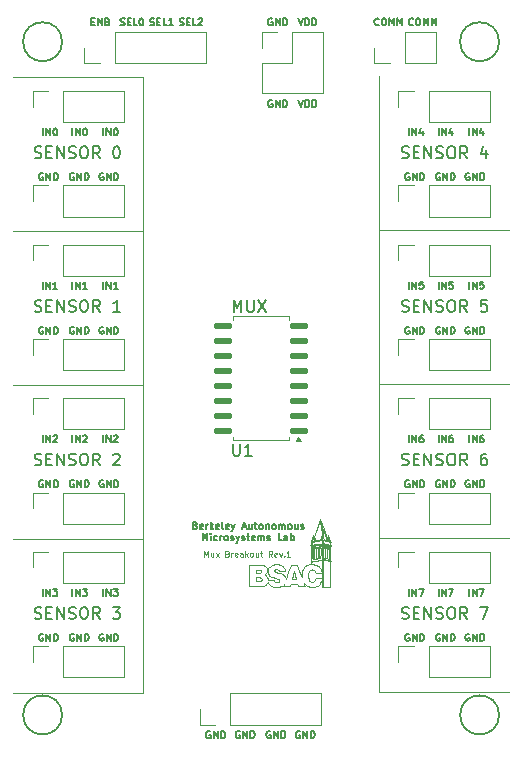
<source format=gbr>
%TF.GenerationSoftware,KiCad,Pcbnew,8.0.3*%
%TF.CreationDate,2024-06-28T14:01:33-07:00*%
%TF.ProjectId,smartstake-mux-breakout,736d6172-7473-4746-916b-652d6d75782d,rev?*%
%TF.SameCoordinates,Original*%
%TF.FileFunction,Legend,Top*%
%TF.FilePolarity,Positive*%
%FSLAX46Y46*%
G04 Gerber Fmt 4.6, Leading zero omitted, Abs format (unit mm)*
G04 Created by KiCad (PCBNEW 8.0.3) date 2024-06-28 14:01:33*
%MOMM*%
%LPD*%
G01*
G04 APERTURE LIST*
G04 Aperture macros list*
%AMRoundRect*
0 Rectangle with rounded corners*
0 $1 Rounding radius*
0 $2 $3 $4 $5 $6 $7 $8 $9 X,Y pos of 4 corners*
0 Add a 4 corners polygon primitive as box body*
4,1,4,$2,$3,$4,$5,$6,$7,$8,$9,$2,$3,0*
0 Add four circle primitives for the rounded corners*
1,1,$1+$1,$2,$3*
1,1,$1+$1,$4,$5*
1,1,$1+$1,$6,$7*
1,1,$1+$1,$8,$9*
0 Add four rect primitives between the rounded corners*
20,1,$1+$1,$2,$3,$4,$5,0*
20,1,$1+$1,$4,$5,$6,$7,0*
20,1,$1+$1,$6,$7,$8,$9,0*
20,1,$1+$1,$8,$9,$2,$3,0*%
G04 Aperture macros list end*
%ADD10C,0.127000*%
%ADD11C,0.100000*%
%ADD12C,0.150000*%
%ADD13C,0.200000*%
%ADD14C,0.120000*%
%ADD15R,1.700000X1.700000*%
%ADD16O,1.700000X1.700000*%
%ADD17RoundRect,0.137500X0.662500X0.137500X-0.662500X0.137500X-0.662500X-0.137500X0.662500X-0.137500X0*%
G04 APERTURE END LIST*
D10*
X63290694Y-99898538D02*
X63233552Y-99869967D01*
X63233552Y-99869967D02*
X63147837Y-99869967D01*
X63147837Y-99869967D02*
X63062123Y-99898538D01*
X63062123Y-99898538D02*
X63004980Y-99955681D01*
X63004980Y-99955681D02*
X62976409Y-100012824D01*
X62976409Y-100012824D02*
X62947837Y-100127110D01*
X62947837Y-100127110D02*
X62947837Y-100212824D01*
X62947837Y-100212824D02*
X62976409Y-100327110D01*
X62976409Y-100327110D02*
X63004980Y-100384253D01*
X63004980Y-100384253D02*
X63062123Y-100441396D01*
X63062123Y-100441396D02*
X63147837Y-100469967D01*
X63147837Y-100469967D02*
X63204980Y-100469967D01*
X63204980Y-100469967D02*
X63290694Y-100441396D01*
X63290694Y-100441396D02*
X63319266Y-100412824D01*
X63319266Y-100412824D02*
X63319266Y-100212824D01*
X63319266Y-100212824D02*
X63204980Y-100212824D01*
X63576409Y-100469967D02*
X63576409Y-99869967D01*
X63576409Y-99869967D02*
X63919266Y-100469967D01*
X63919266Y-100469967D02*
X63919266Y-99869967D01*
X64204980Y-100469967D02*
X64204980Y-99869967D01*
X64204980Y-99869967D02*
X64347837Y-99869967D01*
X64347837Y-99869967D02*
X64433551Y-99898538D01*
X64433551Y-99898538D02*
X64490694Y-99955681D01*
X64490694Y-99955681D02*
X64519265Y-100012824D01*
X64519265Y-100012824D02*
X64547837Y-100127110D01*
X64547837Y-100127110D02*
X64547837Y-100212824D01*
X64547837Y-100212824D02*
X64519265Y-100327110D01*
X64519265Y-100327110D02*
X64490694Y-100384253D01*
X64490694Y-100384253D02*
X64433551Y-100441396D01*
X64433551Y-100441396D02*
X64347837Y-100469967D01*
X64347837Y-100469967D02*
X64204980Y-100469967D01*
X60790694Y-99898538D02*
X60733552Y-99869967D01*
X60733552Y-99869967D02*
X60647837Y-99869967D01*
X60647837Y-99869967D02*
X60562123Y-99898538D01*
X60562123Y-99898538D02*
X60504980Y-99955681D01*
X60504980Y-99955681D02*
X60476409Y-100012824D01*
X60476409Y-100012824D02*
X60447837Y-100127110D01*
X60447837Y-100127110D02*
X60447837Y-100212824D01*
X60447837Y-100212824D02*
X60476409Y-100327110D01*
X60476409Y-100327110D02*
X60504980Y-100384253D01*
X60504980Y-100384253D02*
X60562123Y-100441396D01*
X60562123Y-100441396D02*
X60647837Y-100469967D01*
X60647837Y-100469967D02*
X60704980Y-100469967D01*
X60704980Y-100469967D02*
X60790694Y-100441396D01*
X60790694Y-100441396D02*
X60819266Y-100412824D01*
X60819266Y-100412824D02*
X60819266Y-100212824D01*
X60819266Y-100212824D02*
X60704980Y-100212824D01*
X61076409Y-100469967D02*
X61076409Y-99869967D01*
X61076409Y-99869967D02*
X61419266Y-100469967D01*
X61419266Y-100469967D02*
X61419266Y-99869967D01*
X61704980Y-100469967D02*
X61704980Y-99869967D01*
X61704980Y-99869967D02*
X61847837Y-99869967D01*
X61847837Y-99869967D02*
X61933551Y-99898538D01*
X61933551Y-99898538D02*
X61990694Y-99955681D01*
X61990694Y-99955681D02*
X62019265Y-100012824D01*
X62019265Y-100012824D02*
X62047837Y-100127110D01*
X62047837Y-100127110D02*
X62047837Y-100212824D01*
X62047837Y-100212824D02*
X62019265Y-100327110D01*
X62019265Y-100327110D02*
X61990694Y-100384253D01*
X61990694Y-100384253D02*
X61933551Y-100441396D01*
X61933551Y-100441396D02*
X61847837Y-100469967D01*
X61847837Y-100469967D02*
X61704980Y-100469967D01*
X58190694Y-99898538D02*
X58133552Y-99869967D01*
X58133552Y-99869967D02*
X58047837Y-99869967D01*
X58047837Y-99869967D02*
X57962123Y-99898538D01*
X57962123Y-99898538D02*
X57904980Y-99955681D01*
X57904980Y-99955681D02*
X57876409Y-100012824D01*
X57876409Y-100012824D02*
X57847837Y-100127110D01*
X57847837Y-100127110D02*
X57847837Y-100212824D01*
X57847837Y-100212824D02*
X57876409Y-100327110D01*
X57876409Y-100327110D02*
X57904980Y-100384253D01*
X57904980Y-100384253D02*
X57962123Y-100441396D01*
X57962123Y-100441396D02*
X58047837Y-100469967D01*
X58047837Y-100469967D02*
X58104980Y-100469967D01*
X58104980Y-100469967D02*
X58190694Y-100441396D01*
X58190694Y-100441396D02*
X58219266Y-100412824D01*
X58219266Y-100412824D02*
X58219266Y-100212824D01*
X58219266Y-100212824D02*
X58104980Y-100212824D01*
X58476409Y-100469967D02*
X58476409Y-99869967D01*
X58476409Y-99869967D02*
X58819266Y-100469967D01*
X58819266Y-100469967D02*
X58819266Y-99869967D01*
X59104980Y-100469967D02*
X59104980Y-99869967D01*
X59104980Y-99869967D02*
X59247837Y-99869967D01*
X59247837Y-99869967D02*
X59333551Y-99898538D01*
X59333551Y-99898538D02*
X59390694Y-99955681D01*
X59390694Y-99955681D02*
X59419265Y-100012824D01*
X59419265Y-100012824D02*
X59447837Y-100127110D01*
X59447837Y-100127110D02*
X59447837Y-100212824D01*
X59447837Y-100212824D02*
X59419265Y-100327110D01*
X59419265Y-100327110D02*
X59390694Y-100384253D01*
X59390694Y-100384253D02*
X59333551Y-100441396D01*
X59333551Y-100441396D02*
X59247837Y-100469967D01*
X59247837Y-100469967D02*
X59104980Y-100469967D01*
X55690694Y-99898538D02*
X55633552Y-99869967D01*
X55633552Y-99869967D02*
X55547837Y-99869967D01*
X55547837Y-99869967D02*
X55462123Y-99898538D01*
X55462123Y-99898538D02*
X55404980Y-99955681D01*
X55404980Y-99955681D02*
X55376409Y-100012824D01*
X55376409Y-100012824D02*
X55347837Y-100127110D01*
X55347837Y-100127110D02*
X55347837Y-100212824D01*
X55347837Y-100212824D02*
X55376409Y-100327110D01*
X55376409Y-100327110D02*
X55404980Y-100384253D01*
X55404980Y-100384253D02*
X55462123Y-100441396D01*
X55462123Y-100441396D02*
X55547837Y-100469967D01*
X55547837Y-100469967D02*
X55604980Y-100469967D01*
X55604980Y-100469967D02*
X55690694Y-100441396D01*
X55690694Y-100441396D02*
X55719266Y-100412824D01*
X55719266Y-100412824D02*
X55719266Y-100212824D01*
X55719266Y-100212824D02*
X55604980Y-100212824D01*
X55976409Y-100469967D02*
X55976409Y-99869967D01*
X55976409Y-99869967D02*
X56319266Y-100469967D01*
X56319266Y-100469967D02*
X56319266Y-99869967D01*
X56604980Y-100469967D02*
X56604980Y-99869967D01*
X56604980Y-99869967D02*
X56747837Y-99869967D01*
X56747837Y-99869967D02*
X56833551Y-99898538D01*
X56833551Y-99898538D02*
X56890694Y-99955681D01*
X56890694Y-99955681D02*
X56919265Y-100012824D01*
X56919265Y-100012824D02*
X56947837Y-100127110D01*
X56947837Y-100127110D02*
X56947837Y-100212824D01*
X56947837Y-100212824D02*
X56919265Y-100327110D01*
X56919265Y-100327110D02*
X56890694Y-100384253D01*
X56890694Y-100384253D02*
X56833551Y-100441396D01*
X56833551Y-100441396D02*
X56747837Y-100469967D01*
X56747837Y-100469967D02*
X56604980Y-100469967D01*
D11*
X65844118Y-85422064D02*
X65844117Y-85063240D01*
X60448391Y-86733628D02*
X60386177Y-86686314D01*
X61917280Y-86652418D02*
X61801432Y-86579768D01*
X61220467Y-86917093D02*
X61396979Y-86966405D01*
X65886467Y-83842303D02*
X65862549Y-83831222D01*
X59974692Y-86882512D02*
X60018488Y-86914556D01*
X64414264Y-84321338D02*
X64423289Y-84319923D01*
X64260970Y-87667303D02*
X64260994Y-87667305D01*
X65023899Y-84237355D02*
X65032881Y-84228278D01*
X65216737Y-87625872D02*
X65217527Y-86499952D01*
X65156351Y-86917694D02*
X65157666Y-86909050D01*
X65125510Y-85346046D02*
X64481865Y-85441892D01*
X61510052Y-86298829D02*
X61514126Y-86316692D01*
X64016958Y-86988014D02*
X63991947Y-86857190D01*
X65572119Y-83534976D02*
X65287737Y-82741351D01*
X65525868Y-84372404D02*
X65484999Y-84372604D01*
X59932869Y-86867062D02*
X59974692Y-86882512D01*
X70000000Y-96600000D02*
X70000000Y-83550000D01*
X65611524Y-85243192D02*
X65619101Y-85250373D01*
X60611138Y-86091264D02*
X60581905Y-86183332D01*
X60514310Y-86241888D02*
X60509796Y-86159104D01*
X64333490Y-84132816D02*
X64783806Y-84064832D01*
X65189471Y-84704049D02*
X65189471Y-85336284D01*
X64871334Y-85184724D02*
X64874758Y-85225659D01*
X65498886Y-83734909D02*
X65357336Y-83696417D01*
X64398079Y-85327711D02*
X64409496Y-85326103D01*
X60805520Y-85863103D02*
X60716828Y-85935196D01*
X65610114Y-84460073D02*
X65609504Y-84848449D01*
X65189524Y-87653531D02*
X65519222Y-87653531D01*
X65844117Y-85063240D02*
X65842582Y-84456850D01*
X64509844Y-87151522D02*
X64468482Y-87183991D01*
X64431042Y-85744485D02*
X64292260Y-85735834D01*
X65857371Y-85424634D02*
X65844118Y-85422064D01*
X64073720Y-86314733D02*
X64128120Y-86249604D01*
X64783806Y-84064832D02*
X65185435Y-84003930D01*
X64616923Y-86484374D02*
X64617998Y-86489560D01*
X63695929Y-87616946D02*
X63648862Y-87474628D01*
X59702093Y-86211315D02*
X59841683Y-86214164D01*
X64234723Y-85627247D02*
X64234123Y-85737013D01*
X61219658Y-86162955D02*
X61281545Y-86159035D01*
X65152856Y-86489560D02*
X65151340Y-86481493D01*
X59900638Y-86498426D02*
X59849200Y-86513453D01*
X60371615Y-86577832D02*
X60422195Y-86521208D01*
X61701405Y-87602097D02*
X61826188Y-87541736D01*
X64008712Y-87621431D02*
X64129855Y-87651355D01*
X62167317Y-87618957D02*
X62443227Y-87618957D01*
X60218377Y-85835911D02*
X60141307Y-85814284D01*
X65188728Y-83705016D02*
X65190253Y-83771182D01*
X64661647Y-85258930D02*
X64667305Y-85264588D01*
X65502921Y-83509302D02*
X65502921Y-83622242D01*
X65324401Y-85208024D02*
X65324397Y-85208025D01*
X64292260Y-85735834D02*
X64262851Y-85735834D01*
X65014212Y-86074760D02*
X64947859Y-85988287D01*
X64454252Y-84861126D02*
X64457167Y-85293249D01*
X59673326Y-86851435D02*
X59876743Y-86857561D01*
X65532137Y-83504387D02*
X65518171Y-83509302D01*
X65140089Y-86406549D02*
X65110504Y-86284088D01*
X64249143Y-83843712D02*
X64248548Y-83979039D01*
X64352175Y-86187549D02*
X64440692Y-86211771D01*
X50000000Y-44450000D02*
X50000000Y-57500000D01*
X64212596Y-84202400D02*
X64235120Y-84211222D01*
X65447622Y-84418585D02*
X65447621Y-84818704D01*
X60786517Y-86752258D02*
X60875884Y-86802986D01*
X63429865Y-86557556D02*
X63423460Y-86754611D01*
X65272994Y-84787658D02*
X65276549Y-85194131D01*
X65766275Y-84340218D02*
X65765410Y-84811179D01*
X65082401Y-83417972D02*
X64992672Y-83693022D01*
X64465837Y-83405610D02*
X64415039Y-83253124D01*
X65110504Y-86284088D02*
X65068486Y-86173426D01*
X64212839Y-83812755D02*
X64207513Y-83826474D01*
X65191778Y-83971670D02*
X65089786Y-83987058D01*
X61116191Y-86221826D02*
X61137903Y-86194007D01*
X65815706Y-84811264D02*
X65815699Y-84811260D01*
X59892020Y-87187107D02*
X59892020Y-87187104D01*
X64881685Y-85231080D02*
X64881688Y-85231081D01*
X64703142Y-84247773D02*
X64384156Y-84295727D01*
X64187403Y-84124697D02*
X64179998Y-84132866D01*
X60454789Y-86007385D02*
X60407060Y-85947550D01*
X59455527Y-87618955D02*
X59949352Y-87616625D01*
X65808915Y-83859618D02*
X65814101Y-83861853D01*
X64874758Y-85225659D02*
X64881685Y-85231080D01*
X64260994Y-87667305D02*
X64448503Y-87662971D01*
X59563223Y-86210090D02*
X59702093Y-86211315D01*
X65887914Y-84178900D02*
X65863267Y-84168650D01*
X64161248Y-87183913D02*
X64122392Y-87158666D01*
X81000000Y-70500000D02*
X70000000Y-70500000D01*
X65863267Y-84168650D02*
X65842965Y-84162334D01*
X64278749Y-84140845D02*
X64333490Y-84132816D01*
X65673477Y-83352761D02*
X65680491Y-83562295D01*
X60875884Y-86802986D02*
X61012362Y-86858480D01*
X65875234Y-84118400D02*
X65842238Y-84109794D01*
X64881688Y-85231081D02*
X64892140Y-85231906D01*
X64592761Y-87012633D02*
X64571390Y-87066092D01*
X64567913Y-86329574D02*
X64603994Y-86420727D01*
X65082186Y-82604827D02*
X65170676Y-83144377D01*
X64477116Y-85303423D02*
X64547145Y-85293401D01*
X64481865Y-85441891D02*
X64276344Y-85472129D01*
X63081673Y-85784331D02*
X62794575Y-85784296D01*
X64032459Y-86400399D02*
X64073720Y-86314733D01*
X60315558Y-86628059D02*
X60371615Y-86577832D01*
X65842250Y-84151315D02*
X65842416Y-84141935D01*
X65226759Y-83976043D02*
X65225269Y-83948384D01*
X64288888Y-83791399D02*
X64397595Y-83323112D01*
X60716828Y-85935196D02*
X60656097Y-86008588D01*
X59970286Y-86437899D02*
X59941175Y-86473089D01*
X64235323Y-85517480D02*
X64234723Y-85627247D01*
X65050291Y-83600922D02*
X65127623Y-83361112D01*
X65547049Y-85244637D02*
X65553443Y-85240837D01*
X65889059Y-83867867D02*
X65892517Y-83855954D01*
X65812528Y-84154607D02*
X65751867Y-84142974D01*
X64415039Y-83253124D02*
X64413150Y-83247749D01*
X64481865Y-85441892D02*
X64481865Y-85441891D01*
X65375532Y-85217010D02*
X65384422Y-85215351D01*
X65881596Y-84212589D02*
X65893696Y-84196759D01*
X60311182Y-87533689D02*
X60379927Y-87494251D01*
X64208321Y-84189830D02*
X64212596Y-84202400D01*
X61518806Y-87029865D02*
X61541215Y-87057269D01*
X63613055Y-87346339D02*
X63697254Y-87439966D01*
X64996984Y-81931214D02*
X64984314Y-81930390D01*
X59841683Y-86214164D02*
X59898453Y-86223445D01*
X61495470Y-86259070D02*
X61510052Y-86298829D01*
X62302713Y-86394482D02*
X62097287Y-87005517D01*
X64401805Y-83246095D02*
X64387626Y-83245845D01*
X64740590Y-84089949D02*
X64284220Y-84156443D01*
X60576609Y-87028091D02*
X60564426Y-86944628D01*
X65383514Y-84377528D02*
X65371347Y-84354632D01*
X61534456Y-87174881D02*
X61511551Y-87196809D01*
X64993959Y-84307142D02*
X64967732Y-84297629D01*
X64207513Y-83826474D02*
X64213589Y-83840502D01*
X50000000Y-83600000D02*
X50000000Y-96650000D01*
X60438772Y-87444984D02*
X60506426Y-87360617D01*
X64571390Y-87066092D02*
X64543697Y-87112498D01*
X59714814Y-87191910D02*
X59563267Y-87192945D01*
X81000000Y-57450000D02*
X70000000Y-57450000D01*
X39000000Y-70550000D02*
X50000000Y-70550000D01*
X65157666Y-86909050D02*
X64886681Y-86909050D01*
X63897337Y-87577467D02*
X64008712Y-87621431D01*
X64237423Y-83804795D02*
X64212839Y-83812755D01*
X65788855Y-84316078D02*
X65292626Y-84215932D01*
X60836174Y-87551257D02*
X60934605Y-87600849D01*
X65893696Y-84196759D02*
X65887914Y-84178900D01*
X65814096Y-83984061D02*
X65811216Y-84106019D01*
X81000000Y-70500000D02*
X70000000Y-70500000D01*
X60912149Y-85806940D02*
X60805520Y-85863103D01*
X64381271Y-84612001D02*
X64382756Y-85119346D01*
X64617998Y-86489560D02*
X64885427Y-86489560D01*
X59563223Y-86517176D02*
X59563223Y-86363633D01*
X64547149Y-84350369D02*
X64513763Y-84351405D01*
X62702773Y-86663065D02*
X62790726Y-86341532D01*
X60509796Y-86159104D02*
X60488782Y-86077502D01*
X62507477Y-85784262D02*
X62302713Y-86394482D01*
X64309140Y-87219589D02*
X64253419Y-87214875D01*
X61359888Y-86165031D02*
X61423297Y-86187036D01*
X64615696Y-86909050D02*
X64614691Y-86914236D01*
X50000000Y-57500000D02*
X50000000Y-70550000D01*
X62443227Y-87618957D02*
X62475321Y-87497940D01*
X64667304Y-85264588D02*
X64674999Y-85270245D01*
X60934605Y-87600849D02*
X61043501Y-87637186D01*
X65384422Y-85215351D02*
X65388631Y-85177468D01*
X62615571Y-86991445D02*
X62702773Y-86663065D01*
X65716798Y-83788023D02*
X65703779Y-83400513D01*
X60030686Y-87112843D02*
X59999064Y-87147677D01*
X64544985Y-87646799D02*
X64635500Y-87621484D01*
X62090886Y-86959760D02*
X62080081Y-86899239D01*
X60499703Y-86793585D02*
X60448391Y-86733628D01*
X65032881Y-84228278D02*
X65032366Y-84215402D01*
X64879041Y-84342383D02*
X64871214Y-84373404D01*
X64547145Y-85293401D02*
X64615716Y-85280465D01*
X65751867Y-84142974D02*
X65464907Y-84078679D01*
X65205223Y-83160107D02*
X65117976Y-82635777D01*
X64236130Y-85373347D02*
X64229821Y-85479069D01*
X65226689Y-84070607D02*
X65713771Y-84178826D01*
X62507416Y-87376924D02*
X62788568Y-87377509D01*
X65190253Y-83771182D02*
X65191778Y-83904509D01*
X64457167Y-85293249D02*
X64465638Y-85301747D01*
X61163953Y-87660720D02*
X61270772Y-87666750D01*
X64253419Y-87214875D02*
X64205430Y-87202722D01*
X65354438Y-84339707D02*
X65333963Y-84336255D01*
X64667305Y-85264588D02*
X64667304Y-85264588D01*
X65848921Y-87653531D02*
X65847671Y-87122826D01*
X65703910Y-85267687D02*
X65713546Y-85266538D01*
X65840657Y-83823763D02*
X65839957Y-83808910D01*
X64995098Y-82077122D02*
X65082186Y-82604827D01*
X39000000Y-83600000D02*
X50000000Y-83600000D01*
X64281388Y-84108579D02*
X64276733Y-83973742D01*
X64795763Y-84343307D02*
X64757057Y-84327288D01*
X65718140Y-85231041D02*
X65719581Y-84869256D01*
X65454255Y-84404755D02*
X65447622Y-84418585D01*
X64270195Y-85473359D02*
X64271160Y-85054302D01*
X64869579Y-84806030D02*
X64871334Y-85184724D01*
X61592920Y-85771325D02*
X61436902Y-85741088D01*
X61137903Y-86194007D02*
X61172085Y-86174498D01*
X64823049Y-85244833D02*
X64827598Y-84814451D01*
X65811195Y-83817964D02*
X65763368Y-83805691D01*
X64277643Y-83838905D02*
X65182763Y-83706271D01*
X59563267Y-87022184D02*
X59563267Y-86851423D01*
X60550850Y-87260543D02*
X60560419Y-87229505D01*
X64374476Y-83784781D02*
X64374476Y-83784781D01*
X64962403Y-85221746D02*
X65031550Y-85207921D01*
X65231536Y-84026373D02*
X65226349Y-84019588D01*
X65845171Y-86030476D02*
X65843921Y-85468826D01*
X61950138Y-87444937D02*
X61919931Y-87534252D01*
X65769015Y-85285412D02*
X65769002Y-85285411D01*
X64384156Y-84295727D02*
X64381271Y-84612001D01*
X59563223Y-86363633D02*
X59563223Y-86210090D01*
X63415928Y-87618956D02*
X63695929Y-87616946D01*
X64213589Y-83840502D02*
X64234352Y-83845092D01*
X61068256Y-87054251D02*
X60823179Y-87054251D01*
X65189524Y-86490571D02*
X65189524Y-87072051D01*
D12*
X80151000Y-41500000D02*
G75*
G02*
X76849000Y-41500000I-1651000J0D01*
G01*
X76849000Y-41500000D02*
G75*
G02*
X80151000Y-41500000I1651000J0D01*
G01*
D11*
X81000000Y-83550000D02*
X70000000Y-83550000D01*
X64275065Y-84206277D02*
X64859870Y-84120205D01*
X64216051Y-85502452D02*
X64228486Y-85516115D01*
X64757057Y-84327288D02*
X64709040Y-84331978D01*
X63425380Y-86806976D02*
X63253268Y-86295911D01*
X62036711Y-86789346D02*
X62004148Y-86739979D01*
X65707395Y-84435544D02*
X65691330Y-84415610D01*
X65546710Y-83745496D02*
X65672287Y-83343774D01*
X60747117Y-87487957D02*
X60836174Y-87551257D01*
X64180266Y-84144084D02*
X64193909Y-84152638D01*
X64060004Y-87087802D02*
X64016958Y-86988014D01*
X61281545Y-86159035D02*
X61359888Y-86165031D01*
X65881056Y-85431181D02*
X65857371Y-85424634D01*
X60509721Y-86322446D02*
X60514310Y-86241888D01*
X60581905Y-86183332D02*
X60568352Y-86284898D01*
X60568352Y-86284898D02*
X60572347Y-86406578D01*
X65842582Y-84456850D02*
X65841047Y-84209284D01*
X64122392Y-87158666D02*
X64088699Y-87126717D01*
X59989788Y-86354855D02*
X59987448Y-86393311D01*
X61173294Y-87206436D02*
X61114267Y-87156454D01*
X60379927Y-87494251D02*
X60438772Y-87444984D01*
X63795530Y-87519400D02*
X63897337Y-87577467D01*
X64241615Y-84146559D02*
X64248075Y-84146541D01*
X61387818Y-87665250D02*
X61555124Y-87643328D01*
X61826188Y-87541736D02*
X61928998Y-87462422D01*
X59921135Y-85787061D02*
X59471622Y-85784895D01*
X61182436Y-85741065D02*
X61037519Y-85766372D01*
X64263451Y-85624749D02*
X64264051Y-85513664D01*
X64088699Y-87126717D02*
X64060004Y-87087802D01*
X61549108Y-87149145D02*
X61534456Y-87174881D01*
X64276733Y-83973742D02*
X64277643Y-83838905D01*
X65178017Y-83212446D02*
X65187198Y-83496453D01*
X64481848Y-83451532D02*
X64978831Y-81998472D01*
X64886272Y-87476099D02*
X64964283Y-87397131D01*
X59955363Y-86254532D02*
X59981545Y-86296151D01*
X65183132Y-84072979D02*
X65189471Y-84071814D01*
X59941175Y-86473089D02*
X59900638Y-86498426D01*
X65188858Y-83665070D02*
X65108071Y-83677343D01*
X60506426Y-87360617D02*
X60550850Y-87260543D01*
X64382756Y-85119346D02*
X64387531Y-85321795D01*
X59930912Y-86235889D02*
X59955363Y-86254532D01*
X61722683Y-85822480D02*
X61592920Y-85771325D01*
X63756584Y-85915142D02*
X63675569Y-85991612D01*
X60055296Y-87606253D02*
X60150260Y-87589123D01*
X65768772Y-83528955D02*
X65697735Y-83263183D01*
X64193909Y-84152638D02*
X64241615Y-84146559D01*
X63538601Y-86184763D02*
X63488936Y-86299916D01*
X65182763Y-83706271D02*
X65188728Y-83705016D01*
X64370369Y-87217264D02*
X64309140Y-87219589D01*
X64661647Y-84829446D02*
X64661647Y-85258930D01*
X65189470Y-85917603D02*
X65189467Y-85917591D01*
X64423289Y-84319923D02*
X64725035Y-84279135D01*
X65031550Y-85207921D02*
X65036195Y-84779814D01*
X63488936Y-86299916D02*
X63452305Y-86425255D01*
X81000000Y-96600000D02*
X70000000Y-96600000D01*
X65814101Y-83984062D02*
X65814096Y-83984061D01*
X65819720Y-87008733D02*
X65820784Y-87625872D01*
X64276344Y-85472129D02*
X64270195Y-85473359D01*
X65789609Y-85284376D02*
X65794953Y-84805463D01*
X65036195Y-84356352D02*
X65031172Y-84345480D01*
X65518171Y-83509302D02*
X65502921Y-83509302D01*
X64413150Y-83247749D02*
X64401805Y-83246095D01*
X39000000Y-70550000D02*
X50000000Y-70550000D01*
X65841047Y-84209284D02*
X65848920Y-84211039D01*
X61514126Y-86316692D02*
X61781241Y-86316692D01*
X65023515Y-84207035D02*
X64703142Y-84247773D01*
X62790726Y-86341532D02*
X62881965Y-86669911D01*
X65794853Y-84324656D02*
X65788855Y-84316078D01*
X65502921Y-83622242D02*
X65502921Y-83622240D01*
X65224489Y-83812187D02*
X65225198Y-83703648D01*
X65191778Y-83904509D02*
X65191778Y-83971670D01*
X64524744Y-83581067D02*
X64481848Y-83451532D01*
X64238380Y-84739517D02*
X64236130Y-85373347D01*
X65671679Y-83259233D02*
X65601939Y-83480848D01*
X64387536Y-85321793D02*
X64398079Y-85327711D01*
X64954922Y-83699763D02*
X64753135Y-83729335D01*
X59695348Y-86517176D02*
X59563223Y-86517176D01*
X64798848Y-87543350D02*
X64886272Y-87476099D01*
X64414914Y-83437850D02*
X64446906Y-83773194D01*
X64179998Y-84132866D02*
X64180266Y-84144084D01*
X39000000Y-83600000D02*
X50000000Y-83600000D01*
X58998541Y-86701520D02*
X58998541Y-87618955D01*
X64374476Y-83784781D02*
X64295371Y-83796630D01*
X65189467Y-85917591D02*
X65187737Y-86457971D01*
X64422737Y-87205652D02*
X64370369Y-87217264D01*
X62097287Y-87005517D02*
X62090886Y-86959760D01*
X60578103Y-87054251D02*
X60576609Y-87028091D01*
X62007572Y-86146883D02*
X61944822Y-86021665D01*
X59898453Y-86223445D02*
X59930912Y-86235889D01*
X65189470Y-84013788D02*
X65189470Y-84024593D01*
X61511551Y-87196809D02*
X61479755Y-87215738D01*
X64678099Y-85803995D02*
X64565204Y-85768264D01*
X65717211Y-84465835D02*
X65707395Y-84435544D01*
X62046817Y-86304592D02*
X62031257Y-86226297D01*
X65680491Y-83562295D02*
X65680491Y-83562295D01*
X62048357Y-86316692D02*
X62046817Y-86304592D01*
X60645489Y-86611414D02*
X60714518Y-86694236D01*
X63697254Y-87439966D02*
X63795530Y-87519400D01*
X60598079Y-86515473D02*
X60645489Y-86611414D01*
X39000000Y-57500000D02*
X50000000Y-57500000D01*
X59471622Y-85784895D02*
X58998541Y-85784085D01*
X61541215Y-87057269D02*
X61553935Y-87087356D01*
X64227924Y-84164998D02*
X64212866Y-84173772D01*
X65545570Y-85379657D02*
X65254906Y-85335827D01*
X65500630Y-85235232D02*
X65500630Y-85235208D01*
X65451651Y-85222429D02*
X65500630Y-85235232D01*
X64248548Y-83979039D02*
X64247953Y-84114367D01*
X59949352Y-87616625D02*
X60055296Y-87606253D01*
X63975390Y-85790389D02*
X63861733Y-85843931D01*
D12*
X43151000Y-98500000D02*
G75*
G02*
X39849000Y-98500000I-1651000J0D01*
G01*
X39849000Y-98500000D02*
G75*
G02*
X43151000Y-98500000I1651000J0D01*
G01*
D11*
X50000000Y-70550000D02*
X50000000Y-83600000D01*
X65189471Y-84071814D02*
X65189471Y-84704049D01*
X61310541Y-85736779D02*
X61182436Y-85741065D01*
X63134621Y-87613770D02*
X63135926Y-87618956D01*
X63135926Y-87618956D02*
X63415928Y-87618956D01*
X65813683Y-84144211D02*
X65812528Y-84154607D01*
X65189470Y-85378208D02*
X65189470Y-85917603D01*
X64779624Y-85852707D02*
X64678099Y-85803995D01*
X65031172Y-84345480D02*
X65015858Y-84323497D01*
X65769002Y-85285411D02*
X65789609Y-85284376D01*
X62788568Y-87377509D02*
X63069721Y-87378094D01*
X63069721Y-87378094D02*
X63101519Y-87493339D01*
X65225198Y-83703648D02*
X65279364Y-83718085D01*
X64486808Y-84364239D02*
X64467316Y-84388057D01*
X39000000Y-57500000D02*
X50000000Y-57500000D01*
X61455565Y-86461885D02*
X61289612Y-86415397D01*
X65519222Y-87653531D02*
X65848921Y-87653531D01*
X65529155Y-84292144D02*
X65766275Y-84340218D01*
X60692336Y-87436264D02*
X60747117Y-87487957D01*
X59563267Y-87192945D02*
X59563267Y-87022184D01*
X64288763Y-83796974D02*
X64288888Y-83791399D01*
X61556148Y-87118789D02*
X61549108Y-87149145D01*
X65697735Y-83263183D02*
X65671679Y-83259233D01*
X61465078Y-86217488D02*
X61495470Y-86259070D01*
X64129855Y-87651355D02*
X64260970Y-87667303D01*
X61899861Y-85962053D02*
X61847454Y-85908630D01*
X64674428Y-84362885D02*
X64666752Y-84379609D01*
X60386177Y-86686314D02*
X60314405Y-86652913D01*
X65811216Y-84106019D02*
X65517547Y-84040906D01*
X65254906Y-85335827D02*
X65229304Y-85331977D01*
X60714518Y-86694236D02*
X60786517Y-86752258D01*
X65108071Y-83677343D02*
X65024829Y-83689084D01*
X64212866Y-84173772D02*
X64208321Y-84189830D01*
X59849200Y-86513453D02*
X59849200Y-86513451D01*
X64827597Y-84388621D02*
X64820869Y-84374401D01*
X65910274Y-84130888D02*
X65875234Y-84118400D01*
X65311355Y-84340757D02*
X65292960Y-84354709D01*
X39000000Y-44450000D02*
X50000000Y-44450000D01*
X65839873Y-83989768D02*
X65841778Y-83871192D01*
X65217527Y-86499952D02*
X65221432Y-85372837D01*
X65794953Y-84805463D02*
X65794853Y-84324656D01*
X64246746Y-84161007D02*
X64227924Y-84164998D01*
X65172199Y-86481999D02*
X65189524Y-86490571D01*
X65847671Y-87122826D02*
X65845171Y-86030476D01*
X64229821Y-85479069D02*
X64221003Y-85483989D01*
X61847454Y-85908630D02*
X61788197Y-85861928D01*
X61037519Y-85766372D02*
X60912149Y-85806940D01*
D12*
X43151000Y-41500000D02*
G75*
G02*
X39849000Y-41500000I-1651000J0D01*
G01*
X39849000Y-41500000D02*
G75*
G02*
X43151000Y-41500000I1651000J0D01*
G01*
D11*
X63988423Y-86635920D02*
X64004104Y-86507246D01*
X64636919Y-84055514D02*
X64281388Y-84108579D01*
X64234123Y-85737013D02*
X64224904Y-85737573D01*
X64586441Y-84364669D02*
X64547149Y-84350369D01*
X60643540Y-87377638D02*
X60692336Y-87436264D01*
X65288060Y-84240556D02*
X65529155Y-84292144D01*
X70000000Y-70500000D02*
X70000000Y-57450000D01*
X59987448Y-86393311D02*
X59970286Y-86437899D01*
X65292626Y-84215932D02*
X65282683Y-84232623D01*
X65117976Y-82635777D02*
X65031272Y-82110907D01*
X65278519Y-84375662D02*
X65273594Y-84386316D01*
X64978831Y-81998472D02*
X64995098Y-82077122D01*
X65672287Y-83343774D02*
X65673477Y-83352761D01*
X61663433Y-86522438D02*
X61455565Y-86461885D01*
X65127623Y-83361112D02*
X65178017Y-83212446D01*
X65843921Y-85468826D02*
X65860894Y-85470111D01*
X65815875Y-85460391D02*
X65817265Y-85925993D01*
X60823179Y-87054251D02*
X60578103Y-87054251D01*
X61270772Y-87666750D02*
X61387818Y-87665250D01*
X65814150Y-83812974D02*
X65811195Y-83817964D01*
X65189524Y-87072051D02*
X65189524Y-87653531D01*
X65084325Y-87198964D02*
X65126118Y-87075525D01*
X64414003Y-85315225D02*
X64416161Y-85258664D01*
X65841778Y-83871192D02*
X65858509Y-83874797D01*
X61423297Y-86187036D02*
X61465078Y-86217488D01*
X64869604Y-85914203D02*
X64779624Y-85852707D01*
X64277740Y-84156296D02*
X64276729Y-84149214D01*
X65551375Y-83536981D02*
X65572119Y-83534976D01*
X64446906Y-83773194D02*
X64374476Y-83784781D01*
X64284220Y-84156443D02*
X64277740Y-84156296D01*
X64237602Y-86191834D02*
X64291483Y-86185940D01*
X65644523Y-84413343D02*
X65615259Y-84447370D01*
X64543697Y-87112498D02*
X64509844Y-87151522D01*
X64614691Y-86914236D02*
X64607650Y-86952451D01*
X64448503Y-87662971D02*
X64544985Y-87646799D01*
X64322601Y-83523419D02*
X64257644Y-83801195D01*
X61012362Y-86858480D02*
X61220467Y-86917093D01*
X60141307Y-85814284D02*
X60054187Y-85798252D01*
X64947859Y-85988287D02*
X64869604Y-85914203D01*
X61116339Y-86305851D02*
X61108677Y-86263698D01*
X60044130Y-86960543D02*
X60051703Y-87013003D01*
X64387531Y-85321795D02*
X64387536Y-85321793D01*
X65464907Y-84078679D02*
X65231536Y-84026373D01*
X65601939Y-83480848D02*
X65531966Y-83704087D01*
X65765410Y-84811179D02*
X65769015Y-85285412D01*
X65609504Y-84848449D02*
X65611524Y-85243192D01*
X64709040Y-84331978D02*
X64689526Y-84344383D01*
X64128120Y-86249604D02*
X64177796Y-86214523D01*
X65531966Y-83704087D02*
X65530831Y-83621687D01*
X81000000Y-57450000D02*
X70000000Y-57450000D01*
X61419586Y-87235909D02*
X61341474Y-87244694D01*
X64456322Y-84422042D02*
X64454252Y-84861126D01*
X64379296Y-85496904D02*
X65183131Y-85379488D01*
X65189470Y-84024593D02*
X64740590Y-84089949D01*
X65024829Y-83689084D02*
X65050291Y-83600922D01*
X70000000Y-57450000D02*
X70000000Y-44400000D01*
X59849200Y-86513451D02*
X59695348Y-86517176D01*
X64221003Y-85483989D02*
X64216051Y-85502452D01*
X65229230Y-84014139D02*
X65522528Y-84074824D01*
X65032366Y-84215402D02*
X65023515Y-84207035D01*
X60564426Y-86944628D02*
X60538769Y-86864915D01*
X65862549Y-83831222D02*
X65840657Y-83823763D01*
X63675569Y-85991612D02*
X63600143Y-86083021D01*
X64613313Y-86463054D02*
X64616923Y-86484374D01*
X64262851Y-85735834D02*
X64263451Y-85624749D01*
X64264051Y-85513664D02*
X64379296Y-85496904D01*
X61223939Y-86391059D02*
X61174126Y-86365295D01*
X39000000Y-96650000D02*
X50000000Y-96650000D01*
X62031257Y-86226297D02*
X62007572Y-86146883D01*
X64513042Y-86259518D02*
X64567913Y-86329574D01*
X65616433Y-83766440D02*
X65546710Y-83745496D01*
X65842416Y-84141935D02*
X65847555Y-84141808D01*
X65287737Y-82741351D02*
X65001663Y-81941826D01*
X65282683Y-84232623D02*
X65288060Y-84240556D01*
X64892140Y-85231906D02*
X64962403Y-85221746D01*
X63602440Y-87333671D02*
X63613055Y-87346339D01*
X64885427Y-86489560D02*
X65152856Y-86489560D01*
X64465638Y-85301747D02*
X64465637Y-85301748D01*
X65152351Y-86473426D02*
X65172199Y-86481999D01*
X61172085Y-86174498D02*
X61219658Y-86162955D01*
X64513763Y-84351405D02*
X64486808Y-84364239D01*
X65892517Y-83855954D02*
X65886467Y-83842303D01*
X64674999Y-85270245D02*
X64813253Y-85250549D01*
X61964338Y-86694336D02*
X61917280Y-86652418D01*
X61891407Y-87618957D02*
X62167317Y-87618957D01*
X65187198Y-83496453D02*
X65188858Y-83665070D01*
X65882001Y-85468816D02*
X65891667Y-85457752D01*
X62793009Y-86994325D02*
X62615571Y-86991445D01*
X64992672Y-83693022D02*
X64954922Y-83699763D01*
X62794575Y-85784296D02*
X62507477Y-85784262D01*
X60051703Y-87013003D02*
X60048516Y-87067311D01*
X64096724Y-85754832D02*
X63975390Y-85790389D01*
X64235120Y-84211222D02*
X64238380Y-84739517D01*
X62475321Y-87497940D02*
X62507416Y-87376924D01*
X65686832Y-83773289D02*
X65686157Y-83784930D01*
X58998541Y-85784085D02*
X58998541Y-86701520D01*
X64585658Y-83753620D02*
X64575656Y-83729995D01*
X64753136Y-83729334D02*
X64585658Y-83753620D01*
X64440692Y-86211771D02*
X64513042Y-86259518D01*
X62080081Y-86899239D02*
X62062022Y-86842433D01*
X64719817Y-82668620D02*
X64465837Y-83405610D01*
X65089786Y-83987058D02*
X64636916Y-84055511D01*
X65522528Y-84074824D02*
X65812946Y-84135446D01*
X65557733Y-84826529D02*
X65552492Y-84405061D01*
X60292272Y-86645346D02*
X60315558Y-86628059D01*
X65371347Y-84354632D02*
X65354438Y-84339707D01*
X63991947Y-86857190D02*
X63988423Y-86635920D01*
X59563267Y-86851423D02*
X59673326Y-86851435D01*
X65814101Y-83861853D02*
X65814101Y-83984062D01*
X59892020Y-87187104D02*
X59714814Y-87191910D01*
X64409496Y-85326103D02*
X64414003Y-85315225D01*
X64967732Y-84297629D02*
X64939437Y-84296171D01*
X65170676Y-83144377D02*
X65082401Y-83417972D01*
X65558363Y-85236802D02*
X65557733Y-84826529D01*
X64612898Y-84394087D02*
X64586441Y-84364669D01*
X60488782Y-86077502D02*
X60454789Y-86007385D01*
X65151340Y-86481493D02*
X65152351Y-86473426D01*
X65030716Y-87303455D02*
X65084325Y-87198964D01*
X65858509Y-83874797D02*
X65879101Y-83875632D01*
X65686157Y-83784930D02*
X65616433Y-83766440D01*
X60602388Y-87314327D02*
X60643540Y-87377638D01*
X65108071Y-83677343D02*
X65108071Y-83677343D01*
X65502921Y-83622240D02*
X65498886Y-83734909D01*
X65842965Y-84162334D02*
X65842250Y-84151315D01*
X65167914Y-86450155D02*
X65147991Y-86440662D01*
X61077946Y-87089436D02*
X61069563Y-87060590D01*
X64271160Y-85054302D02*
X64275065Y-84206277D01*
X64827598Y-84814451D02*
X64827597Y-84388621D01*
X59981545Y-86296151D02*
X59989788Y-86354855D01*
X65036195Y-84779814D02*
X65036195Y-84356352D01*
X65389453Y-84799817D02*
X65388838Y-84393231D01*
X60286014Y-85863344D02*
X60218377Y-85835911D01*
X60054187Y-85798252D02*
X59921135Y-85787061D01*
X64205430Y-87202722D02*
X64161248Y-87183913D01*
X64689526Y-84344383D02*
X64674428Y-84362885D01*
X63648862Y-87474628D02*
X63602440Y-87333671D01*
X62004148Y-86739979D02*
X61964338Y-86694336D01*
X60422195Y-86521208D02*
X60477599Y-86426005D01*
X65812946Y-84135446D02*
X65813681Y-84144211D01*
X61487524Y-87006481D02*
X61518806Y-87029865D01*
X65813894Y-85419850D02*
X65545570Y-85379657D01*
X64276729Y-84149214D02*
X64278749Y-84140845D01*
X65147991Y-86440662D02*
X65140089Y-86406549D01*
X64468482Y-87183991D02*
X64422737Y-87205652D01*
X61553935Y-87087356D02*
X61556148Y-87118789D01*
X61944822Y-86021665D02*
X61899861Y-85962053D01*
X65530631Y-83536981D02*
X65551375Y-83536981D01*
X65520210Y-85416017D02*
X65815875Y-85460391D01*
X64740590Y-84089949D02*
X64740590Y-84089949D01*
X64291483Y-86185940D02*
X64352175Y-86187549D01*
X65388631Y-85177468D02*
X65389453Y-84799817D01*
X64972468Y-81931620D02*
X64719817Y-82668620D01*
X61043501Y-87637186D02*
X61163953Y-87660720D01*
X65568629Y-83794954D02*
X65808915Y-83859618D01*
X59999064Y-87147677D02*
X59953043Y-87172277D01*
X64565204Y-85768264D02*
X64431042Y-85744485D01*
X63253268Y-86295911D02*
X63081673Y-85784331D01*
X65226349Y-84019588D02*
X65229230Y-84014139D01*
X65126118Y-87075525D02*
X65152531Y-86945929D01*
X60150260Y-87589123D02*
X60235227Y-87565011D01*
X65691330Y-84415610D02*
X65666742Y-84409463D01*
X65221432Y-85372837D02*
X65520210Y-85416017D01*
X61396979Y-86966405D02*
X61487524Y-87006481D01*
X65388838Y-84393231D02*
X65383514Y-84377528D01*
X61108677Y-86263698D02*
X61116191Y-86221826D01*
X65912210Y-84141996D02*
X65910274Y-84130888D01*
X65518760Y-87625872D02*
X65216737Y-87625872D01*
X64004104Y-86507246D02*
X64032459Y-86400399D01*
X60018488Y-86914556D02*
X60044130Y-86960543D01*
X64247953Y-84114367D02*
X64220294Y-84118387D01*
X63861733Y-85843931D02*
X63756584Y-85915142D01*
X60235227Y-87565011D02*
X60311182Y-87533689D01*
X64939437Y-84296171D02*
X64913462Y-84303416D01*
X64871214Y-84373404D02*
X64869579Y-84806030D01*
X61250529Y-87236733D02*
X61173294Y-87206436D01*
X64465637Y-85301748D02*
X64477116Y-85303423D01*
X60314405Y-86652913D02*
X60292272Y-86645346D01*
X64620156Y-84407706D02*
X64612898Y-84394087D01*
X64228486Y-85516115D02*
X64235323Y-85517480D01*
X64984314Y-81930390D02*
X64972468Y-81931620D01*
X62881965Y-86669911D02*
X62971450Y-86994325D01*
X65813681Y-84144211D02*
X65813683Y-84144211D01*
X65552492Y-84405061D02*
X65525868Y-84372404D01*
X65292960Y-84354709D02*
X65278519Y-84375662D01*
X64248075Y-84146541D02*
X64249106Y-84153262D01*
X63101519Y-87493339D02*
X63134621Y-87613770D01*
X65500630Y-85235208D02*
X65547049Y-85244637D01*
X64220294Y-84118387D02*
X64187403Y-84124697D01*
X61341474Y-87244694D02*
X61250529Y-87236733D01*
X64467316Y-84388057D02*
X64456322Y-84422042D01*
X65891667Y-85457752D02*
X65890897Y-85441272D01*
X64387626Y-83245845D02*
X64322601Y-83523419D01*
X65225269Y-83948384D02*
X65224489Y-83812187D01*
X65660714Y-85259988D02*
X65660717Y-85259987D01*
X65848920Y-84211039D02*
X65881596Y-84212589D01*
X60560419Y-87229505D02*
X60570536Y-87248577D01*
X61174126Y-86365295D02*
X61138738Y-86337195D01*
X65820784Y-87625872D02*
X65518760Y-87625872D01*
X64913462Y-84303416D02*
X64893227Y-84318937D01*
X81000000Y-83550000D02*
X70000000Y-83550000D01*
X64893227Y-84318937D02*
X64879041Y-84342383D01*
X59953043Y-87172277D02*
X59892020Y-87187107D01*
X61801432Y-86579768D02*
X61663433Y-86522438D01*
X61479755Y-87215738D02*
X61419586Y-87235909D01*
X64607650Y-86952451D02*
X64592761Y-87012633D01*
X65666742Y-84409463D02*
X65644523Y-84413343D01*
X65879101Y-83875632D02*
X65889059Y-83867867D01*
X65814151Y-83812973D02*
X65814150Y-83812974D01*
X63423460Y-86754611D02*
X63425380Y-86806976D01*
X64615716Y-85280465D02*
X64620156Y-84842076D01*
X65530831Y-83621687D02*
X65530631Y-83536981D01*
X65333963Y-84336255D02*
X65311355Y-84340757D01*
X65817265Y-85925993D02*
X65819720Y-87008733D01*
X64177796Y-86214523D02*
X64237602Y-86191834D01*
X64813253Y-85250549D02*
X64823049Y-85244833D01*
X65185435Y-84003930D02*
X65189470Y-84013788D01*
X64725035Y-84279135D02*
X65023899Y-84237355D01*
X65517547Y-84040906D02*
X65226759Y-83976043D01*
X64603994Y-86420727D02*
X64613313Y-86463054D01*
X64415789Y-84817858D02*
X64414264Y-84321338D01*
X64224904Y-85737573D02*
X64096724Y-85754832D01*
X61928998Y-87462422D02*
X61950138Y-87444937D01*
X64397595Y-83323112D02*
X64414914Y-83437850D01*
X64753135Y-83729335D02*
X64753136Y-83729334D01*
X64234352Y-83845092D02*
X64249143Y-83843712D01*
X60477599Y-86426005D02*
X60509721Y-86322446D01*
X65847555Y-84141808D02*
X65905604Y-84150319D01*
X65842238Y-84109794D02*
X65839873Y-83989768D01*
D12*
X80151000Y-98500000D02*
G75*
G02*
X76849000Y-98500000I-1651000J0D01*
G01*
X76849000Y-98500000D02*
G75*
G02*
X80151000Y-98500000I1651000J0D01*
G01*
D11*
X65763368Y-83805691D02*
X65716798Y-83788023D01*
X64575656Y-83729995D02*
X64524744Y-83581067D01*
X65068486Y-86173426D02*
X65014212Y-86074760D01*
X59876743Y-86857561D02*
X59932869Y-86867062D01*
X60048516Y-87067311D02*
X60030686Y-87112843D01*
X65447621Y-84818704D02*
X65451651Y-85222429D01*
X65759340Y-83600870D02*
X65814151Y-83812973D01*
X64886681Y-86909050D02*
X64615696Y-86909050D01*
X65227594Y-84701682D02*
X65226689Y-84070607D01*
X61436902Y-85741088D02*
X61310541Y-85736779D01*
X65615259Y-84447370D02*
X65610114Y-84460073D01*
X64295371Y-83796630D02*
X64288763Y-83796974D01*
X64662990Y-84429134D02*
X64661647Y-84829446D01*
X65815699Y-84811260D02*
X65813894Y-85419850D01*
X65357336Y-83696417D02*
X65280516Y-83427476D01*
X65905604Y-84150319D02*
X65912210Y-84141996D01*
X65839957Y-83808910D02*
X65768772Y-83528955D01*
X65031272Y-82110907D02*
X65532137Y-83504387D01*
X64249106Y-84153262D02*
X64246746Y-84161007D01*
X64416161Y-85258664D02*
X64415789Y-84817858D01*
X60570536Y-87248577D02*
X60602388Y-87314327D01*
X64620156Y-84842076D02*
X64620156Y-84407706D01*
X64666752Y-84379609D02*
X64662990Y-84429134D01*
X65001663Y-81941826D02*
X64996984Y-81931214D01*
X65890897Y-85441272D02*
X65881056Y-85431181D01*
X63452305Y-86425255D02*
X63429865Y-86557556D01*
X61138738Y-86337195D02*
X61116339Y-86305851D01*
X61781241Y-86316692D02*
X62048357Y-86316692D01*
X65713546Y-85266538D02*
X65718140Y-85231041D01*
X65324397Y-85208025D02*
X65375532Y-85217010D01*
X61788197Y-85861928D02*
X61722683Y-85822480D01*
X65279364Y-83718085D02*
X65568629Y-83794954D01*
X61114267Y-87156454D02*
X61077946Y-87089436D01*
X58998541Y-87618955D02*
X59455527Y-87618955D01*
X61069563Y-87060590D02*
X61068256Y-87054251D01*
X65280516Y-83427476D02*
X65205223Y-83160107D01*
X65713771Y-84178826D02*
X65813536Y-84201749D01*
X65703779Y-83400513D02*
X65759340Y-83600870D01*
X65187737Y-86457971D02*
X65167914Y-86450155D01*
X65152531Y-86945929D02*
X65156351Y-86917694D01*
X70000000Y-83550000D02*
X70000000Y-70500000D01*
X60344836Y-85896790D02*
X60286014Y-85863344D01*
X65467779Y-84384729D02*
X65454255Y-84404755D01*
X65680491Y-83562295D02*
X65686832Y-83773289D01*
X60572347Y-86406578D02*
X60598079Y-86515473D01*
X65860894Y-85470111D02*
X65882001Y-85468816D01*
X61919931Y-87534252D02*
X61891407Y-87618957D01*
X64257644Y-83801195D02*
X64237423Y-83804795D01*
X65015858Y-84323497D02*
X64993959Y-84307142D01*
X65183131Y-85379488D02*
X65189470Y-85378208D01*
X64720103Y-87587007D02*
X64798848Y-87543350D01*
X60656097Y-86008588D02*
X60611138Y-86091264D01*
X60407060Y-85947550D02*
X60344836Y-85896790D01*
X65189471Y-85336284D02*
X65125510Y-85346046D01*
X65276549Y-85194131D02*
X65324401Y-85208024D01*
X62971450Y-86994325D02*
X62793009Y-86994325D01*
X62062022Y-86842433D02*
X62036711Y-86789346D01*
X65273594Y-84386316D02*
X65272994Y-84787658D01*
X61555124Y-87643328D02*
X61701405Y-87602097D01*
X60538769Y-86864915D02*
X60499703Y-86793585D01*
X64964283Y-87397131D02*
X65030716Y-87303455D01*
X64635500Y-87621484D02*
X64720103Y-87587007D01*
X64820869Y-84374401D02*
X64795763Y-84343307D01*
X65660717Y-85259987D02*
X65703910Y-85267687D01*
X61289612Y-86415397D02*
X61223939Y-86391059D01*
X65229304Y-85331977D02*
X65227594Y-84701682D01*
X65813536Y-84201749D02*
X65815706Y-84811264D01*
X64859870Y-84120205D02*
X65183132Y-84072979D01*
X65553443Y-85240837D02*
X65558363Y-85236802D01*
X63600143Y-86083021D02*
X63538601Y-86184763D01*
X65719581Y-84869256D02*
X65717211Y-84465835D01*
X65484999Y-84372604D02*
X65467779Y-84384729D01*
X65619101Y-85250373D02*
X65660714Y-85259988D01*
X64636916Y-84055511D02*
X64636919Y-84055514D01*
D10*
X72526409Y-75419967D02*
X72526409Y-74819967D01*
X72812123Y-75419967D02*
X72812123Y-74819967D01*
X72812123Y-74819967D02*
X73154980Y-75419967D01*
X73154980Y-75419967D02*
X73154980Y-74819967D01*
X73697837Y-74819967D02*
X73583551Y-74819967D01*
X73583551Y-74819967D02*
X73526408Y-74848538D01*
X73526408Y-74848538D02*
X73497837Y-74877110D01*
X73497837Y-74877110D02*
X73440694Y-74962824D01*
X73440694Y-74962824D02*
X73412122Y-75077110D01*
X73412122Y-75077110D02*
X73412122Y-75305681D01*
X73412122Y-75305681D02*
X73440694Y-75362824D01*
X73440694Y-75362824D02*
X73469265Y-75391396D01*
X73469265Y-75391396D02*
X73526408Y-75419967D01*
X73526408Y-75419967D02*
X73640694Y-75419967D01*
X73640694Y-75419967D02*
X73697837Y-75391396D01*
X73697837Y-75391396D02*
X73726408Y-75362824D01*
X73726408Y-75362824D02*
X73754979Y-75305681D01*
X73754979Y-75305681D02*
X73754979Y-75162824D01*
X73754979Y-75162824D02*
X73726408Y-75105681D01*
X73726408Y-75105681D02*
X73697837Y-75077110D01*
X73697837Y-75077110D02*
X73640694Y-75048538D01*
X73640694Y-75048538D02*
X73526408Y-75048538D01*
X73526408Y-75048538D02*
X73469265Y-75077110D01*
X73469265Y-75077110D02*
X73440694Y-75105681D01*
X73440694Y-75105681D02*
X73412122Y-75162824D01*
X41540694Y-52648538D02*
X41483552Y-52619967D01*
X41483552Y-52619967D02*
X41397837Y-52619967D01*
X41397837Y-52619967D02*
X41312123Y-52648538D01*
X41312123Y-52648538D02*
X41254980Y-52705681D01*
X41254980Y-52705681D02*
X41226409Y-52762824D01*
X41226409Y-52762824D02*
X41197837Y-52877110D01*
X41197837Y-52877110D02*
X41197837Y-52962824D01*
X41197837Y-52962824D02*
X41226409Y-53077110D01*
X41226409Y-53077110D02*
X41254980Y-53134253D01*
X41254980Y-53134253D02*
X41312123Y-53191396D01*
X41312123Y-53191396D02*
X41397837Y-53219967D01*
X41397837Y-53219967D02*
X41454980Y-53219967D01*
X41454980Y-53219967D02*
X41540694Y-53191396D01*
X41540694Y-53191396D02*
X41569266Y-53162824D01*
X41569266Y-53162824D02*
X41569266Y-52962824D01*
X41569266Y-52962824D02*
X41454980Y-52962824D01*
X41826409Y-53219967D02*
X41826409Y-52619967D01*
X41826409Y-52619967D02*
X42169266Y-53219967D01*
X42169266Y-53219967D02*
X42169266Y-52619967D01*
X42454980Y-53219967D02*
X42454980Y-52619967D01*
X42454980Y-52619967D02*
X42597837Y-52619967D01*
X42597837Y-52619967D02*
X42683551Y-52648538D01*
X42683551Y-52648538D02*
X42740694Y-52705681D01*
X42740694Y-52705681D02*
X42769265Y-52762824D01*
X42769265Y-52762824D02*
X42797837Y-52877110D01*
X42797837Y-52877110D02*
X42797837Y-52962824D01*
X42797837Y-52962824D02*
X42769265Y-53077110D01*
X42769265Y-53077110D02*
X42740694Y-53134253D01*
X42740694Y-53134253D02*
X42683551Y-53191396D01*
X42683551Y-53191396D02*
X42597837Y-53219967D01*
X42597837Y-53219967D02*
X42454980Y-53219967D01*
X41540694Y-78648538D02*
X41483552Y-78619967D01*
X41483552Y-78619967D02*
X41397837Y-78619967D01*
X41397837Y-78619967D02*
X41312123Y-78648538D01*
X41312123Y-78648538D02*
X41254980Y-78705681D01*
X41254980Y-78705681D02*
X41226409Y-78762824D01*
X41226409Y-78762824D02*
X41197837Y-78877110D01*
X41197837Y-78877110D02*
X41197837Y-78962824D01*
X41197837Y-78962824D02*
X41226409Y-79077110D01*
X41226409Y-79077110D02*
X41254980Y-79134253D01*
X41254980Y-79134253D02*
X41312123Y-79191396D01*
X41312123Y-79191396D02*
X41397837Y-79219967D01*
X41397837Y-79219967D02*
X41454980Y-79219967D01*
X41454980Y-79219967D02*
X41540694Y-79191396D01*
X41540694Y-79191396D02*
X41569266Y-79162824D01*
X41569266Y-79162824D02*
X41569266Y-78962824D01*
X41569266Y-78962824D02*
X41454980Y-78962824D01*
X41826409Y-79219967D02*
X41826409Y-78619967D01*
X41826409Y-78619967D02*
X42169266Y-79219967D01*
X42169266Y-79219967D02*
X42169266Y-78619967D01*
X42454980Y-79219967D02*
X42454980Y-78619967D01*
X42454980Y-78619967D02*
X42597837Y-78619967D01*
X42597837Y-78619967D02*
X42683551Y-78648538D01*
X42683551Y-78648538D02*
X42740694Y-78705681D01*
X42740694Y-78705681D02*
X42769265Y-78762824D01*
X42769265Y-78762824D02*
X42797837Y-78877110D01*
X42797837Y-78877110D02*
X42797837Y-78962824D01*
X42797837Y-78962824D02*
X42769265Y-79077110D01*
X42769265Y-79077110D02*
X42740694Y-79134253D01*
X42740694Y-79134253D02*
X42683551Y-79191396D01*
X42683551Y-79191396D02*
X42597837Y-79219967D01*
X42597837Y-79219967D02*
X42454980Y-79219967D01*
X46626409Y-75419967D02*
X46626409Y-74819967D01*
X46912123Y-75419967D02*
X46912123Y-74819967D01*
X46912123Y-74819967D02*
X47254980Y-75419967D01*
X47254980Y-75419967D02*
X47254980Y-74819967D01*
X47512122Y-74877110D02*
X47540694Y-74848538D01*
X47540694Y-74848538D02*
X47597837Y-74819967D01*
X47597837Y-74819967D02*
X47740694Y-74819967D01*
X47740694Y-74819967D02*
X47797837Y-74848538D01*
X47797837Y-74848538D02*
X47826408Y-74877110D01*
X47826408Y-74877110D02*
X47854979Y-74934253D01*
X47854979Y-74934253D02*
X47854979Y-74991396D01*
X47854979Y-74991396D02*
X47826408Y-75077110D01*
X47826408Y-75077110D02*
X47483551Y-75419967D01*
X47483551Y-75419967D02*
X47854979Y-75419967D01*
D13*
X57669673Y-64367219D02*
X57669673Y-63367219D01*
X57669673Y-63367219D02*
X58003006Y-64081504D01*
X58003006Y-64081504D02*
X58336339Y-63367219D01*
X58336339Y-63367219D02*
X58336339Y-64367219D01*
X58812530Y-63367219D02*
X58812530Y-64176742D01*
X58812530Y-64176742D02*
X58860149Y-64271980D01*
X58860149Y-64271980D02*
X58907768Y-64319600D01*
X58907768Y-64319600D02*
X59003006Y-64367219D01*
X59003006Y-64367219D02*
X59193482Y-64367219D01*
X59193482Y-64367219D02*
X59288720Y-64319600D01*
X59288720Y-64319600D02*
X59336339Y-64271980D01*
X59336339Y-64271980D02*
X59383958Y-64176742D01*
X59383958Y-64176742D02*
X59383958Y-63367219D01*
X59764911Y-63367219D02*
X60431577Y-64367219D01*
X60431577Y-63367219D02*
X59764911Y-64367219D01*
D10*
X41526409Y-88419967D02*
X41526409Y-87819967D01*
X41812123Y-88419967D02*
X41812123Y-87819967D01*
X41812123Y-87819967D02*
X42154980Y-88419967D01*
X42154980Y-88419967D02*
X42154980Y-87819967D01*
X42383551Y-87819967D02*
X42754979Y-87819967D01*
X42754979Y-87819967D02*
X42554979Y-88048538D01*
X42554979Y-88048538D02*
X42640694Y-88048538D01*
X42640694Y-88048538D02*
X42697837Y-88077110D01*
X42697837Y-88077110D02*
X42726408Y-88105681D01*
X42726408Y-88105681D02*
X42754979Y-88162824D01*
X42754979Y-88162824D02*
X42754979Y-88305681D01*
X42754979Y-88305681D02*
X42726408Y-88362824D01*
X42726408Y-88362824D02*
X42697837Y-88391396D01*
X42697837Y-88391396D02*
X42640694Y-88419967D01*
X42640694Y-88419967D02*
X42469265Y-88419967D01*
X42469265Y-88419967D02*
X42412122Y-88391396D01*
X42412122Y-88391396D02*
X42383551Y-88362824D01*
D13*
X40822054Y-90319600D02*
X40964911Y-90367219D01*
X40964911Y-90367219D02*
X41203006Y-90367219D01*
X41203006Y-90367219D02*
X41298244Y-90319600D01*
X41298244Y-90319600D02*
X41345863Y-90271980D01*
X41345863Y-90271980D02*
X41393482Y-90176742D01*
X41393482Y-90176742D02*
X41393482Y-90081504D01*
X41393482Y-90081504D02*
X41345863Y-89986266D01*
X41345863Y-89986266D02*
X41298244Y-89938647D01*
X41298244Y-89938647D02*
X41203006Y-89891028D01*
X41203006Y-89891028D02*
X41012530Y-89843409D01*
X41012530Y-89843409D02*
X40917292Y-89795790D01*
X40917292Y-89795790D02*
X40869673Y-89748171D01*
X40869673Y-89748171D02*
X40822054Y-89652933D01*
X40822054Y-89652933D02*
X40822054Y-89557695D01*
X40822054Y-89557695D02*
X40869673Y-89462457D01*
X40869673Y-89462457D02*
X40917292Y-89414838D01*
X40917292Y-89414838D02*
X41012530Y-89367219D01*
X41012530Y-89367219D02*
X41250625Y-89367219D01*
X41250625Y-89367219D02*
X41393482Y-89414838D01*
X41822054Y-89843409D02*
X42155387Y-89843409D01*
X42298244Y-90367219D02*
X41822054Y-90367219D01*
X41822054Y-90367219D02*
X41822054Y-89367219D01*
X41822054Y-89367219D02*
X42298244Y-89367219D01*
X42726816Y-90367219D02*
X42726816Y-89367219D01*
X42726816Y-89367219D02*
X43298244Y-90367219D01*
X43298244Y-90367219D02*
X43298244Y-89367219D01*
X43726816Y-90319600D02*
X43869673Y-90367219D01*
X43869673Y-90367219D02*
X44107768Y-90367219D01*
X44107768Y-90367219D02*
X44203006Y-90319600D01*
X44203006Y-90319600D02*
X44250625Y-90271980D01*
X44250625Y-90271980D02*
X44298244Y-90176742D01*
X44298244Y-90176742D02*
X44298244Y-90081504D01*
X44298244Y-90081504D02*
X44250625Y-89986266D01*
X44250625Y-89986266D02*
X44203006Y-89938647D01*
X44203006Y-89938647D02*
X44107768Y-89891028D01*
X44107768Y-89891028D02*
X43917292Y-89843409D01*
X43917292Y-89843409D02*
X43822054Y-89795790D01*
X43822054Y-89795790D02*
X43774435Y-89748171D01*
X43774435Y-89748171D02*
X43726816Y-89652933D01*
X43726816Y-89652933D02*
X43726816Y-89557695D01*
X43726816Y-89557695D02*
X43774435Y-89462457D01*
X43774435Y-89462457D02*
X43822054Y-89414838D01*
X43822054Y-89414838D02*
X43917292Y-89367219D01*
X43917292Y-89367219D02*
X44155387Y-89367219D01*
X44155387Y-89367219D02*
X44298244Y-89414838D01*
X44917292Y-89367219D02*
X45107768Y-89367219D01*
X45107768Y-89367219D02*
X45203006Y-89414838D01*
X45203006Y-89414838D02*
X45298244Y-89510076D01*
X45298244Y-89510076D02*
X45345863Y-89700552D01*
X45345863Y-89700552D02*
X45345863Y-90033885D01*
X45345863Y-90033885D02*
X45298244Y-90224361D01*
X45298244Y-90224361D02*
X45203006Y-90319600D01*
X45203006Y-90319600D02*
X45107768Y-90367219D01*
X45107768Y-90367219D02*
X44917292Y-90367219D01*
X44917292Y-90367219D02*
X44822054Y-90319600D01*
X44822054Y-90319600D02*
X44726816Y-90224361D01*
X44726816Y-90224361D02*
X44679197Y-90033885D01*
X44679197Y-90033885D02*
X44679197Y-89700552D01*
X44679197Y-89700552D02*
X44726816Y-89510076D01*
X44726816Y-89510076D02*
X44822054Y-89414838D01*
X44822054Y-89414838D02*
X44917292Y-89367219D01*
X46345863Y-90367219D02*
X46012530Y-89891028D01*
X45774435Y-90367219D02*
X45774435Y-89367219D01*
X45774435Y-89367219D02*
X46155387Y-89367219D01*
X46155387Y-89367219D02*
X46250625Y-89414838D01*
X46250625Y-89414838D02*
X46298244Y-89462457D01*
X46298244Y-89462457D02*
X46345863Y-89557695D01*
X46345863Y-89557695D02*
X46345863Y-89700552D01*
X46345863Y-89700552D02*
X46298244Y-89795790D01*
X46298244Y-89795790D02*
X46250625Y-89843409D01*
X46250625Y-89843409D02*
X46155387Y-89891028D01*
X46155387Y-89891028D02*
X45774435Y-89891028D01*
X47441102Y-89367219D02*
X48060149Y-89367219D01*
X48060149Y-89367219D02*
X47726816Y-89748171D01*
X47726816Y-89748171D02*
X47869673Y-89748171D01*
X47869673Y-89748171D02*
X47964911Y-89795790D01*
X47964911Y-89795790D02*
X48012530Y-89843409D01*
X48012530Y-89843409D02*
X48060149Y-89938647D01*
X48060149Y-89938647D02*
X48060149Y-90176742D01*
X48060149Y-90176742D02*
X48012530Y-90271980D01*
X48012530Y-90271980D02*
X47964911Y-90319600D01*
X47964911Y-90319600D02*
X47869673Y-90367219D01*
X47869673Y-90367219D02*
X47583959Y-90367219D01*
X47583959Y-90367219D02*
X47488721Y-90319600D01*
X47488721Y-90319600D02*
X47441102Y-90271980D01*
X40822054Y-77319600D02*
X40964911Y-77367219D01*
X40964911Y-77367219D02*
X41203006Y-77367219D01*
X41203006Y-77367219D02*
X41298244Y-77319600D01*
X41298244Y-77319600D02*
X41345863Y-77271980D01*
X41345863Y-77271980D02*
X41393482Y-77176742D01*
X41393482Y-77176742D02*
X41393482Y-77081504D01*
X41393482Y-77081504D02*
X41345863Y-76986266D01*
X41345863Y-76986266D02*
X41298244Y-76938647D01*
X41298244Y-76938647D02*
X41203006Y-76891028D01*
X41203006Y-76891028D02*
X41012530Y-76843409D01*
X41012530Y-76843409D02*
X40917292Y-76795790D01*
X40917292Y-76795790D02*
X40869673Y-76748171D01*
X40869673Y-76748171D02*
X40822054Y-76652933D01*
X40822054Y-76652933D02*
X40822054Y-76557695D01*
X40822054Y-76557695D02*
X40869673Y-76462457D01*
X40869673Y-76462457D02*
X40917292Y-76414838D01*
X40917292Y-76414838D02*
X41012530Y-76367219D01*
X41012530Y-76367219D02*
X41250625Y-76367219D01*
X41250625Y-76367219D02*
X41393482Y-76414838D01*
X41822054Y-76843409D02*
X42155387Y-76843409D01*
X42298244Y-77367219D02*
X41822054Y-77367219D01*
X41822054Y-77367219D02*
X41822054Y-76367219D01*
X41822054Y-76367219D02*
X42298244Y-76367219D01*
X42726816Y-77367219D02*
X42726816Y-76367219D01*
X42726816Y-76367219D02*
X43298244Y-77367219D01*
X43298244Y-77367219D02*
X43298244Y-76367219D01*
X43726816Y-77319600D02*
X43869673Y-77367219D01*
X43869673Y-77367219D02*
X44107768Y-77367219D01*
X44107768Y-77367219D02*
X44203006Y-77319600D01*
X44203006Y-77319600D02*
X44250625Y-77271980D01*
X44250625Y-77271980D02*
X44298244Y-77176742D01*
X44298244Y-77176742D02*
X44298244Y-77081504D01*
X44298244Y-77081504D02*
X44250625Y-76986266D01*
X44250625Y-76986266D02*
X44203006Y-76938647D01*
X44203006Y-76938647D02*
X44107768Y-76891028D01*
X44107768Y-76891028D02*
X43917292Y-76843409D01*
X43917292Y-76843409D02*
X43822054Y-76795790D01*
X43822054Y-76795790D02*
X43774435Y-76748171D01*
X43774435Y-76748171D02*
X43726816Y-76652933D01*
X43726816Y-76652933D02*
X43726816Y-76557695D01*
X43726816Y-76557695D02*
X43774435Y-76462457D01*
X43774435Y-76462457D02*
X43822054Y-76414838D01*
X43822054Y-76414838D02*
X43917292Y-76367219D01*
X43917292Y-76367219D02*
X44155387Y-76367219D01*
X44155387Y-76367219D02*
X44298244Y-76414838D01*
X44917292Y-76367219D02*
X45107768Y-76367219D01*
X45107768Y-76367219D02*
X45203006Y-76414838D01*
X45203006Y-76414838D02*
X45298244Y-76510076D01*
X45298244Y-76510076D02*
X45345863Y-76700552D01*
X45345863Y-76700552D02*
X45345863Y-77033885D01*
X45345863Y-77033885D02*
X45298244Y-77224361D01*
X45298244Y-77224361D02*
X45203006Y-77319600D01*
X45203006Y-77319600D02*
X45107768Y-77367219D01*
X45107768Y-77367219D02*
X44917292Y-77367219D01*
X44917292Y-77367219D02*
X44822054Y-77319600D01*
X44822054Y-77319600D02*
X44726816Y-77224361D01*
X44726816Y-77224361D02*
X44679197Y-77033885D01*
X44679197Y-77033885D02*
X44679197Y-76700552D01*
X44679197Y-76700552D02*
X44726816Y-76510076D01*
X44726816Y-76510076D02*
X44822054Y-76414838D01*
X44822054Y-76414838D02*
X44917292Y-76367219D01*
X46345863Y-77367219D02*
X46012530Y-76891028D01*
X45774435Y-77367219D02*
X45774435Y-76367219D01*
X45774435Y-76367219D02*
X46155387Y-76367219D01*
X46155387Y-76367219D02*
X46250625Y-76414838D01*
X46250625Y-76414838D02*
X46298244Y-76462457D01*
X46298244Y-76462457D02*
X46345863Y-76557695D01*
X46345863Y-76557695D02*
X46345863Y-76700552D01*
X46345863Y-76700552D02*
X46298244Y-76795790D01*
X46298244Y-76795790D02*
X46250625Y-76843409D01*
X46250625Y-76843409D02*
X46155387Y-76891028D01*
X46155387Y-76891028D02*
X45774435Y-76891028D01*
X47488721Y-76462457D02*
X47536340Y-76414838D01*
X47536340Y-76414838D02*
X47631578Y-76367219D01*
X47631578Y-76367219D02*
X47869673Y-76367219D01*
X47869673Y-76367219D02*
X47964911Y-76414838D01*
X47964911Y-76414838D02*
X48012530Y-76462457D01*
X48012530Y-76462457D02*
X48060149Y-76557695D01*
X48060149Y-76557695D02*
X48060149Y-76652933D01*
X48060149Y-76652933D02*
X48012530Y-76795790D01*
X48012530Y-76795790D02*
X47441102Y-77367219D01*
X47441102Y-77367219D02*
X48060149Y-77367219D01*
X40822054Y-51319600D02*
X40964911Y-51367219D01*
X40964911Y-51367219D02*
X41203006Y-51367219D01*
X41203006Y-51367219D02*
X41298244Y-51319600D01*
X41298244Y-51319600D02*
X41345863Y-51271980D01*
X41345863Y-51271980D02*
X41393482Y-51176742D01*
X41393482Y-51176742D02*
X41393482Y-51081504D01*
X41393482Y-51081504D02*
X41345863Y-50986266D01*
X41345863Y-50986266D02*
X41298244Y-50938647D01*
X41298244Y-50938647D02*
X41203006Y-50891028D01*
X41203006Y-50891028D02*
X41012530Y-50843409D01*
X41012530Y-50843409D02*
X40917292Y-50795790D01*
X40917292Y-50795790D02*
X40869673Y-50748171D01*
X40869673Y-50748171D02*
X40822054Y-50652933D01*
X40822054Y-50652933D02*
X40822054Y-50557695D01*
X40822054Y-50557695D02*
X40869673Y-50462457D01*
X40869673Y-50462457D02*
X40917292Y-50414838D01*
X40917292Y-50414838D02*
X41012530Y-50367219D01*
X41012530Y-50367219D02*
X41250625Y-50367219D01*
X41250625Y-50367219D02*
X41393482Y-50414838D01*
X41822054Y-50843409D02*
X42155387Y-50843409D01*
X42298244Y-51367219D02*
X41822054Y-51367219D01*
X41822054Y-51367219D02*
X41822054Y-50367219D01*
X41822054Y-50367219D02*
X42298244Y-50367219D01*
X42726816Y-51367219D02*
X42726816Y-50367219D01*
X42726816Y-50367219D02*
X43298244Y-51367219D01*
X43298244Y-51367219D02*
X43298244Y-50367219D01*
X43726816Y-51319600D02*
X43869673Y-51367219D01*
X43869673Y-51367219D02*
X44107768Y-51367219D01*
X44107768Y-51367219D02*
X44203006Y-51319600D01*
X44203006Y-51319600D02*
X44250625Y-51271980D01*
X44250625Y-51271980D02*
X44298244Y-51176742D01*
X44298244Y-51176742D02*
X44298244Y-51081504D01*
X44298244Y-51081504D02*
X44250625Y-50986266D01*
X44250625Y-50986266D02*
X44203006Y-50938647D01*
X44203006Y-50938647D02*
X44107768Y-50891028D01*
X44107768Y-50891028D02*
X43917292Y-50843409D01*
X43917292Y-50843409D02*
X43822054Y-50795790D01*
X43822054Y-50795790D02*
X43774435Y-50748171D01*
X43774435Y-50748171D02*
X43726816Y-50652933D01*
X43726816Y-50652933D02*
X43726816Y-50557695D01*
X43726816Y-50557695D02*
X43774435Y-50462457D01*
X43774435Y-50462457D02*
X43822054Y-50414838D01*
X43822054Y-50414838D02*
X43917292Y-50367219D01*
X43917292Y-50367219D02*
X44155387Y-50367219D01*
X44155387Y-50367219D02*
X44298244Y-50414838D01*
X44917292Y-50367219D02*
X45107768Y-50367219D01*
X45107768Y-50367219D02*
X45203006Y-50414838D01*
X45203006Y-50414838D02*
X45298244Y-50510076D01*
X45298244Y-50510076D02*
X45345863Y-50700552D01*
X45345863Y-50700552D02*
X45345863Y-51033885D01*
X45345863Y-51033885D02*
X45298244Y-51224361D01*
X45298244Y-51224361D02*
X45203006Y-51319600D01*
X45203006Y-51319600D02*
X45107768Y-51367219D01*
X45107768Y-51367219D02*
X44917292Y-51367219D01*
X44917292Y-51367219D02*
X44822054Y-51319600D01*
X44822054Y-51319600D02*
X44726816Y-51224361D01*
X44726816Y-51224361D02*
X44679197Y-51033885D01*
X44679197Y-51033885D02*
X44679197Y-50700552D01*
X44679197Y-50700552D02*
X44726816Y-50510076D01*
X44726816Y-50510076D02*
X44822054Y-50414838D01*
X44822054Y-50414838D02*
X44917292Y-50367219D01*
X46345863Y-51367219D02*
X46012530Y-50891028D01*
X45774435Y-51367219D02*
X45774435Y-50367219D01*
X45774435Y-50367219D02*
X46155387Y-50367219D01*
X46155387Y-50367219D02*
X46250625Y-50414838D01*
X46250625Y-50414838D02*
X46298244Y-50462457D01*
X46298244Y-50462457D02*
X46345863Y-50557695D01*
X46345863Y-50557695D02*
X46345863Y-50700552D01*
X46345863Y-50700552D02*
X46298244Y-50795790D01*
X46298244Y-50795790D02*
X46250625Y-50843409D01*
X46250625Y-50843409D02*
X46155387Y-50891028D01*
X46155387Y-50891028D02*
X45774435Y-50891028D01*
X47726816Y-50367219D02*
X47822054Y-50367219D01*
X47822054Y-50367219D02*
X47917292Y-50414838D01*
X47917292Y-50414838D02*
X47964911Y-50462457D01*
X47964911Y-50462457D02*
X48012530Y-50557695D01*
X48012530Y-50557695D02*
X48060149Y-50748171D01*
X48060149Y-50748171D02*
X48060149Y-50986266D01*
X48060149Y-50986266D02*
X48012530Y-51176742D01*
X48012530Y-51176742D02*
X47964911Y-51271980D01*
X47964911Y-51271980D02*
X47917292Y-51319600D01*
X47917292Y-51319600D02*
X47822054Y-51367219D01*
X47822054Y-51367219D02*
X47726816Y-51367219D01*
X47726816Y-51367219D02*
X47631578Y-51319600D01*
X47631578Y-51319600D02*
X47583959Y-51271980D01*
X47583959Y-51271980D02*
X47536340Y-51176742D01*
X47536340Y-51176742D02*
X47488721Y-50986266D01*
X47488721Y-50986266D02*
X47488721Y-50748171D01*
X47488721Y-50748171D02*
X47536340Y-50557695D01*
X47536340Y-50557695D02*
X47583959Y-50462457D01*
X47583959Y-50462457D02*
X47631578Y-50414838D01*
X47631578Y-50414838D02*
X47726816Y-50367219D01*
D10*
X44026409Y-75419967D02*
X44026409Y-74819967D01*
X44312123Y-75419967D02*
X44312123Y-74819967D01*
X44312123Y-74819967D02*
X44654980Y-75419967D01*
X44654980Y-75419967D02*
X44654980Y-74819967D01*
X44912122Y-74877110D02*
X44940694Y-74848538D01*
X44940694Y-74848538D02*
X44997837Y-74819967D01*
X44997837Y-74819967D02*
X45140694Y-74819967D01*
X45140694Y-74819967D02*
X45197837Y-74848538D01*
X45197837Y-74848538D02*
X45226408Y-74877110D01*
X45226408Y-74877110D02*
X45254979Y-74934253D01*
X45254979Y-74934253D02*
X45254979Y-74991396D01*
X45254979Y-74991396D02*
X45226408Y-75077110D01*
X45226408Y-75077110D02*
X44883551Y-75419967D01*
X44883551Y-75419967D02*
X45254979Y-75419967D01*
X77626409Y-88419967D02*
X77626409Y-87819967D01*
X77912123Y-88419967D02*
X77912123Y-87819967D01*
X77912123Y-87819967D02*
X78254980Y-88419967D01*
X78254980Y-88419967D02*
X78254980Y-87819967D01*
X78483551Y-87819967D02*
X78883551Y-87819967D01*
X78883551Y-87819967D02*
X78626408Y-88419967D01*
X44026409Y-49419967D02*
X44026409Y-48819967D01*
X44312123Y-49419967D02*
X44312123Y-48819967D01*
X44312123Y-48819967D02*
X44654980Y-49419967D01*
X44654980Y-49419967D02*
X44654980Y-48819967D01*
X45054979Y-48819967D02*
X45112122Y-48819967D01*
X45112122Y-48819967D02*
X45169265Y-48848538D01*
X45169265Y-48848538D02*
X45197837Y-48877110D01*
X45197837Y-48877110D02*
X45226408Y-48934253D01*
X45226408Y-48934253D02*
X45254979Y-49048538D01*
X45254979Y-49048538D02*
X45254979Y-49191396D01*
X45254979Y-49191396D02*
X45226408Y-49305681D01*
X45226408Y-49305681D02*
X45197837Y-49362824D01*
X45197837Y-49362824D02*
X45169265Y-49391396D01*
X45169265Y-49391396D02*
X45112122Y-49419967D01*
X45112122Y-49419967D02*
X45054979Y-49419967D01*
X45054979Y-49419967D02*
X44997837Y-49391396D01*
X44997837Y-49391396D02*
X44969265Y-49362824D01*
X44969265Y-49362824D02*
X44940694Y-49305681D01*
X44940694Y-49305681D02*
X44912122Y-49191396D01*
X44912122Y-49191396D02*
X44912122Y-49048538D01*
X44912122Y-49048538D02*
X44940694Y-48934253D01*
X44940694Y-48934253D02*
X44969265Y-48877110D01*
X44969265Y-48877110D02*
X44997837Y-48848538D01*
X44997837Y-48848538D02*
X45054979Y-48819967D01*
X72526409Y-49419967D02*
X72526409Y-48819967D01*
X72812123Y-49419967D02*
X72812123Y-48819967D01*
X72812123Y-48819967D02*
X73154980Y-49419967D01*
X73154980Y-49419967D02*
X73154980Y-48819967D01*
X73697837Y-49019967D02*
X73697837Y-49419967D01*
X73554979Y-48791396D02*
X73412122Y-49219967D01*
X73412122Y-49219967D02*
X73783551Y-49219967D01*
X77626409Y-49419967D02*
X77626409Y-48819967D01*
X77912123Y-49419967D02*
X77912123Y-48819967D01*
X77912123Y-48819967D02*
X78254980Y-49419967D01*
X78254980Y-49419967D02*
X78254980Y-48819967D01*
X78797837Y-49019967D02*
X78797837Y-49419967D01*
X78654979Y-48791396D02*
X78512122Y-49219967D01*
X78512122Y-49219967D02*
X78883551Y-49219967D01*
X75026409Y-62419967D02*
X75026409Y-61819967D01*
X75312123Y-62419967D02*
X75312123Y-61819967D01*
X75312123Y-61819967D02*
X75654980Y-62419967D01*
X75654980Y-62419967D02*
X75654980Y-61819967D01*
X76226408Y-61819967D02*
X75940694Y-61819967D01*
X75940694Y-61819967D02*
X75912122Y-62105681D01*
X75912122Y-62105681D02*
X75940694Y-62077110D01*
X75940694Y-62077110D02*
X75997837Y-62048538D01*
X75997837Y-62048538D02*
X76140694Y-62048538D01*
X76140694Y-62048538D02*
X76197837Y-62077110D01*
X76197837Y-62077110D02*
X76226408Y-62105681D01*
X76226408Y-62105681D02*
X76254979Y-62162824D01*
X76254979Y-62162824D02*
X76254979Y-62305681D01*
X76254979Y-62305681D02*
X76226408Y-62362824D01*
X76226408Y-62362824D02*
X76197837Y-62391396D01*
X76197837Y-62391396D02*
X76140694Y-62419967D01*
X76140694Y-62419967D02*
X75997837Y-62419967D01*
X75997837Y-62419967D02*
X75940694Y-62391396D01*
X75940694Y-62391396D02*
X75912122Y-62362824D01*
X45626409Y-39805681D02*
X45826409Y-39805681D01*
X45912123Y-40119967D02*
X45626409Y-40119967D01*
X45626409Y-40119967D02*
X45626409Y-39519967D01*
X45626409Y-39519967D02*
X45912123Y-39519967D01*
X46169266Y-40119967D02*
X46169266Y-39519967D01*
X46169266Y-39519967D02*
X46512123Y-40119967D01*
X46512123Y-40119967D02*
X46512123Y-39519967D01*
X46997837Y-39805681D02*
X47083551Y-39834253D01*
X47083551Y-39834253D02*
X47112122Y-39862824D01*
X47112122Y-39862824D02*
X47140694Y-39919967D01*
X47140694Y-39919967D02*
X47140694Y-40005681D01*
X47140694Y-40005681D02*
X47112122Y-40062824D01*
X47112122Y-40062824D02*
X47083551Y-40091396D01*
X47083551Y-40091396D02*
X47026408Y-40119967D01*
X47026408Y-40119967D02*
X46797837Y-40119967D01*
X46797837Y-40119967D02*
X46797837Y-39519967D01*
X46797837Y-39519967D02*
X46997837Y-39519967D01*
X46997837Y-39519967D02*
X47054980Y-39548538D01*
X47054980Y-39548538D02*
X47083551Y-39577110D01*
X47083551Y-39577110D02*
X47112122Y-39634253D01*
X47112122Y-39634253D02*
X47112122Y-39691396D01*
X47112122Y-39691396D02*
X47083551Y-39748538D01*
X47083551Y-39748538D02*
X47054980Y-39777110D01*
X47054980Y-39777110D02*
X46997837Y-39805681D01*
X46997837Y-39805681D02*
X46797837Y-39805681D01*
X41540694Y-65648538D02*
X41483552Y-65619967D01*
X41483552Y-65619967D02*
X41397837Y-65619967D01*
X41397837Y-65619967D02*
X41312123Y-65648538D01*
X41312123Y-65648538D02*
X41254980Y-65705681D01*
X41254980Y-65705681D02*
X41226409Y-65762824D01*
X41226409Y-65762824D02*
X41197837Y-65877110D01*
X41197837Y-65877110D02*
X41197837Y-65962824D01*
X41197837Y-65962824D02*
X41226409Y-66077110D01*
X41226409Y-66077110D02*
X41254980Y-66134253D01*
X41254980Y-66134253D02*
X41312123Y-66191396D01*
X41312123Y-66191396D02*
X41397837Y-66219967D01*
X41397837Y-66219967D02*
X41454980Y-66219967D01*
X41454980Y-66219967D02*
X41540694Y-66191396D01*
X41540694Y-66191396D02*
X41569266Y-66162824D01*
X41569266Y-66162824D02*
X41569266Y-65962824D01*
X41569266Y-65962824D02*
X41454980Y-65962824D01*
X41826409Y-66219967D02*
X41826409Y-65619967D01*
X41826409Y-65619967D02*
X42169266Y-66219967D01*
X42169266Y-66219967D02*
X42169266Y-65619967D01*
X42454980Y-66219967D02*
X42454980Y-65619967D01*
X42454980Y-65619967D02*
X42597837Y-65619967D01*
X42597837Y-65619967D02*
X42683551Y-65648538D01*
X42683551Y-65648538D02*
X42740694Y-65705681D01*
X42740694Y-65705681D02*
X42769265Y-65762824D01*
X42769265Y-65762824D02*
X42797837Y-65877110D01*
X42797837Y-65877110D02*
X42797837Y-65962824D01*
X42797837Y-65962824D02*
X42769265Y-66077110D01*
X42769265Y-66077110D02*
X42740694Y-66134253D01*
X42740694Y-66134253D02*
X42683551Y-66191396D01*
X42683551Y-66191396D02*
X42597837Y-66219967D01*
X42597837Y-66219967D02*
X42454980Y-66219967D01*
X75140694Y-52648538D02*
X75083552Y-52619967D01*
X75083552Y-52619967D02*
X74997837Y-52619967D01*
X74997837Y-52619967D02*
X74912123Y-52648538D01*
X74912123Y-52648538D02*
X74854980Y-52705681D01*
X74854980Y-52705681D02*
X74826409Y-52762824D01*
X74826409Y-52762824D02*
X74797837Y-52877110D01*
X74797837Y-52877110D02*
X74797837Y-52962824D01*
X74797837Y-52962824D02*
X74826409Y-53077110D01*
X74826409Y-53077110D02*
X74854980Y-53134253D01*
X74854980Y-53134253D02*
X74912123Y-53191396D01*
X74912123Y-53191396D02*
X74997837Y-53219967D01*
X74997837Y-53219967D02*
X75054980Y-53219967D01*
X75054980Y-53219967D02*
X75140694Y-53191396D01*
X75140694Y-53191396D02*
X75169266Y-53162824D01*
X75169266Y-53162824D02*
X75169266Y-52962824D01*
X75169266Y-52962824D02*
X75054980Y-52962824D01*
X75426409Y-53219967D02*
X75426409Y-52619967D01*
X75426409Y-52619967D02*
X75769266Y-53219967D01*
X75769266Y-53219967D02*
X75769266Y-52619967D01*
X76054980Y-53219967D02*
X76054980Y-52619967D01*
X76054980Y-52619967D02*
X76197837Y-52619967D01*
X76197837Y-52619967D02*
X76283551Y-52648538D01*
X76283551Y-52648538D02*
X76340694Y-52705681D01*
X76340694Y-52705681D02*
X76369265Y-52762824D01*
X76369265Y-52762824D02*
X76397837Y-52877110D01*
X76397837Y-52877110D02*
X76397837Y-52962824D01*
X76397837Y-52962824D02*
X76369265Y-53077110D01*
X76369265Y-53077110D02*
X76340694Y-53134253D01*
X76340694Y-53134253D02*
X76283551Y-53191396D01*
X76283551Y-53191396D02*
X76197837Y-53219967D01*
X76197837Y-53219967D02*
X76054980Y-53219967D01*
X63140694Y-46419967D02*
X63340694Y-47019967D01*
X63340694Y-47019967D02*
X63540694Y-46419967D01*
X63740695Y-47019967D02*
X63740695Y-46419967D01*
X63740695Y-46419967D02*
X63883552Y-46419967D01*
X63883552Y-46419967D02*
X63969266Y-46448538D01*
X63969266Y-46448538D02*
X64026409Y-46505681D01*
X64026409Y-46505681D02*
X64054980Y-46562824D01*
X64054980Y-46562824D02*
X64083552Y-46677110D01*
X64083552Y-46677110D02*
X64083552Y-46762824D01*
X64083552Y-46762824D02*
X64054980Y-46877110D01*
X64054980Y-46877110D02*
X64026409Y-46934253D01*
X64026409Y-46934253D02*
X63969266Y-46991396D01*
X63969266Y-46991396D02*
X63883552Y-47019967D01*
X63883552Y-47019967D02*
X63740695Y-47019967D01*
X64340695Y-47019967D02*
X64340695Y-46419967D01*
X64340695Y-46419967D02*
X64483552Y-46419967D01*
X64483552Y-46419967D02*
X64569266Y-46448538D01*
X64569266Y-46448538D02*
X64626409Y-46505681D01*
X64626409Y-46505681D02*
X64654980Y-46562824D01*
X64654980Y-46562824D02*
X64683552Y-46677110D01*
X64683552Y-46677110D02*
X64683552Y-46762824D01*
X64683552Y-46762824D02*
X64654980Y-46877110D01*
X64654980Y-46877110D02*
X64626409Y-46934253D01*
X64626409Y-46934253D02*
X64569266Y-46991396D01*
X64569266Y-46991396D02*
X64483552Y-47019967D01*
X64483552Y-47019967D02*
X64340695Y-47019967D01*
X75026409Y-75419967D02*
X75026409Y-74819967D01*
X75312123Y-75419967D02*
X75312123Y-74819967D01*
X75312123Y-74819967D02*
X75654980Y-75419967D01*
X75654980Y-75419967D02*
X75654980Y-74819967D01*
X76197837Y-74819967D02*
X76083551Y-74819967D01*
X76083551Y-74819967D02*
X76026408Y-74848538D01*
X76026408Y-74848538D02*
X75997837Y-74877110D01*
X75997837Y-74877110D02*
X75940694Y-74962824D01*
X75940694Y-74962824D02*
X75912122Y-75077110D01*
X75912122Y-75077110D02*
X75912122Y-75305681D01*
X75912122Y-75305681D02*
X75940694Y-75362824D01*
X75940694Y-75362824D02*
X75969265Y-75391396D01*
X75969265Y-75391396D02*
X76026408Y-75419967D01*
X76026408Y-75419967D02*
X76140694Y-75419967D01*
X76140694Y-75419967D02*
X76197837Y-75391396D01*
X76197837Y-75391396D02*
X76226408Y-75362824D01*
X76226408Y-75362824D02*
X76254979Y-75305681D01*
X76254979Y-75305681D02*
X76254979Y-75162824D01*
X76254979Y-75162824D02*
X76226408Y-75105681D01*
X76226408Y-75105681D02*
X76197837Y-75077110D01*
X76197837Y-75077110D02*
X76140694Y-75048538D01*
X76140694Y-75048538D02*
X76026408Y-75048538D01*
X76026408Y-75048538D02*
X75969265Y-75077110D01*
X75969265Y-75077110D02*
X75940694Y-75105681D01*
X75940694Y-75105681D02*
X75912122Y-75162824D01*
X77640694Y-91648538D02*
X77583552Y-91619967D01*
X77583552Y-91619967D02*
X77497837Y-91619967D01*
X77497837Y-91619967D02*
X77412123Y-91648538D01*
X77412123Y-91648538D02*
X77354980Y-91705681D01*
X77354980Y-91705681D02*
X77326409Y-91762824D01*
X77326409Y-91762824D02*
X77297837Y-91877110D01*
X77297837Y-91877110D02*
X77297837Y-91962824D01*
X77297837Y-91962824D02*
X77326409Y-92077110D01*
X77326409Y-92077110D02*
X77354980Y-92134253D01*
X77354980Y-92134253D02*
X77412123Y-92191396D01*
X77412123Y-92191396D02*
X77497837Y-92219967D01*
X77497837Y-92219967D02*
X77554980Y-92219967D01*
X77554980Y-92219967D02*
X77640694Y-92191396D01*
X77640694Y-92191396D02*
X77669266Y-92162824D01*
X77669266Y-92162824D02*
X77669266Y-91962824D01*
X77669266Y-91962824D02*
X77554980Y-91962824D01*
X77926409Y-92219967D02*
X77926409Y-91619967D01*
X77926409Y-91619967D02*
X78269266Y-92219967D01*
X78269266Y-92219967D02*
X78269266Y-91619967D01*
X78554980Y-92219967D02*
X78554980Y-91619967D01*
X78554980Y-91619967D02*
X78697837Y-91619967D01*
X78697837Y-91619967D02*
X78783551Y-91648538D01*
X78783551Y-91648538D02*
X78840694Y-91705681D01*
X78840694Y-91705681D02*
X78869265Y-91762824D01*
X78869265Y-91762824D02*
X78897837Y-91877110D01*
X78897837Y-91877110D02*
X78897837Y-91962824D01*
X78897837Y-91962824D02*
X78869265Y-92077110D01*
X78869265Y-92077110D02*
X78840694Y-92134253D01*
X78840694Y-92134253D02*
X78783551Y-92191396D01*
X78783551Y-92191396D02*
X78697837Y-92219967D01*
X78697837Y-92219967D02*
X78554980Y-92219967D01*
X41540694Y-91648538D02*
X41483552Y-91619967D01*
X41483552Y-91619967D02*
X41397837Y-91619967D01*
X41397837Y-91619967D02*
X41312123Y-91648538D01*
X41312123Y-91648538D02*
X41254980Y-91705681D01*
X41254980Y-91705681D02*
X41226409Y-91762824D01*
X41226409Y-91762824D02*
X41197837Y-91877110D01*
X41197837Y-91877110D02*
X41197837Y-91962824D01*
X41197837Y-91962824D02*
X41226409Y-92077110D01*
X41226409Y-92077110D02*
X41254980Y-92134253D01*
X41254980Y-92134253D02*
X41312123Y-92191396D01*
X41312123Y-92191396D02*
X41397837Y-92219967D01*
X41397837Y-92219967D02*
X41454980Y-92219967D01*
X41454980Y-92219967D02*
X41540694Y-92191396D01*
X41540694Y-92191396D02*
X41569266Y-92162824D01*
X41569266Y-92162824D02*
X41569266Y-91962824D01*
X41569266Y-91962824D02*
X41454980Y-91962824D01*
X41826409Y-92219967D02*
X41826409Y-91619967D01*
X41826409Y-91619967D02*
X42169266Y-92219967D01*
X42169266Y-92219967D02*
X42169266Y-91619967D01*
X42454980Y-92219967D02*
X42454980Y-91619967D01*
X42454980Y-91619967D02*
X42597837Y-91619967D01*
X42597837Y-91619967D02*
X42683551Y-91648538D01*
X42683551Y-91648538D02*
X42740694Y-91705681D01*
X42740694Y-91705681D02*
X42769265Y-91762824D01*
X42769265Y-91762824D02*
X42797837Y-91877110D01*
X42797837Y-91877110D02*
X42797837Y-91962824D01*
X42797837Y-91962824D02*
X42769265Y-92077110D01*
X42769265Y-92077110D02*
X42740694Y-92134253D01*
X42740694Y-92134253D02*
X42683551Y-92191396D01*
X42683551Y-92191396D02*
X42597837Y-92219967D01*
X42597837Y-92219967D02*
X42454980Y-92219967D01*
X77640694Y-52648538D02*
X77583552Y-52619967D01*
X77583552Y-52619967D02*
X77497837Y-52619967D01*
X77497837Y-52619967D02*
X77412123Y-52648538D01*
X77412123Y-52648538D02*
X77354980Y-52705681D01*
X77354980Y-52705681D02*
X77326409Y-52762824D01*
X77326409Y-52762824D02*
X77297837Y-52877110D01*
X77297837Y-52877110D02*
X77297837Y-52962824D01*
X77297837Y-52962824D02*
X77326409Y-53077110D01*
X77326409Y-53077110D02*
X77354980Y-53134253D01*
X77354980Y-53134253D02*
X77412123Y-53191396D01*
X77412123Y-53191396D02*
X77497837Y-53219967D01*
X77497837Y-53219967D02*
X77554980Y-53219967D01*
X77554980Y-53219967D02*
X77640694Y-53191396D01*
X77640694Y-53191396D02*
X77669266Y-53162824D01*
X77669266Y-53162824D02*
X77669266Y-52962824D01*
X77669266Y-52962824D02*
X77554980Y-52962824D01*
X77926409Y-53219967D02*
X77926409Y-52619967D01*
X77926409Y-52619967D02*
X78269266Y-53219967D01*
X78269266Y-53219967D02*
X78269266Y-52619967D01*
X78554980Y-53219967D02*
X78554980Y-52619967D01*
X78554980Y-52619967D02*
X78697837Y-52619967D01*
X78697837Y-52619967D02*
X78783551Y-52648538D01*
X78783551Y-52648538D02*
X78840694Y-52705681D01*
X78840694Y-52705681D02*
X78869265Y-52762824D01*
X78869265Y-52762824D02*
X78897837Y-52877110D01*
X78897837Y-52877110D02*
X78897837Y-52962824D01*
X78897837Y-52962824D02*
X78869265Y-53077110D01*
X78869265Y-53077110D02*
X78840694Y-53134253D01*
X78840694Y-53134253D02*
X78783551Y-53191396D01*
X78783551Y-53191396D02*
X78697837Y-53219967D01*
X78697837Y-53219967D02*
X78554980Y-53219967D01*
X75026409Y-49419967D02*
X75026409Y-48819967D01*
X75312123Y-49419967D02*
X75312123Y-48819967D01*
X75312123Y-48819967D02*
X75654980Y-49419967D01*
X75654980Y-49419967D02*
X75654980Y-48819967D01*
X76197837Y-49019967D02*
X76197837Y-49419967D01*
X76054979Y-48791396D02*
X75912122Y-49219967D01*
X75912122Y-49219967D02*
X76283551Y-49219967D01*
X53097837Y-40091396D02*
X53183552Y-40119967D01*
X53183552Y-40119967D02*
X53326409Y-40119967D01*
X53326409Y-40119967D02*
X53383552Y-40091396D01*
X53383552Y-40091396D02*
X53412123Y-40062824D01*
X53412123Y-40062824D02*
X53440694Y-40005681D01*
X53440694Y-40005681D02*
X53440694Y-39948538D01*
X53440694Y-39948538D02*
X53412123Y-39891396D01*
X53412123Y-39891396D02*
X53383552Y-39862824D01*
X53383552Y-39862824D02*
X53326409Y-39834253D01*
X53326409Y-39834253D02*
X53212123Y-39805681D01*
X53212123Y-39805681D02*
X53154980Y-39777110D01*
X53154980Y-39777110D02*
X53126409Y-39748538D01*
X53126409Y-39748538D02*
X53097837Y-39691396D01*
X53097837Y-39691396D02*
X53097837Y-39634253D01*
X53097837Y-39634253D02*
X53126409Y-39577110D01*
X53126409Y-39577110D02*
X53154980Y-39548538D01*
X53154980Y-39548538D02*
X53212123Y-39519967D01*
X53212123Y-39519967D02*
X53354980Y-39519967D01*
X53354980Y-39519967D02*
X53440694Y-39548538D01*
X53697838Y-39805681D02*
X53897838Y-39805681D01*
X53983552Y-40119967D02*
X53697838Y-40119967D01*
X53697838Y-40119967D02*
X53697838Y-39519967D01*
X53697838Y-39519967D02*
X53983552Y-39519967D01*
X54526409Y-40119967D02*
X54240695Y-40119967D01*
X54240695Y-40119967D02*
X54240695Y-39519967D01*
X54697837Y-39577110D02*
X54726409Y-39548538D01*
X54726409Y-39548538D02*
X54783552Y-39519967D01*
X54783552Y-39519967D02*
X54926409Y-39519967D01*
X54926409Y-39519967D02*
X54983552Y-39548538D01*
X54983552Y-39548538D02*
X55012123Y-39577110D01*
X55012123Y-39577110D02*
X55040694Y-39634253D01*
X55040694Y-39634253D02*
X55040694Y-39691396D01*
X55040694Y-39691396D02*
X55012123Y-39777110D01*
X55012123Y-39777110D02*
X54669266Y-40119967D01*
X54669266Y-40119967D02*
X55040694Y-40119967D01*
X72540694Y-78648538D02*
X72483552Y-78619967D01*
X72483552Y-78619967D02*
X72397837Y-78619967D01*
X72397837Y-78619967D02*
X72312123Y-78648538D01*
X72312123Y-78648538D02*
X72254980Y-78705681D01*
X72254980Y-78705681D02*
X72226409Y-78762824D01*
X72226409Y-78762824D02*
X72197837Y-78877110D01*
X72197837Y-78877110D02*
X72197837Y-78962824D01*
X72197837Y-78962824D02*
X72226409Y-79077110D01*
X72226409Y-79077110D02*
X72254980Y-79134253D01*
X72254980Y-79134253D02*
X72312123Y-79191396D01*
X72312123Y-79191396D02*
X72397837Y-79219967D01*
X72397837Y-79219967D02*
X72454980Y-79219967D01*
X72454980Y-79219967D02*
X72540694Y-79191396D01*
X72540694Y-79191396D02*
X72569266Y-79162824D01*
X72569266Y-79162824D02*
X72569266Y-78962824D01*
X72569266Y-78962824D02*
X72454980Y-78962824D01*
X72826409Y-79219967D02*
X72826409Y-78619967D01*
X72826409Y-78619967D02*
X73169266Y-79219967D01*
X73169266Y-79219967D02*
X73169266Y-78619967D01*
X73454980Y-79219967D02*
X73454980Y-78619967D01*
X73454980Y-78619967D02*
X73597837Y-78619967D01*
X73597837Y-78619967D02*
X73683551Y-78648538D01*
X73683551Y-78648538D02*
X73740694Y-78705681D01*
X73740694Y-78705681D02*
X73769265Y-78762824D01*
X73769265Y-78762824D02*
X73797837Y-78877110D01*
X73797837Y-78877110D02*
X73797837Y-78962824D01*
X73797837Y-78962824D02*
X73769265Y-79077110D01*
X73769265Y-79077110D02*
X73740694Y-79134253D01*
X73740694Y-79134253D02*
X73683551Y-79191396D01*
X73683551Y-79191396D02*
X73597837Y-79219967D01*
X73597837Y-79219967D02*
X73454980Y-79219967D01*
X72540694Y-91648538D02*
X72483552Y-91619967D01*
X72483552Y-91619967D02*
X72397837Y-91619967D01*
X72397837Y-91619967D02*
X72312123Y-91648538D01*
X72312123Y-91648538D02*
X72254980Y-91705681D01*
X72254980Y-91705681D02*
X72226409Y-91762824D01*
X72226409Y-91762824D02*
X72197837Y-91877110D01*
X72197837Y-91877110D02*
X72197837Y-91962824D01*
X72197837Y-91962824D02*
X72226409Y-92077110D01*
X72226409Y-92077110D02*
X72254980Y-92134253D01*
X72254980Y-92134253D02*
X72312123Y-92191396D01*
X72312123Y-92191396D02*
X72397837Y-92219967D01*
X72397837Y-92219967D02*
X72454980Y-92219967D01*
X72454980Y-92219967D02*
X72540694Y-92191396D01*
X72540694Y-92191396D02*
X72569266Y-92162824D01*
X72569266Y-92162824D02*
X72569266Y-91962824D01*
X72569266Y-91962824D02*
X72454980Y-91962824D01*
X72826409Y-92219967D02*
X72826409Y-91619967D01*
X72826409Y-91619967D02*
X73169266Y-92219967D01*
X73169266Y-92219967D02*
X73169266Y-91619967D01*
X73454980Y-92219967D02*
X73454980Y-91619967D01*
X73454980Y-91619967D02*
X73597837Y-91619967D01*
X73597837Y-91619967D02*
X73683551Y-91648538D01*
X73683551Y-91648538D02*
X73740694Y-91705681D01*
X73740694Y-91705681D02*
X73769265Y-91762824D01*
X73769265Y-91762824D02*
X73797837Y-91877110D01*
X73797837Y-91877110D02*
X73797837Y-91962824D01*
X73797837Y-91962824D02*
X73769265Y-92077110D01*
X73769265Y-92077110D02*
X73740694Y-92134253D01*
X73740694Y-92134253D02*
X73683551Y-92191396D01*
X73683551Y-92191396D02*
X73597837Y-92219967D01*
X73597837Y-92219967D02*
X73454980Y-92219967D01*
X72526409Y-62419967D02*
X72526409Y-61819967D01*
X72812123Y-62419967D02*
X72812123Y-61819967D01*
X72812123Y-61819967D02*
X73154980Y-62419967D01*
X73154980Y-62419967D02*
X73154980Y-61819967D01*
X73726408Y-61819967D02*
X73440694Y-61819967D01*
X73440694Y-61819967D02*
X73412122Y-62105681D01*
X73412122Y-62105681D02*
X73440694Y-62077110D01*
X73440694Y-62077110D02*
X73497837Y-62048538D01*
X73497837Y-62048538D02*
X73640694Y-62048538D01*
X73640694Y-62048538D02*
X73697837Y-62077110D01*
X73697837Y-62077110D02*
X73726408Y-62105681D01*
X73726408Y-62105681D02*
X73754979Y-62162824D01*
X73754979Y-62162824D02*
X73754979Y-62305681D01*
X73754979Y-62305681D02*
X73726408Y-62362824D01*
X73726408Y-62362824D02*
X73697837Y-62391396D01*
X73697837Y-62391396D02*
X73640694Y-62419967D01*
X73640694Y-62419967D02*
X73497837Y-62419967D01*
X73497837Y-62419967D02*
X73440694Y-62391396D01*
X73440694Y-62391396D02*
X73412122Y-62362824D01*
X60940694Y-46448538D02*
X60883552Y-46419967D01*
X60883552Y-46419967D02*
X60797837Y-46419967D01*
X60797837Y-46419967D02*
X60712123Y-46448538D01*
X60712123Y-46448538D02*
X60654980Y-46505681D01*
X60654980Y-46505681D02*
X60626409Y-46562824D01*
X60626409Y-46562824D02*
X60597837Y-46677110D01*
X60597837Y-46677110D02*
X60597837Y-46762824D01*
X60597837Y-46762824D02*
X60626409Y-46877110D01*
X60626409Y-46877110D02*
X60654980Y-46934253D01*
X60654980Y-46934253D02*
X60712123Y-46991396D01*
X60712123Y-46991396D02*
X60797837Y-47019967D01*
X60797837Y-47019967D02*
X60854980Y-47019967D01*
X60854980Y-47019967D02*
X60940694Y-46991396D01*
X60940694Y-46991396D02*
X60969266Y-46962824D01*
X60969266Y-46962824D02*
X60969266Y-46762824D01*
X60969266Y-46762824D02*
X60854980Y-46762824D01*
X61226409Y-47019967D02*
X61226409Y-46419967D01*
X61226409Y-46419967D02*
X61569266Y-47019967D01*
X61569266Y-47019967D02*
X61569266Y-46419967D01*
X61854980Y-47019967D02*
X61854980Y-46419967D01*
X61854980Y-46419967D02*
X61997837Y-46419967D01*
X61997837Y-46419967D02*
X62083551Y-46448538D01*
X62083551Y-46448538D02*
X62140694Y-46505681D01*
X62140694Y-46505681D02*
X62169265Y-46562824D01*
X62169265Y-46562824D02*
X62197837Y-46677110D01*
X62197837Y-46677110D02*
X62197837Y-46762824D01*
X62197837Y-46762824D02*
X62169265Y-46877110D01*
X62169265Y-46877110D02*
X62140694Y-46934253D01*
X62140694Y-46934253D02*
X62083551Y-46991396D01*
X62083551Y-46991396D02*
X61997837Y-47019967D01*
X61997837Y-47019967D02*
X61854980Y-47019967D01*
X46626409Y-62419967D02*
X46626409Y-61819967D01*
X46912123Y-62419967D02*
X46912123Y-61819967D01*
X46912123Y-61819967D02*
X47254980Y-62419967D01*
X47254980Y-62419967D02*
X47254980Y-61819967D01*
X47854979Y-62419967D02*
X47512122Y-62419967D01*
X47683551Y-62419967D02*
X47683551Y-61819967D01*
X47683551Y-61819967D02*
X47626408Y-61905681D01*
X47626408Y-61905681D02*
X47569265Y-61962824D01*
X47569265Y-61962824D02*
X47512122Y-61991396D01*
X44140694Y-65648538D02*
X44083552Y-65619967D01*
X44083552Y-65619967D02*
X43997837Y-65619967D01*
X43997837Y-65619967D02*
X43912123Y-65648538D01*
X43912123Y-65648538D02*
X43854980Y-65705681D01*
X43854980Y-65705681D02*
X43826409Y-65762824D01*
X43826409Y-65762824D02*
X43797837Y-65877110D01*
X43797837Y-65877110D02*
X43797837Y-65962824D01*
X43797837Y-65962824D02*
X43826409Y-66077110D01*
X43826409Y-66077110D02*
X43854980Y-66134253D01*
X43854980Y-66134253D02*
X43912123Y-66191396D01*
X43912123Y-66191396D02*
X43997837Y-66219967D01*
X43997837Y-66219967D02*
X44054980Y-66219967D01*
X44054980Y-66219967D02*
X44140694Y-66191396D01*
X44140694Y-66191396D02*
X44169266Y-66162824D01*
X44169266Y-66162824D02*
X44169266Y-65962824D01*
X44169266Y-65962824D02*
X44054980Y-65962824D01*
X44426409Y-66219967D02*
X44426409Y-65619967D01*
X44426409Y-65619967D02*
X44769266Y-66219967D01*
X44769266Y-66219967D02*
X44769266Y-65619967D01*
X45054980Y-66219967D02*
X45054980Y-65619967D01*
X45054980Y-65619967D02*
X45197837Y-65619967D01*
X45197837Y-65619967D02*
X45283551Y-65648538D01*
X45283551Y-65648538D02*
X45340694Y-65705681D01*
X45340694Y-65705681D02*
X45369265Y-65762824D01*
X45369265Y-65762824D02*
X45397837Y-65877110D01*
X45397837Y-65877110D02*
X45397837Y-65962824D01*
X45397837Y-65962824D02*
X45369265Y-66077110D01*
X45369265Y-66077110D02*
X45340694Y-66134253D01*
X45340694Y-66134253D02*
X45283551Y-66191396D01*
X45283551Y-66191396D02*
X45197837Y-66219967D01*
X45197837Y-66219967D02*
X45054980Y-66219967D01*
X46626409Y-88419967D02*
X46626409Y-87819967D01*
X46912123Y-88419967D02*
X46912123Y-87819967D01*
X46912123Y-87819967D02*
X47254980Y-88419967D01*
X47254980Y-88419967D02*
X47254980Y-87819967D01*
X47483551Y-87819967D02*
X47854979Y-87819967D01*
X47854979Y-87819967D02*
X47654979Y-88048538D01*
X47654979Y-88048538D02*
X47740694Y-88048538D01*
X47740694Y-88048538D02*
X47797837Y-88077110D01*
X47797837Y-88077110D02*
X47826408Y-88105681D01*
X47826408Y-88105681D02*
X47854979Y-88162824D01*
X47854979Y-88162824D02*
X47854979Y-88305681D01*
X47854979Y-88305681D02*
X47826408Y-88362824D01*
X47826408Y-88362824D02*
X47797837Y-88391396D01*
X47797837Y-88391396D02*
X47740694Y-88419967D01*
X47740694Y-88419967D02*
X47569265Y-88419967D01*
X47569265Y-88419967D02*
X47512122Y-88391396D01*
X47512122Y-88391396D02*
X47483551Y-88362824D01*
X77626409Y-75419967D02*
X77626409Y-74819967D01*
X77912123Y-75419967D02*
X77912123Y-74819967D01*
X77912123Y-74819967D02*
X78254980Y-75419967D01*
X78254980Y-75419967D02*
X78254980Y-74819967D01*
X78797837Y-74819967D02*
X78683551Y-74819967D01*
X78683551Y-74819967D02*
X78626408Y-74848538D01*
X78626408Y-74848538D02*
X78597837Y-74877110D01*
X78597837Y-74877110D02*
X78540694Y-74962824D01*
X78540694Y-74962824D02*
X78512122Y-75077110D01*
X78512122Y-75077110D02*
X78512122Y-75305681D01*
X78512122Y-75305681D02*
X78540694Y-75362824D01*
X78540694Y-75362824D02*
X78569265Y-75391396D01*
X78569265Y-75391396D02*
X78626408Y-75419967D01*
X78626408Y-75419967D02*
X78740694Y-75419967D01*
X78740694Y-75419967D02*
X78797837Y-75391396D01*
X78797837Y-75391396D02*
X78826408Y-75362824D01*
X78826408Y-75362824D02*
X78854979Y-75305681D01*
X78854979Y-75305681D02*
X78854979Y-75162824D01*
X78854979Y-75162824D02*
X78826408Y-75105681D01*
X78826408Y-75105681D02*
X78797837Y-75077110D01*
X78797837Y-75077110D02*
X78740694Y-75048538D01*
X78740694Y-75048538D02*
X78626408Y-75048538D01*
X78626408Y-75048538D02*
X78569265Y-75077110D01*
X78569265Y-75077110D02*
X78540694Y-75105681D01*
X78540694Y-75105681D02*
X78512122Y-75162824D01*
X44140694Y-52648538D02*
X44083552Y-52619967D01*
X44083552Y-52619967D02*
X43997837Y-52619967D01*
X43997837Y-52619967D02*
X43912123Y-52648538D01*
X43912123Y-52648538D02*
X43854980Y-52705681D01*
X43854980Y-52705681D02*
X43826409Y-52762824D01*
X43826409Y-52762824D02*
X43797837Y-52877110D01*
X43797837Y-52877110D02*
X43797837Y-52962824D01*
X43797837Y-52962824D02*
X43826409Y-53077110D01*
X43826409Y-53077110D02*
X43854980Y-53134253D01*
X43854980Y-53134253D02*
X43912123Y-53191396D01*
X43912123Y-53191396D02*
X43997837Y-53219967D01*
X43997837Y-53219967D02*
X44054980Y-53219967D01*
X44054980Y-53219967D02*
X44140694Y-53191396D01*
X44140694Y-53191396D02*
X44169266Y-53162824D01*
X44169266Y-53162824D02*
X44169266Y-52962824D01*
X44169266Y-52962824D02*
X44054980Y-52962824D01*
X44426409Y-53219967D02*
X44426409Y-52619967D01*
X44426409Y-52619967D02*
X44769266Y-53219967D01*
X44769266Y-53219967D02*
X44769266Y-52619967D01*
X45054980Y-53219967D02*
X45054980Y-52619967D01*
X45054980Y-52619967D02*
X45197837Y-52619967D01*
X45197837Y-52619967D02*
X45283551Y-52648538D01*
X45283551Y-52648538D02*
X45340694Y-52705681D01*
X45340694Y-52705681D02*
X45369265Y-52762824D01*
X45369265Y-52762824D02*
X45397837Y-52877110D01*
X45397837Y-52877110D02*
X45397837Y-52962824D01*
X45397837Y-52962824D02*
X45369265Y-53077110D01*
X45369265Y-53077110D02*
X45340694Y-53134253D01*
X45340694Y-53134253D02*
X45283551Y-53191396D01*
X45283551Y-53191396D02*
X45197837Y-53219967D01*
X45197837Y-53219967D02*
X45054980Y-53219967D01*
X41526409Y-75419967D02*
X41526409Y-74819967D01*
X41812123Y-75419967D02*
X41812123Y-74819967D01*
X41812123Y-74819967D02*
X42154980Y-75419967D01*
X42154980Y-75419967D02*
X42154980Y-74819967D01*
X42412122Y-74877110D02*
X42440694Y-74848538D01*
X42440694Y-74848538D02*
X42497837Y-74819967D01*
X42497837Y-74819967D02*
X42640694Y-74819967D01*
X42640694Y-74819967D02*
X42697837Y-74848538D01*
X42697837Y-74848538D02*
X42726408Y-74877110D01*
X42726408Y-74877110D02*
X42754979Y-74934253D01*
X42754979Y-74934253D02*
X42754979Y-74991396D01*
X42754979Y-74991396D02*
X42726408Y-75077110D01*
X42726408Y-75077110D02*
X42383551Y-75419967D01*
X42383551Y-75419967D02*
X42754979Y-75419967D01*
X63140694Y-39519967D02*
X63340694Y-40119967D01*
X63340694Y-40119967D02*
X63540694Y-39519967D01*
X63740695Y-40119967D02*
X63740695Y-39519967D01*
X63740695Y-39519967D02*
X63883552Y-39519967D01*
X63883552Y-39519967D02*
X63969266Y-39548538D01*
X63969266Y-39548538D02*
X64026409Y-39605681D01*
X64026409Y-39605681D02*
X64054980Y-39662824D01*
X64054980Y-39662824D02*
X64083552Y-39777110D01*
X64083552Y-39777110D02*
X64083552Y-39862824D01*
X64083552Y-39862824D02*
X64054980Y-39977110D01*
X64054980Y-39977110D02*
X64026409Y-40034253D01*
X64026409Y-40034253D02*
X63969266Y-40091396D01*
X63969266Y-40091396D02*
X63883552Y-40119967D01*
X63883552Y-40119967D02*
X63740695Y-40119967D01*
X64340695Y-40119967D02*
X64340695Y-39519967D01*
X64340695Y-39519967D02*
X64483552Y-39519967D01*
X64483552Y-39519967D02*
X64569266Y-39548538D01*
X64569266Y-39548538D02*
X64626409Y-39605681D01*
X64626409Y-39605681D02*
X64654980Y-39662824D01*
X64654980Y-39662824D02*
X64683552Y-39777110D01*
X64683552Y-39777110D02*
X64683552Y-39862824D01*
X64683552Y-39862824D02*
X64654980Y-39977110D01*
X64654980Y-39977110D02*
X64626409Y-40034253D01*
X64626409Y-40034253D02*
X64569266Y-40091396D01*
X64569266Y-40091396D02*
X64483552Y-40119967D01*
X64483552Y-40119967D02*
X64340695Y-40119967D01*
X46640694Y-78648538D02*
X46583552Y-78619967D01*
X46583552Y-78619967D02*
X46497837Y-78619967D01*
X46497837Y-78619967D02*
X46412123Y-78648538D01*
X46412123Y-78648538D02*
X46354980Y-78705681D01*
X46354980Y-78705681D02*
X46326409Y-78762824D01*
X46326409Y-78762824D02*
X46297837Y-78877110D01*
X46297837Y-78877110D02*
X46297837Y-78962824D01*
X46297837Y-78962824D02*
X46326409Y-79077110D01*
X46326409Y-79077110D02*
X46354980Y-79134253D01*
X46354980Y-79134253D02*
X46412123Y-79191396D01*
X46412123Y-79191396D02*
X46497837Y-79219967D01*
X46497837Y-79219967D02*
X46554980Y-79219967D01*
X46554980Y-79219967D02*
X46640694Y-79191396D01*
X46640694Y-79191396D02*
X46669266Y-79162824D01*
X46669266Y-79162824D02*
X46669266Y-78962824D01*
X46669266Y-78962824D02*
X46554980Y-78962824D01*
X46926409Y-79219967D02*
X46926409Y-78619967D01*
X46926409Y-78619967D02*
X47269266Y-79219967D01*
X47269266Y-79219967D02*
X47269266Y-78619967D01*
X47554980Y-79219967D02*
X47554980Y-78619967D01*
X47554980Y-78619967D02*
X47697837Y-78619967D01*
X47697837Y-78619967D02*
X47783551Y-78648538D01*
X47783551Y-78648538D02*
X47840694Y-78705681D01*
X47840694Y-78705681D02*
X47869265Y-78762824D01*
X47869265Y-78762824D02*
X47897837Y-78877110D01*
X47897837Y-78877110D02*
X47897837Y-78962824D01*
X47897837Y-78962824D02*
X47869265Y-79077110D01*
X47869265Y-79077110D02*
X47840694Y-79134253D01*
X47840694Y-79134253D02*
X47783551Y-79191396D01*
X47783551Y-79191396D02*
X47697837Y-79219967D01*
X47697837Y-79219967D02*
X47554980Y-79219967D01*
X77640694Y-65648538D02*
X77583552Y-65619967D01*
X77583552Y-65619967D02*
X77497837Y-65619967D01*
X77497837Y-65619967D02*
X77412123Y-65648538D01*
X77412123Y-65648538D02*
X77354980Y-65705681D01*
X77354980Y-65705681D02*
X77326409Y-65762824D01*
X77326409Y-65762824D02*
X77297837Y-65877110D01*
X77297837Y-65877110D02*
X77297837Y-65962824D01*
X77297837Y-65962824D02*
X77326409Y-66077110D01*
X77326409Y-66077110D02*
X77354980Y-66134253D01*
X77354980Y-66134253D02*
X77412123Y-66191396D01*
X77412123Y-66191396D02*
X77497837Y-66219967D01*
X77497837Y-66219967D02*
X77554980Y-66219967D01*
X77554980Y-66219967D02*
X77640694Y-66191396D01*
X77640694Y-66191396D02*
X77669266Y-66162824D01*
X77669266Y-66162824D02*
X77669266Y-65962824D01*
X77669266Y-65962824D02*
X77554980Y-65962824D01*
X77926409Y-66219967D02*
X77926409Y-65619967D01*
X77926409Y-65619967D02*
X78269266Y-66219967D01*
X78269266Y-66219967D02*
X78269266Y-65619967D01*
X78554980Y-66219967D02*
X78554980Y-65619967D01*
X78554980Y-65619967D02*
X78697837Y-65619967D01*
X78697837Y-65619967D02*
X78783551Y-65648538D01*
X78783551Y-65648538D02*
X78840694Y-65705681D01*
X78840694Y-65705681D02*
X78869265Y-65762824D01*
X78869265Y-65762824D02*
X78897837Y-65877110D01*
X78897837Y-65877110D02*
X78897837Y-65962824D01*
X78897837Y-65962824D02*
X78869265Y-66077110D01*
X78869265Y-66077110D02*
X78840694Y-66134253D01*
X78840694Y-66134253D02*
X78783551Y-66191396D01*
X78783551Y-66191396D02*
X78697837Y-66219967D01*
X78697837Y-66219967D02*
X78554980Y-66219967D01*
X60940694Y-39548538D02*
X60883552Y-39519967D01*
X60883552Y-39519967D02*
X60797837Y-39519967D01*
X60797837Y-39519967D02*
X60712123Y-39548538D01*
X60712123Y-39548538D02*
X60654980Y-39605681D01*
X60654980Y-39605681D02*
X60626409Y-39662824D01*
X60626409Y-39662824D02*
X60597837Y-39777110D01*
X60597837Y-39777110D02*
X60597837Y-39862824D01*
X60597837Y-39862824D02*
X60626409Y-39977110D01*
X60626409Y-39977110D02*
X60654980Y-40034253D01*
X60654980Y-40034253D02*
X60712123Y-40091396D01*
X60712123Y-40091396D02*
X60797837Y-40119967D01*
X60797837Y-40119967D02*
X60854980Y-40119967D01*
X60854980Y-40119967D02*
X60940694Y-40091396D01*
X60940694Y-40091396D02*
X60969266Y-40062824D01*
X60969266Y-40062824D02*
X60969266Y-39862824D01*
X60969266Y-39862824D02*
X60854980Y-39862824D01*
X61226409Y-40119967D02*
X61226409Y-39519967D01*
X61226409Y-39519967D02*
X61569266Y-40119967D01*
X61569266Y-40119967D02*
X61569266Y-39519967D01*
X61854980Y-40119967D02*
X61854980Y-39519967D01*
X61854980Y-39519967D02*
X61997837Y-39519967D01*
X61997837Y-39519967D02*
X62083551Y-39548538D01*
X62083551Y-39548538D02*
X62140694Y-39605681D01*
X62140694Y-39605681D02*
X62169265Y-39662824D01*
X62169265Y-39662824D02*
X62197837Y-39777110D01*
X62197837Y-39777110D02*
X62197837Y-39862824D01*
X62197837Y-39862824D02*
X62169265Y-39977110D01*
X62169265Y-39977110D02*
X62140694Y-40034253D01*
X62140694Y-40034253D02*
X62083551Y-40091396D01*
X62083551Y-40091396D02*
X61997837Y-40119967D01*
X61997837Y-40119967D02*
X61854980Y-40119967D01*
D13*
X71922054Y-51319600D02*
X72064911Y-51367219D01*
X72064911Y-51367219D02*
X72303006Y-51367219D01*
X72303006Y-51367219D02*
X72398244Y-51319600D01*
X72398244Y-51319600D02*
X72445863Y-51271980D01*
X72445863Y-51271980D02*
X72493482Y-51176742D01*
X72493482Y-51176742D02*
X72493482Y-51081504D01*
X72493482Y-51081504D02*
X72445863Y-50986266D01*
X72445863Y-50986266D02*
X72398244Y-50938647D01*
X72398244Y-50938647D02*
X72303006Y-50891028D01*
X72303006Y-50891028D02*
X72112530Y-50843409D01*
X72112530Y-50843409D02*
X72017292Y-50795790D01*
X72017292Y-50795790D02*
X71969673Y-50748171D01*
X71969673Y-50748171D02*
X71922054Y-50652933D01*
X71922054Y-50652933D02*
X71922054Y-50557695D01*
X71922054Y-50557695D02*
X71969673Y-50462457D01*
X71969673Y-50462457D02*
X72017292Y-50414838D01*
X72017292Y-50414838D02*
X72112530Y-50367219D01*
X72112530Y-50367219D02*
X72350625Y-50367219D01*
X72350625Y-50367219D02*
X72493482Y-50414838D01*
X72922054Y-50843409D02*
X73255387Y-50843409D01*
X73398244Y-51367219D02*
X72922054Y-51367219D01*
X72922054Y-51367219D02*
X72922054Y-50367219D01*
X72922054Y-50367219D02*
X73398244Y-50367219D01*
X73826816Y-51367219D02*
X73826816Y-50367219D01*
X73826816Y-50367219D02*
X74398244Y-51367219D01*
X74398244Y-51367219D02*
X74398244Y-50367219D01*
X74826816Y-51319600D02*
X74969673Y-51367219D01*
X74969673Y-51367219D02*
X75207768Y-51367219D01*
X75207768Y-51367219D02*
X75303006Y-51319600D01*
X75303006Y-51319600D02*
X75350625Y-51271980D01*
X75350625Y-51271980D02*
X75398244Y-51176742D01*
X75398244Y-51176742D02*
X75398244Y-51081504D01*
X75398244Y-51081504D02*
X75350625Y-50986266D01*
X75350625Y-50986266D02*
X75303006Y-50938647D01*
X75303006Y-50938647D02*
X75207768Y-50891028D01*
X75207768Y-50891028D02*
X75017292Y-50843409D01*
X75017292Y-50843409D02*
X74922054Y-50795790D01*
X74922054Y-50795790D02*
X74874435Y-50748171D01*
X74874435Y-50748171D02*
X74826816Y-50652933D01*
X74826816Y-50652933D02*
X74826816Y-50557695D01*
X74826816Y-50557695D02*
X74874435Y-50462457D01*
X74874435Y-50462457D02*
X74922054Y-50414838D01*
X74922054Y-50414838D02*
X75017292Y-50367219D01*
X75017292Y-50367219D02*
X75255387Y-50367219D01*
X75255387Y-50367219D02*
X75398244Y-50414838D01*
X76017292Y-50367219D02*
X76207768Y-50367219D01*
X76207768Y-50367219D02*
X76303006Y-50414838D01*
X76303006Y-50414838D02*
X76398244Y-50510076D01*
X76398244Y-50510076D02*
X76445863Y-50700552D01*
X76445863Y-50700552D02*
X76445863Y-51033885D01*
X76445863Y-51033885D02*
X76398244Y-51224361D01*
X76398244Y-51224361D02*
X76303006Y-51319600D01*
X76303006Y-51319600D02*
X76207768Y-51367219D01*
X76207768Y-51367219D02*
X76017292Y-51367219D01*
X76017292Y-51367219D02*
X75922054Y-51319600D01*
X75922054Y-51319600D02*
X75826816Y-51224361D01*
X75826816Y-51224361D02*
X75779197Y-51033885D01*
X75779197Y-51033885D02*
X75779197Y-50700552D01*
X75779197Y-50700552D02*
X75826816Y-50510076D01*
X75826816Y-50510076D02*
X75922054Y-50414838D01*
X75922054Y-50414838D02*
X76017292Y-50367219D01*
X77445863Y-51367219D02*
X77112530Y-50891028D01*
X76874435Y-51367219D02*
X76874435Y-50367219D01*
X76874435Y-50367219D02*
X77255387Y-50367219D01*
X77255387Y-50367219D02*
X77350625Y-50414838D01*
X77350625Y-50414838D02*
X77398244Y-50462457D01*
X77398244Y-50462457D02*
X77445863Y-50557695D01*
X77445863Y-50557695D02*
X77445863Y-50700552D01*
X77445863Y-50700552D02*
X77398244Y-50795790D01*
X77398244Y-50795790D02*
X77350625Y-50843409D01*
X77350625Y-50843409D02*
X77255387Y-50891028D01*
X77255387Y-50891028D02*
X76874435Y-50891028D01*
X79064911Y-50700552D02*
X79064911Y-51367219D01*
X78826816Y-50319600D02*
X78588721Y-51033885D01*
X78588721Y-51033885D02*
X79207768Y-51033885D01*
X71922054Y-90319600D02*
X72064911Y-90367219D01*
X72064911Y-90367219D02*
X72303006Y-90367219D01*
X72303006Y-90367219D02*
X72398244Y-90319600D01*
X72398244Y-90319600D02*
X72445863Y-90271980D01*
X72445863Y-90271980D02*
X72493482Y-90176742D01*
X72493482Y-90176742D02*
X72493482Y-90081504D01*
X72493482Y-90081504D02*
X72445863Y-89986266D01*
X72445863Y-89986266D02*
X72398244Y-89938647D01*
X72398244Y-89938647D02*
X72303006Y-89891028D01*
X72303006Y-89891028D02*
X72112530Y-89843409D01*
X72112530Y-89843409D02*
X72017292Y-89795790D01*
X72017292Y-89795790D02*
X71969673Y-89748171D01*
X71969673Y-89748171D02*
X71922054Y-89652933D01*
X71922054Y-89652933D02*
X71922054Y-89557695D01*
X71922054Y-89557695D02*
X71969673Y-89462457D01*
X71969673Y-89462457D02*
X72017292Y-89414838D01*
X72017292Y-89414838D02*
X72112530Y-89367219D01*
X72112530Y-89367219D02*
X72350625Y-89367219D01*
X72350625Y-89367219D02*
X72493482Y-89414838D01*
X72922054Y-89843409D02*
X73255387Y-89843409D01*
X73398244Y-90367219D02*
X72922054Y-90367219D01*
X72922054Y-90367219D02*
X72922054Y-89367219D01*
X72922054Y-89367219D02*
X73398244Y-89367219D01*
X73826816Y-90367219D02*
X73826816Y-89367219D01*
X73826816Y-89367219D02*
X74398244Y-90367219D01*
X74398244Y-90367219D02*
X74398244Y-89367219D01*
X74826816Y-90319600D02*
X74969673Y-90367219D01*
X74969673Y-90367219D02*
X75207768Y-90367219D01*
X75207768Y-90367219D02*
X75303006Y-90319600D01*
X75303006Y-90319600D02*
X75350625Y-90271980D01*
X75350625Y-90271980D02*
X75398244Y-90176742D01*
X75398244Y-90176742D02*
X75398244Y-90081504D01*
X75398244Y-90081504D02*
X75350625Y-89986266D01*
X75350625Y-89986266D02*
X75303006Y-89938647D01*
X75303006Y-89938647D02*
X75207768Y-89891028D01*
X75207768Y-89891028D02*
X75017292Y-89843409D01*
X75017292Y-89843409D02*
X74922054Y-89795790D01*
X74922054Y-89795790D02*
X74874435Y-89748171D01*
X74874435Y-89748171D02*
X74826816Y-89652933D01*
X74826816Y-89652933D02*
X74826816Y-89557695D01*
X74826816Y-89557695D02*
X74874435Y-89462457D01*
X74874435Y-89462457D02*
X74922054Y-89414838D01*
X74922054Y-89414838D02*
X75017292Y-89367219D01*
X75017292Y-89367219D02*
X75255387Y-89367219D01*
X75255387Y-89367219D02*
X75398244Y-89414838D01*
X76017292Y-89367219D02*
X76207768Y-89367219D01*
X76207768Y-89367219D02*
X76303006Y-89414838D01*
X76303006Y-89414838D02*
X76398244Y-89510076D01*
X76398244Y-89510076D02*
X76445863Y-89700552D01*
X76445863Y-89700552D02*
X76445863Y-90033885D01*
X76445863Y-90033885D02*
X76398244Y-90224361D01*
X76398244Y-90224361D02*
X76303006Y-90319600D01*
X76303006Y-90319600D02*
X76207768Y-90367219D01*
X76207768Y-90367219D02*
X76017292Y-90367219D01*
X76017292Y-90367219D02*
X75922054Y-90319600D01*
X75922054Y-90319600D02*
X75826816Y-90224361D01*
X75826816Y-90224361D02*
X75779197Y-90033885D01*
X75779197Y-90033885D02*
X75779197Y-89700552D01*
X75779197Y-89700552D02*
X75826816Y-89510076D01*
X75826816Y-89510076D02*
X75922054Y-89414838D01*
X75922054Y-89414838D02*
X76017292Y-89367219D01*
X77445863Y-90367219D02*
X77112530Y-89891028D01*
X76874435Y-90367219D02*
X76874435Y-89367219D01*
X76874435Y-89367219D02*
X77255387Y-89367219D01*
X77255387Y-89367219D02*
X77350625Y-89414838D01*
X77350625Y-89414838D02*
X77398244Y-89462457D01*
X77398244Y-89462457D02*
X77445863Y-89557695D01*
X77445863Y-89557695D02*
X77445863Y-89700552D01*
X77445863Y-89700552D02*
X77398244Y-89795790D01*
X77398244Y-89795790D02*
X77350625Y-89843409D01*
X77350625Y-89843409D02*
X77255387Y-89891028D01*
X77255387Y-89891028D02*
X76874435Y-89891028D01*
X78541102Y-89367219D02*
X79207768Y-89367219D01*
X79207768Y-89367219D02*
X78779197Y-90367219D01*
D10*
X48097837Y-40091396D02*
X48183552Y-40119967D01*
X48183552Y-40119967D02*
X48326409Y-40119967D01*
X48326409Y-40119967D02*
X48383552Y-40091396D01*
X48383552Y-40091396D02*
X48412123Y-40062824D01*
X48412123Y-40062824D02*
X48440694Y-40005681D01*
X48440694Y-40005681D02*
X48440694Y-39948538D01*
X48440694Y-39948538D02*
X48412123Y-39891396D01*
X48412123Y-39891396D02*
X48383552Y-39862824D01*
X48383552Y-39862824D02*
X48326409Y-39834253D01*
X48326409Y-39834253D02*
X48212123Y-39805681D01*
X48212123Y-39805681D02*
X48154980Y-39777110D01*
X48154980Y-39777110D02*
X48126409Y-39748538D01*
X48126409Y-39748538D02*
X48097837Y-39691396D01*
X48097837Y-39691396D02*
X48097837Y-39634253D01*
X48097837Y-39634253D02*
X48126409Y-39577110D01*
X48126409Y-39577110D02*
X48154980Y-39548538D01*
X48154980Y-39548538D02*
X48212123Y-39519967D01*
X48212123Y-39519967D02*
X48354980Y-39519967D01*
X48354980Y-39519967D02*
X48440694Y-39548538D01*
X48697838Y-39805681D02*
X48897838Y-39805681D01*
X48983552Y-40119967D02*
X48697838Y-40119967D01*
X48697838Y-40119967D02*
X48697838Y-39519967D01*
X48697838Y-39519967D02*
X48983552Y-39519967D01*
X49526409Y-40119967D02*
X49240695Y-40119967D01*
X49240695Y-40119967D02*
X49240695Y-39519967D01*
X49840694Y-39519967D02*
X49897837Y-39519967D01*
X49897837Y-39519967D02*
X49954980Y-39548538D01*
X49954980Y-39548538D02*
X49983552Y-39577110D01*
X49983552Y-39577110D02*
X50012123Y-39634253D01*
X50012123Y-39634253D02*
X50040694Y-39748538D01*
X50040694Y-39748538D02*
X50040694Y-39891396D01*
X50040694Y-39891396D02*
X50012123Y-40005681D01*
X50012123Y-40005681D02*
X49983552Y-40062824D01*
X49983552Y-40062824D02*
X49954980Y-40091396D01*
X49954980Y-40091396D02*
X49897837Y-40119967D01*
X49897837Y-40119967D02*
X49840694Y-40119967D01*
X49840694Y-40119967D02*
X49783552Y-40091396D01*
X49783552Y-40091396D02*
X49754980Y-40062824D01*
X49754980Y-40062824D02*
X49726409Y-40005681D01*
X49726409Y-40005681D02*
X49697837Y-39891396D01*
X49697837Y-39891396D02*
X49697837Y-39748538D01*
X49697837Y-39748538D02*
X49726409Y-39634253D01*
X49726409Y-39634253D02*
X49754980Y-39577110D01*
X49754980Y-39577110D02*
X49783552Y-39548538D01*
X49783552Y-39548538D02*
X49840694Y-39519967D01*
X72869266Y-40062824D02*
X72840694Y-40091396D01*
X72840694Y-40091396D02*
X72754980Y-40119967D01*
X72754980Y-40119967D02*
X72697837Y-40119967D01*
X72697837Y-40119967D02*
X72612123Y-40091396D01*
X72612123Y-40091396D02*
X72554980Y-40034253D01*
X72554980Y-40034253D02*
X72526409Y-39977110D01*
X72526409Y-39977110D02*
X72497837Y-39862824D01*
X72497837Y-39862824D02*
X72497837Y-39777110D01*
X72497837Y-39777110D02*
X72526409Y-39662824D01*
X72526409Y-39662824D02*
X72554980Y-39605681D01*
X72554980Y-39605681D02*
X72612123Y-39548538D01*
X72612123Y-39548538D02*
X72697837Y-39519967D01*
X72697837Y-39519967D02*
X72754980Y-39519967D01*
X72754980Y-39519967D02*
X72840694Y-39548538D01*
X72840694Y-39548538D02*
X72869266Y-39577110D01*
X73240694Y-39519967D02*
X73354980Y-39519967D01*
X73354980Y-39519967D02*
X73412123Y-39548538D01*
X73412123Y-39548538D02*
X73469266Y-39605681D01*
X73469266Y-39605681D02*
X73497837Y-39719967D01*
X73497837Y-39719967D02*
X73497837Y-39919967D01*
X73497837Y-39919967D02*
X73469266Y-40034253D01*
X73469266Y-40034253D02*
X73412123Y-40091396D01*
X73412123Y-40091396D02*
X73354980Y-40119967D01*
X73354980Y-40119967D02*
X73240694Y-40119967D01*
X73240694Y-40119967D02*
X73183552Y-40091396D01*
X73183552Y-40091396D02*
X73126409Y-40034253D01*
X73126409Y-40034253D02*
X73097837Y-39919967D01*
X73097837Y-39919967D02*
X73097837Y-39719967D01*
X73097837Y-39719967D02*
X73126409Y-39605681D01*
X73126409Y-39605681D02*
X73183552Y-39548538D01*
X73183552Y-39548538D02*
X73240694Y-39519967D01*
X73754980Y-40119967D02*
X73754980Y-39519967D01*
X73754980Y-39519967D02*
X73954980Y-39948538D01*
X73954980Y-39948538D02*
X74154980Y-39519967D01*
X74154980Y-39519967D02*
X74154980Y-40119967D01*
X74440694Y-40119967D02*
X74440694Y-39519967D01*
X74440694Y-39519967D02*
X74640694Y-39948538D01*
X74640694Y-39948538D02*
X74840694Y-39519967D01*
X74840694Y-39519967D02*
X74840694Y-40119967D01*
X44140694Y-91648538D02*
X44083552Y-91619967D01*
X44083552Y-91619967D02*
X43997837Y-91619967D01*
X43997837Y-91619967D02*
X43912123Y-91648538D01*
X43912123Y-91648538D02*
X43854980Y-91705681D01*
X43854980Y-91705681D02*
X43826409Y-91762824D01*
X43826409Y-91762824D02*
X43797837Y-91877110D01*
X43797837Y-91877110D02*
X43797837Y-91962824D01*
X43797837Y-91962824D02*
X43826409Y-92077110D01*
X43826409Y-92077110D02*
X43854980Y-92134253D01*
X43854980Y-92134253D02*
X43912123Y-92191396D01*
X43912123Y-92191396D02*
X43997837Y-92219967D01*
X43997837Y-92219967D02*
X44054980Y-92219967D01*
X44054980Y-92219967D02*
X44140694Y-92191396D01*
X44140694Y-92191396D02*
X44169266Y-92162824D01*
X44169266Y-92162824D02*
X44169266Y-91962824D01*
X44169266Y-91962824D02*
X44054980Y-91962824D01*
X44426409Y-92219967D02*
X44426409Y-91619967D01*
X44426409Y-91619967D02*
X44769266Y-92219967D01*
X44769266Y-92219967D02*
X44769266Y-91619967D01*
X45054980Y-92219967D02*
X45054980Y-91619967D01*
X45054980Y-91619967D02*
X45197837Y-91619967D01*
X45197837Y-91619967D02*
X45283551Y-91648538D01*
X45283551Y-91648538D02*
X45340694Y-91705681D01*
X45340694Y-91705681D02*
X45369265Y-91762824D01*
X45369265Y-91762824D02*
X45397837Y-91877110D01*
X45397837Y-91877110D02*
X45397837Y-91962824D01*
X45397837Y-91962824D02*
X45369265Y-92077110D01*
X45369265Y-92077110D02*
X45340694Y-92134253D01*
X45340694Y-92134253D02*
X45283551Y-92191396D01*
X45283551Y-92191396D02*
X45197837Y-92219967D01*
X45197837Y-92219967D02*
X45054980Y-92219967D01*
X41526409Y-49419967D02*
X41526409Y-48819967D01*
X41812123Y-49419967D02*
X41812123Y-48819967D01*
X41812123Y-48819967D02*
X42154980Y-49419967D01*
X42154980Y-49419967D02*
X42154980Y-48819967D01*
X42554979Y-48819967D02*
X42612122Y-48819967D01*
X42612122Y-48819967D02*
X42669265Y-48848538D01*
X42669265Y-48848538D02*
X42697837Y-48877110D01*
X42697837Y-48877110D02*
X42726408Y-48934253D01*
X42726408Y-48934253D02*
X42754979Y-49048538D01*
X42754979Y-49048538D02*
X42754979Y-49191396D01*
X42754979Y-49191396D02*
X42726408Y-49305681D01*
X42726408Y-49305681D02*
X42697837Y-49362824D01*
X42697837Y-49362824D02*
X42669265Y-49391396D01*
X42669265Y-49391396D02*
X42612122Y-49419967D01*
X42612122Y-49419967D02*
X42554979Y-49419967D01*
X42554979Y-49419967D02*
X42497837Y-49391396D01*
X42497837Y-49391396D02*
X42469265Y-49362824D01*
X42469265Y-49362824D02*
X42440694Y-49305681D01*
X42440694Y-49305681D02*
X42412122Y-49191396D01*
X42412122Y-49191396D02*
X42412122Y-49048538D01*
X42412122Y-49048538D02*
X42440694Y-48934253D01*
X42440694Y-48934253D02*
X42469265Y-48877110D01*
X42469265Y-48877110D02*
X42497837Y-48848538D01*
X42497837Y-48848538D02*
X42554979Y-48819967D01*
X44140694Y-78648538D02*
X44083552Y-78619967D01*
X44083552Y-78619967D02*
X43997837Y-78619967D01*
X43997837Y-78619967D02*
X43912123Y-78648538D01*
X43912123Y-78648538D02*
X43854980Y-78705681D01*
X43854980Y-78705681D02*
X43826409Y-78762824D01*
X43826409Y-78762824D02*
X43797837Y-78877110D01*
X43797837Y-78877110D02*
X43797837Y-78962824D01*
X43797837Y-78962824D02*
X43826409Y-79077110D01*
X43826409Y-79077110D02*
X43854980Y-79134253D01*
X43854980Y-79134253D02*
X43912123Y-79191396D01*
X43912123Y-79191396D02*
X43997837Y-79219967D01*
X43997837Y-79219967D02*
X44054980Y-79219967D01*
X44054980Y-79219967D02*
X44140694Y-79191396D01*
X44140694Y-79191396D02*
X44169266Y-79162824D01*
X44169266Y-79162824D02*
X44169266Y-78962824D01*
X44169266Y-78962824D02*
X44054980Y-78962824D01*
X44426409Y-79219967D02*
X44426409Y-78619967D01*
X44426409Y-78619967D02*
X44769266Y-79219967D01*
X44769266Y-79219967D02*
X44769266Y-78619967D01*
X45054980Y-79219967D02*
X45054980Y-78619967D01*
X45054980Y-78619967D02*
X45197837Y-78619967D01*
X45197837Y-78619967D02*
X45283551Y-78648538D01*
X45283551Y-78648538D02*
X45340694Y-78705681D01*
X45340694Y-78705681D02*
X45369265Y-78762824D01*
X45369265Y-78762824D02*
X45397837Y-78877110D01*
X45397837Y-78877110D02*
X45397837Y-78962824D01*
X45397837Y-78962824D02*
X45369265Y-79077110D01*
X45369265Y-79077110D02*
X45340694Y-79134253D01*
X45340694Y-79134253D02*
X45283551Y-79191396D01*
X45283551Y-79191396D02*
X45197837Y-79219967D01*
X45197837Y-79219967D02*
X45054980Y-79219967D01*
X77626409Y-62419967D02*
X77626409Y-61819967D01*
X77912123Y-62419967D02*
X77912123Y-61819967D01*
X77912123Y-61819967D02*
X78254980Y-62419967D01*
X78254980Y-62419967D02*
X78254980Y-61819967D01*
X78826408Y-61819967D02*
X78540694Y-61819967D01*
X78540694Y-61819967D02*
X78512122Y-62105681D01*
X78512122Y-62105681D02*
X78540694Y-62077110D01*
X78540694Y-62077110D02*
X78597837Y-62048538D01*
X78597837Y-62048538D02*
X78740694Y-62048538D01*
X78740694Y-62048538D02*
X78797837Y-62077110D01*
X78797837Y-62077110D02*
X78826408Y-62105681D01*
X78826408Y-62105681D02*
X78854979Y-62162824D01*
X78854979Y-62162824D02*
X78854979Y-62305681D01*
X78854979Y-62305681D02*
X78826408Y-62362824D01*
X78826408Y-62362824D02*
X78797837Y-62391396D01*
X78797837Y-62391396D02*
X78740694Y-62419967D01*
X78740694Y-62419967D02*
X78597837Y-62419967D01*
X78597837Y-62419967D02*
X78540694Y-62391396D01*
X78540694Y-62391396D02*
X78512122Y-62362824D01*
X44026409Y-62419967D02*
X44026409Y-61819967D01*
X44312123Y-62419967D02*
X44312123Y-61819967D01*
X44312123Y-61819967D02*
X44654980Y-62419967D01*
X44654980Y-62419967D02*
X44654980Y-61819967D01*
X45254979Y-62419967D02*
X44912122Y-62419967D01*
X45083551Y-62419967D02*
X45083551Y-61819967D01*
X45083551Y-61819967D02*
X45026408Y-61905681D01*
X45026408Y-61905681D02*
X44969265Y-61962824D01*
X44969265Y-61962824D02*
X44912122Y-61991396D01*
X75140694Y-78648538D02*
X75083552Y-78619967D01*
X75083552Y-78619967D02*
X74997837Y-78619967D01*
X74997837Y-78619967D02*
X74912123Y-78648538D01*
X74912123Y-78648538D02*
X74854980Y-78705681D01*
X74854980Y-78705681D02*
X74826409Y-78762824D01*
X74826409Y-78762824D02*
X74797837Y-78877110D01*
X74797837Y-78877110D02*
X74797837Y-78962824D01*
X74797837Y-78962824D02*
X74826409Y-79077110D01*
X74826409Y-79077110D02*
X74854980Y-79134253D01*
X74854980Y-79134253D02*
X74912123Y-79191396D01*
X74912123Y-79191396D02*
X74997837Y-79219967D01*
X74997837Y-79219967D02*
X75054980Y-79219967D01*
X75054980Y-79219967D02*
X75140694Y-79191396D01*
X75140694Y-79191396D02*
X75169266Y-79162824D01*
X75169266Y-79162824D02*
X75169266Y-78962824D01*
X75169266Y-78962824D02*
X75054980Y-78962824D01*
X75426409Y-79219967D02*
X75426409Y-78619967D01*
X75426409Y-78619967D02*
X75769266Y-79219967D01*
X75769266Y-79219967D02*
X75769266Y-78619967D01*
X76054980Y-79219967D02*
X76054980Y-78619967D01*
X76054980Y-78619967D02*
X76197837Y-78619967D01*
X76197837Y-78619967D02*
X76283551Y-78648538D01*
X76283551Y-78648538D02*
X76340694Y-78705681D01*
X76340694Y-78705681D02*
X76369265Y-78762824D01*
X76369265Y-78762824D02*
X76397837Y-78877110D01*
X76397837Y-78877110D02*
X76397837Y-78962824D01*
X76397837Y-78962824D02*
X76369265Y-79077110D01*
X76369265Y-79077110D02*
X76340694Y-79134253D01*
X76340694Y-79134253D02*
X76283551Y-79191396D01*
X76283551Y-79191396D02*
X76197837Y-79219967D01*
X76197837Y-79219967D02*
X76054980Y-79219967D01*
X50597837Y-40091396D02*
X50683552Y-40119967D01*
X50683552Y-40119967D02*
X50826409Y-40119967D01*
X50826409Y-40119967D02*
X50883552Y-40091396D01*
X50883552Y-40091396D02*
X50912123Y-40062824D01*
X50912123Y-40062824D02*
X50940694Y-40005681D01*
X50940694Y-40005681D02*
X50940694Y-39948538D01*
X50940694Y-39948538D02*
X50912123Y-39891396D01*
X50912123Y-39891396D02*
X50883552Y-39862824D01*
X50883552Y-39862824D02*
X50826409Y-39834253D01*
X50826409Y-39834253D02*
X50712123Y-39805681D01*
X50712123Y-39805681D02*
X50654980Y-39777110D01*
X50654980Y-39777110D02*
X50626409Y-39748538D01*
X50626409Y-39748538D02*
X50597837Y-39691396D01*
X50597837Y-39691396D02*
X50597837Y-39634253D01*
X50597837Y-39634253D02*
X50626409Y-39577110D01*
X50626409Y-39577110D02*
X50654980Y-39548538D01*
X50654980Y-39548538D02*
X50712123Y-39519967D01*
X50712123Y-39519967D02*
X50854980Y-39519967D01*
X50854980Y-39519967D02*
X50940694Y-39548538D01*
X51197838Y-39805681D02*
X51397838Y-39805681D01*
X51483552Y-40119967D02*
X51197838Y-40119967D01*
X51197838Y-40119967D02*
X51197838Y-39519967D01*
X51197838Y-39519967D02*
X51483552Y-39519967D01*
X52026409Y-40119967D02*
X51740695Y-40119967D01*
X51740695Y-40119967D02*
X51740695Y-39519967D01*
X52540694Y-40119967D02*
X52197837Y-40119967D01*
X52369266Y-40119967D02*
X52369266Y-39519967D01*
X52369266Y-39519967D02*
X52312123Y-39605681D01*
X52312123Y-39605681D02*
X52254980Y-39662824D01*
X52254980Y-39662824D02*
X52197837Y-39691396D01*
X75026409Y-88419967D02*
X75026409Y-87819967D01*
X75312123Y-88419967D02*
X75312123Y-87819967D01*
X75312123Y-87819967D02*
X75654980Y-88419967D01*
X75654980Y-88419967D02*
X75654980Y-87819967D01*
X75883551Y-87819967D02*
X76283551Y-87819967D01*
X76283551Y-87819967D02*
X76026408Y-88419967D01*
D13*
X40822054Y-64319600D02*
X40964911Y-64367219D01*
X40964911Y-64367219D02*
X41203006Y-64367219D01*
X41203006Y-64367219D02*
X41298244Y-64319600D01*
X41298244Y-64319600D02*
X41345863Y-64271980D01*
X41345863Y-64271980D02*
X41393482Y-64176742D01*
X41393482Y-64176742D02*
X41393482Y-64081504D01*
X41393482Y-64081504D02*
X41345863Y-63986266D01*
X41345863Y-63986266D02*
X41298244Y-63938647D01*
X41298244Y-63938647D02*
X41203006Y-63891028D01*
X41203006Y-63891028D02*
X41012530Y-63843409D01*
X41012530Y-63843409D02*
X40917292Y-63795790D01*
X40917292Y-63795790D02*
X40869673Y-63748171D01*
X40869673Y-63748171D02*
X40822054Y-63652933D01*
X40822054Y-63652933D02*
X40822054Y-63557695D01*
X40822054Y-63557695D02*
X40869673Y-63462457D01*
X40869673Y-63462457D02*
X40917292Y-63414838D01*
X40917292Y-63414838D02*
X41012530Y-63367219D01*
X41012530Y-63367219D02*
X41250625Y-63367219D01*
X41250625Y-63367219D02*
X41393482Y-63414838D01*
X41822054Y-63843409D02*
X42155387Y-63843409D01*
X42298244Y-64367219D02*
X41822054Y-64367219D01*
X41822054Y-64367219D02*
X41822054Y-63367219D01*
X41822054Y-63367219D02*
X42298244Y-63367219D01*
X42726816Y-64367219D02*
X42726816Y-63367219D01*
X42726816Y-63367219D02*
X43298244Y-64367219D01*
X43298244Y-64367219D02*
X43298244Y-63367219D01*
X43726816Y-64319600D02*
X43869673Y-64367219D01*
X43869673Y-64367219D02*
X44107768Y-64367219D01*
X44107768Y-64367219D02*
X44203006Y-64319600D01*
X44203006Y-64319600D02*
X44250625Y-64271980D01*
X44250625Y-64271980D02*
X44298244Y-64176742D01*
X44298244Y-64176742D02*
X44298244Y-64081504D01*
X44298244Y-64081504D02*
X44250625Y-63986266D01*
X44250625Y-63986266D02*
X44203006Y-63938647D01*
X44203006Y-63938647D02*
X44107768Y-63891028D01*
X44107768Y-63891028D02*
X43917292Y-63843409D01*
X43917292Y-63843409D02*
X43822054Y-63795790D01*
X43822054Y-63795790D02*
X43774435Y-63748171D01*
X43774435Y-63748171D02*
X43726816Y-63652933D01*
X43726816Y-63652933D02*
X43726816Y-63557695D01*
X43726816Y-63557695D02*
X43774435Y-63462457D01*
X43774435Y-63462457D02*
X43822054Y-63414838D01*
X43822054Y-63414838D02*
X43917292Y-63367219D01*
X43917292Y-63367219D02*
X44155387Y-63367219D01*
X44155387Y-63367219D02*
X44298244Y-63414838D01*
X44917292Y-63367219D02*
X45107768Y-63367219D01*
X45107768Y-63367219D02*
X45203006Y-63414838D01*
X45203006Y-63414838D02*
X45298244Y-63510076D01*
X45298244Y-63510076D02*
X45345863Y-63700552D01*
X45345863Y-63700552D02*
X45345863Y-64033885D01*
X45345863Y-64033885D02*
X45298244Y-64224361D01*
X45298244Y-64224361D02*
X45203006Y-64319600D01*
X45203006Y-64319600D02*
X45107768Y-64367219D01*
X45107768Y-64367219D02*
X44917292Y-64367219D01*
X44917292Y-64367219D02*
X44822054Y-64319600D01*
X44822054Y-64319600D02*
X44726816Y-64224361D01*
X44726816Y-64224361D02*
X44679197Y-64033885D01*
X44679197Y-64033885D02*
X44679197Y-63700552D01*
X44679197Y-63700552D02*
X44726816Y-63510076D01*
X44726816Y-63510076D02*
X44822054Y-63414838D01*
X44822054Y-63414838D02*
X44917292Y-63367219D01*
X46345863Y-64367219D02*
X46012530Y-63891028D01*
X45774435Y-64367219D02*
X45774435Y-63367219D01*
X45774435Y-63367219D02*
X46155387Y-63367219D01*
X46155387Y-63367219D02*
X46250625Y-63414838D01*
X46250625Y-63414838D02*
X46298244Y-63462457D01*
X46298244Y-63462457D02*
X46345863Y-63557695D01*
X46345863Y-63557695D02*
X46345863Y-63700552D01*
X46345863Y-63700552D02*
X46298244Y-63795790D01*
X46298244Y-63795790D02*
X46250625Y-63843409D01*
X46250625Y-63843409D02*
X46155387Y-63891028D01*
X46155387Y-63891028D02*
X45774435Y-63891028D01*
X48060149Y-64367219D02*
X47488721Y-64367219D01*
X47774435Y-64367219D02*
X47774435Y-63367219D01*
X47774435Y-63367219D02*
X47679197Y-63510076D01*
X47679197Y-63510076D02*
X47583959Y-63605314D01*
X47583959Y-63605314D02*
X47488721Y-63652933D01*
D10*
X69969266Y-40062824D02*
X69940694Y-40091396D01*
X69940694Y-40091396D02*
X69854980Y-40119967D01*
X69854980Y-40119967D02*
X69797837Y-40119967D01*
X69797837Y-40119967D02*
X69712123Y-40091396D01*
X69712123Y-40091396D02*
X69654980Y-40034253D01*
X69654980Y-40034253D02*
X69626409Y-39977110D01*
X69626409Y-39977110D02*
X69597837Y-39862824D01*
X69597837Y-39862824D02*
X69597837Y-39777110D01*
X69597837Y-39777110D02*
X69626409Y-39662824D01*
X69626409Y-39662824D02*
X69654980Y-39605681D01*
X69654980Y-39605681D02*
X69712123Y-39548538D01*
X69712123Y-39548538D02*
X69797837Y-39519967D01*
X69797837Y-39519967D02*
X69854980Y-39519967D01*
X69854980Y-39519967D02*
X69940694Y-39548538D01*
X69940694Y-39548538D02*
X69969266Y-39577110D01*
X70340694Y-39519967D02*
X70454980Y-39519967D01*
X70454980Y-39519967D02*
X70512123Y-39548538D01*
X70512123Y-39548538D02*
X70569266Y-39605681D01*
X70569266Y-39605681D02*
X70597837Y-39719967D01*
X70597837Y-39719967D02*
X70597837Y-39919967D01*
X70597837Y-39919967D02*
X70569266Y-40034253D01*
X70569266Y-40034253D02*
X70512123Y-40091396D01*
X70512123Y-40091396D02*
X70454980Y-40119967D01*
X70454980Y-40119967D02*
X70340694Y-40119967D01*
X70340694Y-40119967D02*
X70283552Y-40091396D01*
X70283552Y-40091396D02*
X70226409Y-40034253D01*
X70226409Y-40034253D02*
X70197837Y-39919967D01*
X70197837Y-39919967D02*
X70197837Y-39719967D01*
X70197837Y-39719967D02*
X70226409Y-39605681D01*
X70226409Y-39605681D02*
X70283552Y-39548538D01*
X70283552Y-39548538D02*
X70340694Y-39519967D01*
X70854980Y-40119967D02*
X70854980Y-39519967D01*
X70854980Y-39519967D02*
X71054980Y-39948538D01*
X71054980Y-39948538D02*
X71254980Y-39519967D01*
X71254980Y-39519967D02*
X71254980Y-40119967D01*
X71540694Y-40119967D02*
X71540694Y-39519967D01*
X71540694Y-39519967D02*
X71740694Y-39948538D01*
X71740694Y-39948538D02*
X71940694Y-39519967D01*
X71940694Y-39519967D02*
X71940694Y-40119967D01*
X75140694Y-65648538D02*
X75083552Y-65619967D01*
X75083552Y-65619967D02*
X74997837Y-65619967D01*
X74997837Y-65619967D02*
X74912123Y-65648538D01*
X74912123Y-65648538D02*
X74854980Y-65705681D01*
X74854980Y-65705681D02*
X74826409Y-65762824D01*
X74826409Y-65762824D02*
X74797837Y-65877110D01*
X74797837Y-65877110D02*
X74797837Y-65962824D01*
X74797837Y-65962824D02*
X74826409Y-66077110D01*
X74826409Y-66077110D02*
X74854980Y-66134253D01*
X74854980Y-66134253D02*
X74912123Y-66191396D01*
X74912123Y-66191396D02*
X74997837Y-66219967D01*
X74997837Y-66219967D02*
X75054980Y-66219967D01*
X75054980Y-66219967D02*
X75140694Y-66191396D01*
X75140694Y-66191396D02*
X75169266Y-66162824D01*
X75169266Y-66162824D02*
X75169266Y-65962824D01*
X75169266Y-65962824D02*
X75054980Y-65962824D01*
X75426409Y-66219967D02*
X75426409Y-65619967D01*
X75426409Y-65619967D02*
X75769266Y-66219967D01*
X75769266Y-66219967D02*
X75769266Y-65619967D01*
X76054980Y-66219967D02*
X76054980Y-65619967D01*
X76054980Y-65619967D02*
X76197837Y-65619967D01*
X76197837Y-65619967D02*
X76283551Y-65648538D01*
X76283551Y-65648538D02*
X76340694Y-65705681D01*
X76340694Y-65705681D02*
X76369265Y-65762824D01*
X76369265Y-65762824D02*
X76397837Y-65877110D01*
X76397837Y-65877110D02*
X76397837Y-65962824D01*
X76397837Y-65962824D02*
X76369265Y-66077110D01*
X76369265Y-66077110D02*
X76340694Y-66134253D01*
X76340694Y-66134253D02*
X76283551Y-66191396D01*
X76283551Y-66191396D02*
X76197837Y-66219967D01*
X76197837Y-66219967D02*
X76054980Y-66219967D01*
X72540694Y-52648538D02*
X72483552Y-52619967D01*
X72483552Y-52619967D02*
X72397837Y-52619967D01*
X72397837Y-52619967D02*
X72312123Y-52648538D01*
X72312123Y-52648538D02*
X72254980Y-52705681D01*
X72254980Y-52705681D02*
X72226409Y-52762824D01*
X72226409Y-52762824D02*
X72197837Y-52877110D01*
X72197837Y-52877110D02*
X72197837Y-52962824D01*
X72197837Y-52962824D02*
X72226409Y-53077110D01*
X72226409Y-53077110D02*
X72254980Y-53134253D01*
X72254980Y-53134253D02*
X72312123Y-53191396D01*
X72312123Y-53191396D02*
X72397837Y-53219967D01*
X72397837Y-53219967D02*
X72454980Y-53219967D01*
X72454980Y-53219967D02*
X72540694Y-53191396D01*
X72540694Y-53191396D02*
X72569266Y-53162824D01*
X72569266Y-53162824D02*
X72569266Y-52962824D01*
X72569266Y-52962824D02*
X72454980Y-52962824D01*
X72826409Y-53219967D02*
X72826409Y-52619967D01*
X72826409Y-52619967D02*
X73169266Y-53219967D01*
X73169266Y-53219967D02*
X73169266Y-52619967D01*
X73454980Y-53219967D02*
X73454980Y-52619967D01*
X73454980Y-52619967D02*
X73597837Y-52619967D01*
X73597837Y-52619967D02*
X73683551Y-52648538D01*
X73683551Y-52648538D02*
X73740694Y-52705681D01*
X73740694Y-52705681D02*
X73769265Y-52762824D01*
X73769265Y-52762824D02*
X73797837Y-52877110D01*
X73797837Y-52877110D02*
X73797837Y-52962824D01*
X73797837Y-52962824D02*
X73769265Y-53077110D01*
X73769265Y-53077110D02*
X73740694Y-53134253D01*
X73740694Y-53134253D02*
X73683551Y-53191396D01*
X73683551Y-53191396D02*
X73597837Y-53219967D01*
X73597837Y-53219967D02*
X73454980Y-53219967D01*
X72540694Y-65648538D02*
X72483552Y-65619967D01*
X72483552Y-65619967D02*
X72397837Y-65619967D01*
X72397837Y-65619967D02*
X72312123Y-65648538D01*
X72312123Y-65648538D02*
X72254980Y-65705681D01*
X72254980Y-65705681D02*
X72226409Y-65762824D01*
X72226409Y-65762824D02*
X72197837Y-65877110D01*
X72197837Y-65877110D02*
X72197837Y-65962824D01*
X72197837Y-65962824D02*
X72226409Y-66077110D01*
X72226409Y-66077110D02*
X72254980Y-66134253D01*
X72254980Y-66134253D02*
X72312123Y-66191396D01*
X72312123Y-66191396D02*
X72397837Y-66219967D01*
X72397837Y-66219967D02*
X72454980Y-66219967D01*
X72454980Y-66219967D02*
X72540694Y-66191396D01*
X72540694Y-66191396D02*
X72569266Y-66162824D01*
X72569266Y-66162824D02*
X72569266Y-65962824D01*
X72569266Y-65962824D02*
X72454980Y-65962824D01*
X72826409Y-66219967D02*
X72826409Y-65619967D01*
X72826409Y-65619967D02*
X73169266Y-66219967D01*
X73169266Y-66219967D02*
X73169266Y-65619967D01*
X73454980Y-66219967D02*
X73454980Y-65619967D01*
X73454980Y-65619967D02*
X73597837Y-65619967D01*
X73597837Y-65619967D02*
X73683551Y-65648538D01*
X73683551Y-65648538D02*
X73740694Y-65705681D01*
X73740694Y-65705681D02*
X73769265Y-65762824D01*
X73769265Y-65762824D02*
X73797837Y-65877110D01*
X73797837Y-65877110D02*
X73797837Y-65962824D01*
X73797837Y-65962824D02*
X73769265Y-66077110D01*
X73769265Y-66077110D02*
X73740694Y-66134253D01*
X73740694Y-66134253D02*
X73683551Y-66191396D01*
X73683551Y-66191396D02*
X73597837Y-66219967D01*
X73597837Y-66219967D02*
X73454980Y-66219967D01*
D13*
X71922054Y-77319600D02*
X72064911Y-77367219D01*
X72064911Y-77367219D02*
X72303006Y-77367219D01*
X72303006Y-77367219D02*
X72398244Y-77319600D01*
X72398244Y-77319600D02*
X72445863Y-77271980D01*
X72445863Y-77271980D02*
X72493482Y-77176742D01*
X72493482Y-77176742D02*
X72493482Y-77081504D01*
X72493482Y-77081504D02*
X72445863Y-76986266D01*
X72445863Y-76986266D02*
X72398244Y-76938647D01*
X72398244Y-76938647D02*
X72303006Y-76891028D01*
X72303006Y-76891028D02*
X72112530Y-76843409D01*
X72112530Y-76843409D02*
X72017292Y-76795790D01*
X72017292Y-76795790D02*
X71969673Y-76748171D01*
X71969673Y-76748171D02*
X71922054Y-76652933D01*
X71922054Y-76652933D02*
X71922054Y-76557695D01*
X71922054Y-76557695D02*
X71969673Y-76462457D01*
X71969673Y-76462457D02*
X72017292Y-76414838D01*
X72017292Y-76414838D02*
X72112530Y-76367219D01*
X72112530Y-76367219D02*
X72350625Y-76367219D01*
X72350625Y-76367219D02*
X72493482Y-76414838D01*
X72922054Y-76843409D02*
X73255387Y-76843409D01*
X73398244Y-77367219D02*
X72922054Y-77367219D01*
X72922054Y-77367219D02*
X72922054Y-76367219D01*
X72922054Y-76367219D02*
X73398244Y-76367219D01*
X73826816Y-77367219D02*
X73826816Y-76367219D01*
X73826816Y-76367219D02*
X74398244Y-77367219D01*
X74398244Y-77367219D02*
X74398244Y-76367219D01*
X74826816Y-77319600D02*
X74969673Y-77367219D01*
X74969673Y-77367219D02*
X75207768Y-77367219D01*
X75207768Y-77367219D02*
X75303006Y-77319600D01*
X75303006Y-77319600D02*
X75350625Y-77271980D01*
X75350625Y-77271980D02*
X75398244Y-77176742D01*
X75398244Y-77176742D02*
X75398244Y-77081504D01*
X75398244Y-77081504D02*
X75350625Y-76986266D01*
X75350625Y-76986266D02*
X75303006Y-76938647D01*
X75303006Y-76938647D02*
X75207768Y-76891028D01*
X75207768Y-76891028D02*
X75017292Y-76843409D01*
X75017292Y-76843409D02*
X74922054Y-76795790D01*
X74922054Y-76795790D02*
X74874435Y-76748171D01*
X74874435Y-76748171D02*
X74826816Y-76652933D01*
X74826816Y-76652933D02*
X74826816Y-76557695D01*
X74826816Y-76557695D02*
X74874435Y-76462457D01*
X74874435Y-76462457D02*
X74922054Y-76414838D01*
X74922054Y-76414838D02*
X75017292Y-76367219D01*
X75017292Y-76367219D02*
X75255387Y-76367219D01*
X75255387Y-76367219D02*
X75398244Y-76414838D01*
X76017292Y-76367219D02*
X76207768Y-76367219D01*
X76207768Y-76367219D02*
X76303006Y-76414838D01*
X76303006Y-76414838D02*
X76398244Y-76510076D01*
X76398244Y-76510076D02*
X76445863Y-76700552D01*
X76445863Y-76700552D02*
X76445863Y-77033885D01*
X76445863Y-77033885D02*
X76398244Y-77224361D01*
X76398244Y-77224361D02*
X76303006Y-77319600D01*
X76303006Y-77319600D02*
X76207768Y-77367219D01*
X76207768Y-77367219D02*
X76017292Y-77367219D01*
X76017292Y-77367219D02*
X75922054Y-77319600D01*
X75922054Y-77319600D02*
X75826816Y-77224361D01*
X75826816Y-77224361D02*
X75779197Y-77033885D01*
X75779197Y-77033885D02*
X75779197Y-76700552D01*
X75779197Y-76700552D02*
X75826816Y-76510076D01*
X75826816Y-76510076D02*
X75922054Y-76414838D01*
X75922054Y-76414838D02*
X76017292Y-76367219D01*
X77445863Y-77367219D02*
X77112530Y-76891028D01*
X76874435Y-77367219D02*
X76874435Y-76367219D01*
X76874435Y-76367219D02*
X77255387Y-76367219D01*
X77255387Y-76367219D02*
X77350625Y-76414838D01*
X77350625Y-76414838D02*
X77398244Y-76462457D01*
X77398244Y-76462457D02*
X77445863Y-76557695D01*
X77445863Y-76557695D02*
X77445863Y-76700552D01*
X77445863Y-76700552D02*
X77398244Y-76795790D01*
X77398244Y-76795790D02*
X77350625Y-76843409D01*
X77350625Y-76843409D02*
X77255387Y-76891028D01*
X77255387Y-76891028D02*
X76874435Y-76891028D01*
X79064911Y-76367219D02*
X78874435Y-76367219D01*
X78874435Y-76367219D02*
X78779197Y-76414838D01*
X78779197Y-76414838D02*
X78731578Y-76462457D01*
X78731578Y-76462457D02*
X78636340Y-76605314D01*
X78636340Y-76605314D02*
X78588721Y-76795790D01*
X78588721Y-76795790D02*
X78588721Y-77176742D01*
X78588721Y-77176742D02*
X78636340Y-77271980D01*
X78636340Y-77271980D02*
X78683959Y-77319600D01*
X78683959Y-77319600D02*
X78779197Y-77367219D01*
X78779197Y-77367219D02*
X78969673Y-77367219D01*
X78969673Y-77367219D02*
X79064911Y-77319600D01*
X79064911Y-77319600D02*
X79112530Y-77271980D01*
X79112530Y-77271980D02*
X79160149Y-77176742D01*
X79160149Y-77176742D02*
X79160149Y-76938647D01*
X79160149Y-76938647D02*
X79112530Y-76843409D01*
X79112530Y-76843409D02*
X79064911Y-76795790D01*
X79064911Y-76795790D02*
X78969673Y-76748171D01*
X78969673Y-76748171D02*
X78779197Y-76748171D01*
X78779197Y-76748171D02*
X78683959Y-76795790D01*
X78683959Y-76795790D02*
X78636340Y-76843409D01*
X78636340Y-76843409D02*
X78588721Y-76938647D01*
D11*
X55176184Y-85106330D02*
X55176184Y-84606330D01*
X55176184Y-84606330D02*
X55342851Y-84963473D01*
X55342851Y-84963473D02*
X55509517Y-84606330D01*
X55509517Y-84606330D02*
X55509517Y-85106330D01*
X55961899Y-84772997D02*
X55961899Y-85106330D01*
X55747613Y-84772997D02*
X55747613Y-85034901D01*
X55747613Y-85034901D02*
X55771423Y-85082521D01*
X55771423Y-85082521D02*
X55819042Y-85106330D01*
X55819042Y-85106330D02*
X55890470Y-85106330D01*
X55890470Y-85106330D02*
X55938089Y-85082521D01*
X55938089Y-85082521D02*
X55961899Y-85058711D01*
X56152375Y-85106330D02*
X56414280Y-84772997D01*
X56152375Y-84772997D02*
X56414280Y-85106330D01*
X57152375Y-84844425D02*
X57223803Y-84868235D01*
X57223803Y-84868235D02*
X57247613Y-84892044D01*
X57247613Y-84892044D02*
X57271422Y-84939663D01*
X57271422Y-84939663D02*
X57271422Y-85011092D01*
X57271422Y-85011092D02*
X57247613Y-85058711D01*
X57247613Y-85058711D02*
X57223803Y-85082521D01*
X57223803Y-85082521D02*
X57176184Y-85106330D01*
X57176184Y-85106330D02*
X56985708Y-85106330D01*
X56985708Y-85106330D02*
X56985708Y-84606330D01*
X56985708Y-84606330D02*
X57152375Y-84606330D01*
X57152375Y-84606330D02*
X57199994Y-84630140D01*
X57199994Y-84630140D02*
X57223803Y-84653949D01*
X57223803Y-84653949D02*
X57247613Y-84701568D01*
X57247613Y-84701568D02*
X57247613Y-84749187D01*
X57247613Y-84749187D02*
X57223803Y-84796806D01*
X57223803Y-84796806D02*
X57199994Y-84820616D01*
X57199994Y-84820616D02*
X57152375Y-84844425D01*
X57152375Y-84844425D02*
X56985708Y-84844425D01*
X57485708Y-85106330D02*
X57485708Y-84772997D01*
X57485708Y-84868235D02*
X57509518Y-84820616D01*
X57509518Y-84820616D02*
X57533327Y-84796806D01*
X57533327Y-84796806D02*
X57580946Y-84772997D01*
X57580946Y-84772997D02*
X57628565Y-84772997D01*
X57985708Y-85082521D02*
X57938089Y-85106330D01*
X57938089Y-85106330D02*
X57842851Y-85106330D01*
X57842851Y-85106330D02*
X57795232Y-85082521D01*
X57795232Y-85082521D02*
X57771423Y-85034901D01*
X57771423Y-85034901D02*
X57771423Y-84844425D01*
X57771423Y-84844425D02*
X57795232Y-84796806D01*
X57795232Y-84796806D02*
X57842851Y-84772997D01*
X57842851Y-84772997D02*
X57938089Y-84772997D01*
X57938089Y-84772997D02*
X57985708Y-84796806D01*
X57985708Y-84796806D02*
X58009518Y-84844425D01*
X58009518Y-84844425D02*
X58009518Y-84892044D01*
X58009518Y-84892044D02*
X57771423Y-84939663D01*
X58438089Y-85106330D02*
X58438089Y-84844425D01*
X58438089Y-84844425D02*
X58414279Y-84796806D01*
X58414279Y-84796806D02*
X58366660Y-84772997D01*
X58366660Y-84772997D02*
X58271422Y-84772997D01*
X58271422Y-84772997D02*
X58223803Y-84796806D01*
X58438089Y-85082521D02*
X58390470Y-85106330D01*
X58390470Y-85106330D02*
X58271422Y-85106330D01*
X58271422Y-85106330D02*
X58223803Y-85082521D01*
X58223803Y-85082521D02*
X58199994Y-85034901D01*
X58199994Y-85034901D02*
X58199994Y-84987282D01*
X58199994Y-84987282D02*
X58223803Y-84939663D01*
X58223803Y-84939663D02*
X58271422Y-84915854D01*
X58271422Y-84915854D02*
X58390470Y-84915854D01*
X58390470Y-84915854D02*
X58438089Y-84892044D01*
X58676184Y-85106330D02*
X58676184Y-84606330D01*
X58723803Y-84915854D02*
X58866660Y-85106330D01*
X58866660Y-84772997D02*
X58676184Y-84963473D01*
X59152375Y-85106330D02*
X59104756Y-85082521D01*
X59104756Y-85082521D02*
X59080946Y-85058711D01*
X59080946Y-85058711D02*
X59057137Y-85011092D01*
X59057137Y-85011092D02*
X59057137Y-84868235D01*
X59057137Y-84868235D02*
X59080946Y-84820616D01*
X59080946Y-84820616D02*
X59104756Y-84796806D01*
X59104756Y-84796806D02*
X59152375Y-84772997D01*
X59152375Y-84772997D02*
X59223803Y-84772997D01*
X59223803Y-84772997D02*
X59271422Y-84796806D01*
X59271422Y-84796806D02*
X59295232Y-84820616D01*
X59295232Y-84820616D02*
X59319041Y-84868235D01*
X59319041Y-84868235D02*
X59319041Y-85011092D01*
X59319041Y-85011092D02*
X59295232Y-85058711D01*
X59295232Y-85058711D02*
X59271422Y-85082521D01*
X59271422Y-85082521D02*
X59223803Y-85106330D01*
X59223803Y-85106330D02*
X59152375Y-85106330D01*
X59747613Y-84772997D02*
X59747613Y-85106330D01*
X59533327Y-84772997D02*
X59533327Y-85034901D01*
X59533327Y-85034901D02*
X59557137Y-85082521D01*
X59557137Y-85082521D02*
X59604756Y-85106330D01*
X59604756Y-85106330D02*
X59676184Y-85106330D01*
X59676184Y-85106330D02*
X59723803Y-85082521D01*
X59723803Y-85082521D02*
X59747613Y-85058711D01*
X59914280Y-84772997D02*
X60104756Y-84772997D01*
X59985708Y-84606330D02*
X59985708Y-85034901D01*
X59985708Y-85034901D02*
X60009518Y-85082521D01*
X60009518Y-85082521D02*
X60057137Y-85106330D01*
X60057137Y-85106330D02*
X60104756Y-85106330D01*
X60938088Y-85106330D02*
X60771422Y-84868235D01*
X60652374Y-85106330D02*
X60652374Y-84606330D01*
X60652374Y-84606330D02*
X60842850Y-84606330D01*
X60842850Y-84606330D02*
X60890469Y-84630140D01*
X60890469Y-84630140D02*
X60914279Y-84653949D01*
X60914279Y-84653949D02*
X60938088Y-84701568D01*
X60938088Y-84701568D02*
X60938088Y-84772997D01*
X60938088Y-84772997D02*
X60914279Y-84820616D01*
X60914279Y-84820616D02*
X60890469Y-84844425D01*
X60890469Y-84844425D02*
X60842850Y-84868235D01*
X60842850Y-84868235D02*
X60652374Y-84868235D01*
X61342850Y-85082521D02*
X61295231Y-85106330D01*
X61295231Y-85106330D02*
X61199993Y-85106330D01*
X61199993Y-85106330D02*
X61152374Y-85082521D01*
X61152374Y-85082521D02*
X61128565Y-85034901D01*
X61128565Y-85034901D02*
X61128565Y-84844425D01*
X61128565Y-84844425D02*
X61152374Y-84796806D01*
X61152374Y-84796806D02*
X61199993Y-84772997D01*
X61199993Y-84772997D02*
X61295231Y-84772997D01*
X61295231Y-84772997D02*
X61342850Y-84796806D01*
X61342850Y-84796806D02*
X61366660Y-84844425D01*
X61366660Y-84844425D02*
X61366660Y-84892044D01*
X61366660Y-84892044D02*
X61128565Y-84939663D01*
X61533326Y-84772997D02*
X61652374Y-85106330D01*
X61652374Y-85106330D02*
X61771421Y-84772997D01*
X61961897Y-85058711D02*
X61985707Y-85082521D01*
X61985707Y-85082521D02*
X61961897Y-85106330D01*
X61961897Y-85106330D02*
X61938088Y-85082521D01*
X61938088Y-85082521D02*
X61961897Y-85058711D01*
X61961897Y-85058711D02*
X61961897Y-85106330D01*
X62461897Y-85106330D02*
X62176183Y-85106330D01*
X62319040Y-85106330D02*
X62319040Y-84606330D01*
X62319040Y-84606330D02*
X62271421Y-84677759D01*
X62271421Y-84677759D02*
X62223802Y-84725378D01*
X62223802Y-84725378D02*
X62176183Y-84749187D01*
D10*
X77640694Y-78648538D02*
X77583552Y-78619967D01*
X77583552Y-78619967D02*
X77497837Y-78619967D01*
X77497837Y-78619967D02*
X77412123Y-78648538D01*
X77412123Y-78648538D02*
X77354980Y-78705681D01*
X77354980Y-78705681D02*
X77326409Y-78762824D01*
X77326409Y-78762824D02*
X77297837Y-78877110D01*
X77297837Y-78877110D02*
X77297837Y-78962824D01*
X77297837Y-78962824D02*
X77326409Y-79077110D01*
X77326409Y-79077110D02*
X77354980Y-79134253D01*
X77354980Y-79134253D02*
X77412123Y-79191396D01*
X77412123Y-79191396D02*
X77497837Y-79219967D01*
X77497837Y-79219967D02*
X77554980Y-79219967D01*
X77554980Y-79219967D02*
X77640694Y-79191396D01*
X77640694Y-79191396D02*
X77669266Y-79162824D01*
X77669266Y-79162824D02*
X77669266Y-78962824D01*
X77669266Y-78962824D02*
X77554980Y-78962824D01*
X77926409Y-79219967D02*
X77926409Y-78619967D01*
X77926409Y-78619967D02*
X78269266Y-79219967D01*
X78269266Y-79219967D02*
X78269266Y-78619967D01*
X78554980Y-79219967D02*
X78554980Y-78619967D01*
X78554980Y-78619967D02*
X78697837Y-78619967D01*
X78697837Y-78619967D02*
X78783551Y-78648538D01*
X78783551Y-78648538D02*
X78840694Y-78705681D01*
X78840694Y-78705681D02*
X78869265Y-78762824D01*
X78869265Y-78762824D02*
X78897837Y-78877110D01*
X78897837Y-78877110D02*
X78897837Y-78962824D01*
X78897837Y-78962824D02*
X78869265Y-79077110D01*
X78869265Y-79077110D02*
X78840694Y-79134253D01*
X78840694Y-79134253D02*
X78783551Y-79191396D01*
X78783551Y-79191396D02*
X78697837Y-79219967D01*
X78697837Y-79219967D02*
X78554980Y-79219967D01*
X72526409Y-88419967D02*
X72526409Y-87819967D01*
X72812123Y-88419967D02*
X72812123Y-87819967D01*
X72812123Y-87819967D02*
X73154980Y-88419967D01*
X73154980Y-88419967D02*
X73154980Y-87819967D01*
X73383551Y-87819967D02*
X73783551Y-87819967D01*
X73783551Y-87819967D02*
X73526408Y-88419967D01*
X41526409Y-62419967D02*
X41526409Y-61819967D01*
X41812123Y-62419967D02*
X41812123Y-61819967D01*
X41812123Y-61819967D02*
X42154980Y-62419967D01*
X42154980Y-62419967D02*
X42154980Y-61819967D01*
X42754979Y-62419967D02*
X42412122Y-62419967D01*
X42583551Y-62419967D02*
X42583551Y-61819967D01*
X42583551Y-61819967D02*
X42526408Y-61905681D01*
X42526408Y-61905681D02*
X42469265Y-61962824D01*
X42469265Y-61962824D02*
X42412122Y-61991396D01*
X75140694Y-91648538D02*
X75083552Y-91619967D01*
X75083552Y-91619967D02*
X74997837Y-91619967D01*
X74997837Y-91619967D02*
X74912123Y-91648538D01*
X74912123Y-91648538D02*
X74854980Y-91705681D01*
X74854980Y-91705681D02*
X74826409Y-91762824D01*
X74826409Y-91762824D02*
X74797837Y-91877110D01*
X74797837Y-91877110D02*
X74797837Y-91962824D01*
X74797837Y-91962824D02*
X74826409Y-92077110D01*
X74826409Y-92077110D02*
X74854980Y-92134253D01*
X74854980Y-92134253D02*
X74912123Y-92191396D01*
X74912123Y-92191396D02*
X74997837Y-92219967D01*
X74997837Y-92219967D02*
X75054980Y-92219967D01*
X75054980Y-92219967D02*
X75140694Y-92191396D01*
X75140694Y-92191396D02*
X75169266Y-92162824D01*
X75169266Y-92162824D02*
X75169266Y-91962824D01*
X75169266Y-91962824D02*
X75054980Y-91962824D01*
X75426409Y-92219967D02*
X75426409Y-91619967D01*
X75426409Y-91619967D02*
X75769266Y-92219967D01*
X75769266Y-92219967D02*
X75769266Y-91619967D01*
X76054980Y-92219967D02*
X76054980Y-91619967D01*
X76054980Y-91619967D02*
X76197837Y-91619967D01*
X76197837Y-91619967D02*
X76283551Y-91648538D01*
X76283551Y-91648538D02*
X76340694Y-91705681D01*
X76340694Y-91705681D02*
X76369265Y-91762824D01*
X76369265Y-91762824D02*
X76397837Y-91877110D01*
X76397837Y-91877110D02*
X76397837Y-91962824D01*
X76397837Y-91962824D02*
X76369265Y-92077110D01*
X76369265Y-92077110D02*
X76340694Y-92134253D01*
X76340694Y-92134253D02*
X76283551Y-92191396D01*
X76283551Y-92191396D02*
X76197837Y-92219967D01*
X76197837Y-92219967D02*
X76054980Y-92219967D01*
X46640694Y-91648538D02*
X46583552Y-91619967D01*
X46583552Y-91619967D02*
X46497837Y-91619967D01*
X46497837Y-91619967D02*
X46412123Y-91648538D01*
X46412123Y-91648538D02*
X46354980Y-91705681D01*
X46354980Y-91705681D02*
X46326409Y-91762824D01*
X46326409Y-91762824D02*
X46297837Y-91877110D01*
X46297837Y-91877110D02*
X46297837Y-91962824D01*
X46297837Y-91962824D02*
X46326409Y-92077110D01*
X46326409Y-92077110D02*
X46354980Y-92134253D01*
X46354980Y-92134253D02*
X46412123Y-92191396D01*
X46412123Y-92191396D02*
X46497837Y-92219967D01*
X46497837Y-92219967D02*
X46554980Y-92219967D01*
X46554980Y-92219967D02*
X46640694Y-92191396D01*
X46640694Y-92191396D02*
X46669266Y-92162824D01*
X46669266Y-92162824D02*
X46669266Y-91962824D01*
X46669266Y-91962824D02*
X46554980Y-91962824D01*
X46926409Y-92219967D02*
X46926409Y-91619967D01*
X46926409Y-91619967D02*
X47269266Y-92219967D01*
X47269266Y-92219967D02*
X47269266Y-91619967D01*
X47554980Y-92219967D02*
X47554980Y-91619967D01*
X47554980Y-91619967D02*
X47697837Y-91619967D01*
X47697837Y-91619967D02*
X47783551Y-91648538D01*
X47783551Y-91648538D02*
X47840694Y-91705681D01*
X47840694Y-91705681D02*
X47869265Y-91762824D01*
X47869265Y-91762824D02*
X47897837Y-91877110D01*
X47897837Y-91877110D02*
X47897837Y-91962824D01*
X47897837Y-91962824D02*
X47869265Y-92077110D01*
X47869265Y-92077110D02*
X47840694Y-92134253D01*
X47840694Y-92134253D02*
X47783551Y-92191396D01*
X47783551Y-92191396D02*
X47697837Y-92219967D01*
X47697837Y-92219967D02*
X47554980Y-92219967D01*
D13*
X71922054Y-64319600D02*
X72064911Y-64367219D01*
X72064911Y-64367219D02*
X72303006Y-64367219D01*
X72303006Y-64367219D02*
X72398244Y-64319600D01*
X72398244Y-64319600D02*
X72445863Y-64271980D01*
X72445863Y-64271980D02*
X72493482Y-64176742D01*
X72493482Y-64176742D02*
X72493482Y-64081504D01*
X72493482Y-64081504D02*
X72445863Y-63986266D01*
X72445863Y-63986266D02*
X72398244Y-63938647D01*
X72398244Y-63938647D02*
X72303006Y-63891028D01*
X72303006Y-63891028D02*
X72112530Y-63843409D01*
X72112530Y-63843409D02*
X72017292Y-63795790D01*
X72017292Y-63795790D02*
X71969673Y-63748171D01*
X71969673Y-63748171D02*
X71922054Y-63652933D01*
X71922054Y-63652933D02*
X71922054Y-63557695D01*
X71922054Y-63557695D02*
X71969673Y-63462457D01*
X71969673Y-63462457D02*
X72017292Y-63414838D01*
X72017292Y-63414838D02*
X72112530Y-63367219D01*
X72112530Y-63367219D02*
X72350625Y-63367219D01*
X72350625Y-63367219D02*
X72493482Y-63414838D01*
X72922054Y-63843409D02*
X73255387Y-63843409D01*
X73398244Y-64367219D02*
X72922054Y-64367219D01*
X72922054Y-64367219D02*
X72922054Y-63367219D01*
X72922054Y-63367219D02*
X73398244Y-63367219D01*
X73826816Y-64367219D02*
X73826816Y-63367219D01*
X73826816Y-63367219D02*
X74398244Y-64367219D01*
X74398244Y-64367219D02*
X74398244Y-63367219D01*
X74826816Y-64319600D02*
X74969673Y-64367219D01*
X74969673Y-64367219D02*
X75207768Y-64367219D01*
X75207768Y-64367219D02*
X75303006Y-64319600D01*
X75303006Y-64319600D02*
X75350625Y-64271980D01*
X75350625Y-64271980D02*
X75398244Y-64176742D01*
X75398244Y-64176742D02*
X75398244Y-64081504D01*
X75398244Y-64081504D02*
X75350625Y-63986266D01*
X75350625Y-63986266D02*
X75303006Y-63938647D01*
X75303006Y-63938647D02*
X75207768Y-63891028D01*
X75207768Y-63891028D02*
X75017292Y-63843409D01*
X75017292Y-63843409D02*
X74922054Y-63795790D01*
X74922054Y-63795790D02*
X74874435Y-63748171D01*
X74874435Y-63748171D02*
X74826816Y-63652933D01*
X74826816Y-63652933D02*
X74826816Y-63557695D01*
X74826816Y-63557695D02*
X74874435Y-63462457D01*
X74874435Y-63462457D02*
X74922054Y-63414838D01*
X74922054Y-63414838D02*
X75017292Y-63367219D01*
X75017292Y-63367219D02*
X75255387Y-63367219D01*
X75255387Y-63367219D02*
X75398244Y-63414838D01*
X76017292Y-63367219D02*
X76207768Y-63367219D01*
X76207768Y-63367219D02*
X76303006Y-63414838D01*
X76303006Y-63414838D02*
X76398244Y-63510076D01*
X76398244Y-63510076D02*
X76445863Y-63700552D01*
X76445863Y-63700552D02*
X76445863Y-64033885D01*
X76445863Y-64033885D02*
X76398244Y-64224361D01*
X76398244Y-64224361D02*
X76303006Y-64319600D01*
X76303006Y-64319600D02*
X76207768Y-64367219D01*
X76207768Y-64367219D02*
X76017292Y-64367219D01*
X76017292Y-64367219D02*
X75922054Y-64319600D01*
X75922054Y-64319600D02*
X75826816Y-64224361D01*
X75826816Y-64224361D02*
X75779197Y-64033885D01*
X75779197Y-64033885D02*
X75779197Y-63700552D01*
X75779197Y-63700552D02*
X75826816Y-63510076D01*
X75826816Y-63510076D02*
X75922054Y-63414838D01*
X75922054Y-63414838D02*
X76017292Y-63367219D01*
X77445863Y-64367219D02*
X77112530Y-63891028D01*
X76874435Y-64367219D02*
X76874435Y-63367219D01*
X76874435Y-63367219D02*
X77255387Y-63367219D01*
X77255387Y-63367219D02*
X77350625Y-63414838D01*
X77350625Y-63414838D02*
X77398244Y-63462457D01*
X77398244Y-63462457D02*
X77445863Y-63557695D01*
X77445863Y-63557695D02*
X77445863Y-63700552D01*
X77445863Y-63700552D02*
X77398244Y-63795790D01*
X77398244Y-63795790D02*
X77350625Y-63843409D01*
X77350625Y-63843409D02*
X77255387Y-63891028D01*
X77255387Y-63891028D02*
X76874435Y-63891028D01*
X79112530Y-63367219D02*
X78636340Y-63367219D01*
X78636340Y-63367219D02*
X78588721Y-63843409D01*
X78588721Y-63843409D02*
X78636340Y-63795790D01*
X78636340Y-63795790D02*
X78731578Y-63748171D01*
X78731578Y-63748171D02*
X78969673Y-63748171D01*
X78969673Y-63748171D02*
X79064911Y-63795790D01*
X79064911Y-63795790D02*
X79112530Y-63843409D01*
X79112530Y-63843409D02*
X79160149Y-63938647D01*
X79160149Y-63938647D02*
X79160149Y-64176742D01*
X79160149Y-64176742D02*
X79112530Y-64271980D01*
X79112530Y-64271980D02*
X79064911Y-64319600D01*
X79064911Y-64319600D02*
X78969673Y-64367219D01*
X78969673Y-64367219D02*
X78731578Y-64367219D01*
X78731578Y-64367219D02*
X78636340Y-64319600D01*
X78636340Y-64319600D02*
X78588721Y-64271980D01*
D10*
X46626409Y-49419967D02*
X46626409Y-48819967D01*
X46912123Y-49419967D02*
X46912123Y-48819967D01*
X46912123Y-48819967D02*
X47254980Y-49419967D01*
X47254980Y-49419967D02*
X47254980Y-48819967D01*
X47654979Y-48819967D02*
X47712122Y-48819967D01*
X47712122Y-48819967D02*
X47769265Y-48848538D01*
X47769265Y-48848538D02*
X47797837Y-48877110D01*
X47797837Y-48877110D02*
X47826408Y-48934253D01*
X47826408Y-48934253D02*
X47854979Y-49048538D01*
X47854979Y-49048538D02*
X47854979Y-49191396D01*
X47854979Y-49191396D02*
X47826408Y-49305681D01*
X47826408Y-49305681D02*
X47797837Y-49362824D01*
X47797837Y-49362824D02*
X47769265Y-49391396D01*
X47769265Y-49391396D02*
X47712122Y-49419967D01*
X47712122Y-49419967D02*
X47654979Y-49419967D01*
X47654979Y-49419967D02*
X47597837Y-49391396D01*
X47597837Y-49391396D02*
X47569265Y-49362824D01*
X47569265Y-49362824D02*
X47540694Y-49305681D01*
X47540694Y-49305681D02*
X47512122Y-49191396D01*
X47512122Y-49191396D02*
X47512122Y-49048538D01*
X47512122Y-49048538D02*
X47540694Y-48934253D01*
X47540694Y-48934253D02*
X47569265Y-48877110D01*
X47569265Y-48877110D02*
X47597837Y-48848538D01*
X47597837Y-48848538D02*
X47654979Y-48819967D01*
X46640694Y-65648538D02*
X46583552Y-65619967D01*
X46583552Y-65619967D02*
X46497837Y-65619967D01*
X46497837Y-65619967D02*
X46412123Y-65648538D01*
X46412123Y-65648538D02*
X46354980Y-65705681D01*
X46354980Y-65705681D02*
X46326409Y-65762824D01*
X46326409Y-65762824D02*
X46297837Y-65877110D01*
X46297837Y-65877110D02*
X46297837Y-65962824D01*
X46297837Y-65962824D02*
X46326409Y-66077110D01*
X46326409Y-66077110D02*
X46354980Y-66134253D01*
X46354980Y-66134253D02*
X46412123Y-66191396D01*
X46412123Y-66191396D02*
X46497837Y-66219967D01*
X46497837Y-66219967D02*
X46554980Y-66219967D01*
X46554980Y-66219967D02*
X46640694Y-66191396D01*
X46640694Y-66191396D02*
X46669266Y-66162824D01*
X46669266Y-66162824D02*
X46669266Y-65962824D01*
X46669266Y-65962824D02*
X46554980Y-65962824D01*
X46926409Y-66219967D02*
X46926409Y-65619967D01*
X46926409Y-65619967D02*
X47269266Y-66219967D01*
X47269266Y-66219967D02*
X47269266Y-65619967D01*
X47554980Y-66219967D02*
X47554980Y-65619967D01*
X47554980Y-65619967D02*
X47697837Y-65619967D01*
X47697837Y-65619967D02*
X47783551Y-65648538D01*
X47783551Y-65648538D02*
X47840694Y-65705681D01*
X47840694Y-65705681D02*
X47869265Y-65762824D01*
X47869265Y-65762824D02*
X47897837Y-65877110D01*
X47897837Y-65877110D02*
X47897837Y-65962824D01*
X47897837Y-65962824D02*
X47869265Y-66077110D01*
X47869265Y-66077110D02*
X47840694Y-66134253D01*
X47840694Y-66134253D02*
X47783551Y-66191396D01*
X47783551Y-66191396D02*
X47697837Y-66219967D01*
X47697837Y-66219967D02*
X47554980Y-66219967D01*
X46640694Y-52648538D02*
X46583552Y-52619967D01*
X46583552Y-52619967D02*
X46497837Y-52619967D01*
X46497837Y-52619967D02*
X46412123Y-52648538D01*
X46412123Y-52648538D02*
X46354980Y-52705681D01*
X46354980Y-52705681D02*
X46326409Y-52762824D01*
X46326409Y-52762824D02*
X46297837Y-52877110D01*
X46297837Y-52877110D02*
X46297837Y-52962824D01*
X46297837Y-52962824D02*
X46326409Y-53077110D01*
X46326409Y-53077110D02*
X46354980Y-53134253D01*
X46354980Y-53134253D02*
X46412123Y-53191396D01*
X46412123Y-53191396D02*
X46497837Y-53219967D01*
X46497837Y-53219967D02*
X46554980Y-53219967D01*
X46554980Y-53219967D02*
X46640694Y-53191396D01*
X46640694Y-53191396D02*
X46669266Y-53162824D01*
X46669266Y-53162824D02*
X46669266Y-52962824D01*
X46669266Y-52962824D02*
X46554980Y-52962824D01*
X46926409Y-53219967D02*
X46926409Y-52619967D01*
X46926409Y-52619967D02*
X47269266Y-53219967D01*
X47269266Y-53219967D02*
X47269266Y-52619967D01*
X47554980Y-53219967D02*
X47554980Y-52619967D01*
X47554980Y-52619967D02*
X47697837Y-52619967D01*
X47697837Y-52619967D02*
X47783551Y-52648538D01*
X47783551Y-52648538D02*
X47840694Y-52705681D01*
X47840694Y-52705681D02*
X47869265Y-52762824D01*
X47869265Y-52762824D02*
X47897837Y-52877110D01*
X47897837Y-52877110D02*
X47897837Y-52962824D01*
X47897837Y-52962824D02*
X47869265Y-53077110D01*
X47869265Y-53077110D02*
X47840694Y-53134253D01*
X47840694Y-53134253D02*
X47783551Y-53191396D01*
X47783551Y-53191396D02*
X47697837Y-53219967D01*
X47697837Y-53219967D02*
X47554980Y-53219967D01*
X54434824Y-82448919D02*
X54520538Y-82477491D01*
X54520538Y-82477491D02*
X54549109Y-82506062D01*
X54549109Y-82506062D02*
X54577681Y-82563205D01*
X54577681Y-82563205D02*
X54577681Y-82648919D01*
X54577681Y-82648919D02*
X54549109Y-82706062D01*
X54549109Y-82706062D02*
X54520538Y-82734634D01*
X54520538Y-82734634D02*
X54463395Y-82763205D01*
X54463395Y-82763205D02*
X54234824Y-82763205D01*
X54234824Y-82763205D02*
X54234824Y-82163205D01*
X54234824Y-82163205D02*
X54434824Y-82163205D01*
X54434824Y-82163205D02*
X54491967Y-82191776D01*
X54491967Y-82191776D02*
X54520538Y-82220348D01*
X54520538Y-82220348D02*
X54549109Y-82277491D01*
X54549109Y-82277491D02*
X54549109Y-82334634D01*
X54549109Y-82334634D02*
X54520538Y-82391776D01*
X54520538Y-82391776D02*
X54491967Y-82420348D01*
X54491967Y-82420348D02*
X54434824Y-82448919D01*
X54434824Y-82448919D02*
X54234824Y-82448919D01*
X55063395Y-82734634D02*
X55006252Y-82763205D01*
X55006252Y-82763205D02*
X54891967Y-82763205D01*
X54891967Y-82763205D02*
X54834824Y-82734634D01*
X54834824Y-82734634D02*
X54806252Y-82677491D01*
X54806252Y-82677491D02*
X54806252Y-82448919D01*
X54806252Y-82448919D02*
X54834824Y-82391776D01*
X54834824Y-82391776D02*
X54891967Y-82363205D01*
X54891967Y-82363205D02*
X55006252Y-82363205D01*
X55006252Y-82363205D02*
X55063395Y-82391776D01*
X55063395Y-82391776D02*
X55091967Y-82448919D01*
X55091967Y-82448919D02*
X55091967Y-82506062D01*
X55091967Y-82506062D02*
X54806252Y-82563205D01*
X55349110Y-82763205D02*
X55349110Y-82363205D01*
X55349110Y-82477491D02*
X55377681Y-82420348D01*
X55377681Y-82420348D02*
X55406253Y-82391776D01*
X55406253Y-82391776D02*
X55463395Y-82363205D01*
X55463395Y-82363205D02*
X55520538Y-82363205D01*
X55720539Y-82763205D02*
X55720539Y-82163205D01*
X55777682Y-82534634D02*
X55949110Y-82763205D01*
X55949110Y-82363205D02*
X55720539Y-82591776D01*
X56434824Y-82734634D02*
X56377681Y-82763205D01*
X56377681Y-82763205D02*
X56263396Y-82763205D01*
X56263396Y-82763205D02*
X56206253Y-82734634D01*
X56206253Y-82734634D02*
X56177681Y-82677491D01*
X56177681Y-82677491D02*
X56177681Y-82448919D01*
X56177681Y-82448919D02*
X56206253Y-82391776D01*
X56206253Y-82391776D02*
X56263396Y-82363205D01*
X56263396Y-82363205D02*
X56377681Y-82363205D01*
X56377681Y-82363205D02*
X56434824Y-82391776D01*
X56434824Y-82391776D02*
X56463396Y-82448919D01*
X56463396Y-82448919D02*
X56463396Y-82506062D01*
X56463396Y-82506062D02*
X56177681Y-82563205D01*
X56806253Y-82763205D02*
X56749110Y-82734634D01*
X56749110Y-82734634D02*
X56720539Y-82677491D01*
X56720539Y-82677491D02*
X56720539Y-82163205D01*
X57263396Y-82734634D02*
X57206253Y-82763205D01*
X57206253Y-82763205D02*
X57091968Y-82763205D01*
X57091968Y-82763205D02*
X57034825Y-82734634D01*
X57034825Y-82734634D02*
X57006253Y-82677491D01*
X57006253Y-82677491D02*
X57006253Y-82448919D01*
X57006253Y-82448919D02*
X57034825Y-82391776D01*
X57034825Y-82391776D02*
X57091968Y-82363205D01*
X57091968Y-82363205D02*
X57206253Y-82363205D01*
X57206253Y-82363205D02*
X57263396Y-82391776D01*
X57263396Y-82391776D02*
X57291968Y-82448919D01*
X57291968Y-82448919D02*
X57291968Y-82506062D01*
X57291968Y-82506062D02*
X57006253Y-82563205D01*
X57491968Y-82363205D02*
X57634825Y-82763205D01*
X57777682Y-82363205D02*
X57634825Y-82763205D01*
X57634825Y-82763205D02*
X57577682Y-82906062D01*
X57577682Y-82906062D02*
X57549111Y-82934634D01*
X57549111Y-82934634D02*
X57491968Y-82963205D01*
X58434825Y-82591776D02*
X58720540Y-82591776D01*
X58377682Y-82763205D02*
X58577682Y-82163205D01*
X58577682Y-82163205D02*
X58777682Y-82763205D01*
X59234826Y-82363205D02*
X59234826Y-82763205D01*
X58977683Y-82363205D02*
X58977683Y-82677491D01*
X58977683Y-82677491D02*
X59006254Y-82734634D01*
X59006254Y-82734634D02*
X59063397Y-82763205D01*
X59063397Y-82763205D02*
X59149111Y-82763205D01*
X59149111Y-82763205D02*
X59206254Y-82734634D01*
X59206254Y-82734634D02*
X59234826Y-82706062D01*
X59434825Y-82363205D02*
X59663397Y-82363205D01*
X59520540Y-82163205D02*
X59520540Y-82677491D01*
X59520540Y-82677491D02*
X59549111Y-82734634D01*
X59549111Y-82734634D02*
X59606254Y-82763205D01*
X59606254Y-82763205D02*
X59663397Y-82763205D01*
X59949111Y-82763205D02*
X59891968Y-82734634D01*
X59891968Y-82734634D02*
X59863397Y-82706062D01*
X59863397Y-82706062D02*
X59834825Y-82648919D01*
X59834825Y-82648919D02*
X59834825Y-82477491D01*
X59834825Y-82477491D02*
X59863397Y-82420348D01*
X59863397Y-82420348D02*
X59891968Y-82391776D01*
X59891968Y-82391776D02*
X59949111Y-82363205D01*
X59949111Y-82363205D02*
X60034825Y-82363205D01*
X60034825Y-82363205D02*
X60091968Y-82391776D01*
X60091968Y-82391776D02*
X60120540Y-82420348D01*
X60120540Y-82420348D02*
X60149111Y-82477491D01*
X60149111Y-82477491D02*
X60149111Y-82648919D01*
X60149111Y-82648919D02*
X60120540Y-82706062D01*
X60120540Y-82706062D02*
X60091968Y-82734634D01*
X60091968Y-82734634D02*
X60034825Y-82763205D01*
X60034825Y-82763205D02*
X59949111Y-82763205D01*
X60406254Y-82363205D02*
X60406254Y-82763205D01*
X60406254Y-82420348D02*
X60434825Y-82391776D01*
X60434825Y-82391776D02*
X60491968Y-82363205D01*
X60491968Y-82363205D02*
X60577682Y-82363205D01*
X60577682Y-82363205D02*
X60634825Y-82391776D01*
X60634825Y-82391776D02*
X60663397Y-82448919D01*
X60663397Y-82448919D02*
X60663397Y-82763205D01*
X61034825Y-82763205D02*
X60977682Y-82734634D01*
X60977682Y-82734634D02*
X60949111Y-82706062D01*
X60949111Y-82706062D02*
X60920539Y-82648919D01*
X60920539Y-82648919D02*
X60920539Y-82477491D01*
X60920539Y-82477491D02*
X60949111Y-82420348D01*
X60949111Y-82420348D02*
X60977682Y-82391776D01*
X60977682Y-82391776D02*
X61034825Y-82363205D01*
X61034825Y-82363205D02*
X61120539Y-82363205D01*
X61120539Y-82363205D02*
X61177682Y-82391776D01*
X61177682Y-82391776D02*
X61206254Y-82420348D01*
X61206254Y-82420348D02*
X61234825Y-82477491D01*
X61234825Y-82477491D02*
X61234825Y-82648919D01*
X61234825Y-82648919D02*
X61206254Y-82706062D01*
X61206254Y-82706062D02*
X61177682Y-82734634D01*
X61177682Y-82734634D02*
X61120539Y-82763205D01*
X61120539Y-82763205D02*
X61034825Y-82763205D01*
X61491968Y-82763205D02*
X61491968Y-82363205D01*
X61491968Y-82420348D02*
X61520539Y-82391776D01*
X61520539Y-82391776D02*
X61577682Y-82363205D01*
X61577682Y-82363205D02*
X61663396Y-82363205D01*
X61663396Y-82363205D02*
X61720539Y-82391776D01*
X61720539Y-82391776D02*
X61749111Y-82448919D01*
X61749111Y-82448919D02*
X61749111Y-82763205D01*
X61749111Y-82448919D02*
X61777682Y-82391776D01*
X61777682Y-82391776D02*
X61834825Y-82363205D01*
X61834825Y-82363205D02*
X61920539Y-82363205D01*
X61920539Y-82363205D02*
X61977682Y-82391776D01*
X61977682Y-82391776D02*
X62006253Y-82448919D01*
X62006253Y-82448919D02*
X62006253Y-82763205D01*
X62377682Y-82763205D02*
X62320539Y-82734634D01*
X62320539Y-82734634D02*
X62291968Y-82706062D01*
X62291968Y-82706062D02*
X62263396Y-82648919D01*
X62263396Y-82648919D02*
X62263396Y-82477491D01*
X62263396Y-82477491D02*
X62291968Y-82420348D01*
X62291968Y-82420348D02*
X62320539Y-82391776D01*
X62320539Y-82391776D02*
X62377682Y-82363205D01*
X62377682Y-82363205D02*
X62463396Y-82363205D01*
X62463396Y-82363205D02*
X62520539Y-82391776D01*
X62520539Y-82391776D02*
X62549111Y-82420348D01*
X62549111Y-82420348D02*
X62577682Y-82477491D01*
X62577682Y-82477491D02*
X62577682Y-82648919D01*
X62577682Y-82648919D02*
X62549111Y-82706062D01*
X62549111Y-82706062D02*
X62520539Y-82734634D01*
X62520539Y-82734634D02*
X62463396Y-82763205D01*
X62463396Y-82763205D02*
X62377682Y-82763205D01*
X63091968Y-82363205D02*
X63091968Y-82763205D01*
X62834825Y-82363205D02*
X62834825Y-82677491D01*
X62834825Y-82677491D02*
X62863396Y-82734634D01*
X62863396Y-82734634D02*
X62920539Y-82763205D01*
X62920539Y-82763205D02*
X63006253Y-82763205D01*
X63006253Y-82763205D02*
X63063396Y-82734634D01*
X63063396Y-82734634D02*
X63091968Y-82706062D01*
X63349110Y-82734634D02*
X63406253Y-82763205D01*
X63406253Y-82763205D02*
X63520539Y-82763205D01*
X63520539Y-82763205D02*
X63577682Y-82734634D01*
X63577682Y-82734634D02*
X63606253Y-82677491D01*
X63606253Y-82677491D02*
X63606253Y-82648919D01*
X63606253Y-82648919D02*
X63577682Y-82591776D01*
X63577682Y-82591776D02*
X63520539Y-82563205D01*
X63520539Y-82563205D02*
X63434825Y-82563205D01*
X63434825Y-82563205D02*
X63377682Y-82534634D01*
X63377682Y-82534634D02*
X63349110Y-82477491D01*
X63349110Y-82477491D02*
X63349110Y-82448919D01*
X63349110Y-82448919D02*
X63377682Y-82391776D01*
X63377682Y-82391776D02*
X63434825Y-82363205D01*
X63434825Y-82363205D02*
X63520539Y-82363205D01*
X63520539Y-82363205D02*
X63577682Y-82391776D01*
X55049111Y-83729171D02*
X55049111Y-83129171D01*
X55049111Y-83129171D02*
X55249111Y-83557742D01*
X55249111Y-83557742D02*
X55449111Y-83129171D01*
X55449111Y-83129171D02*
X55449111Y-83729171D01*
X55734825Y-83729171D02*
X55734825Y-83329171D01*
X55734825Y-83129171D02*
X55706253Y-83157742D01*
X55706253Y-83157742D02*
X55734825Y-83186314D01*
X55734825Y-83186314D02*
X55763396Y-83157742D01*
X55763396Y-83157742D02*
X55734825Y-83129171D01*
X55734825Y-83129171D02*
X55734825Y-83186314D01*
X56277682Y-83700600D02*
X56220539Y-83729171D01*
X56220539Y-83729171D02*
X56106253Y-83729171D01*
X56106253Y-83729171D02*
X56049110Y-83700600D01*
X56049110Y-83700600D02*
X56020539Y-83672028D01*
X56020539Y-83672028D02*
X55991967Y-83614885D01*
X55991967Y-83614885D02*
X55991967Y-83443457D01*
X55991967Y-83443457D02*
X56020539Y-83386314D01*
X56020539Y-83386314D02*
X56049110Y-83357742D01*
X56049110Y-83357742D02*
X56106253Y-83329171D01*
X56106253Y-83329171D02*
X56220539Y-83329171D01*
X56220539Y-83329171D02*
X56277682Y-83357742D01*
X56534825Y-83729171D02*
X56534825Y-83329171D01*
X56534825Y-83443457D02*
X56563396Y-83386314D01*
X56563396Y-83386314D02*
X56591968Y-83357742D01*
X56591968Y-83357742D02*
X56649110Y-83329171D01*
X56649110Y-83329171D02*
X56706253Y-83329171D01*
X56991968Y-83729171D02*
X56934825Y-83700600D01*
X56934825Y-83700600D02*
X56906254Y-83672028D01*
X56906254Y-83672028D02*
X56877682Y-83614885D01*
X56877682Y-83614885D02*
X56877682Y-83443457D01*
X56877682Y-83443457D02*
X56906254Y-83386314D01*
X56906254Y-83386314D02*
X56934825Y-83357742D01*
X56934825Y-83357742D02*
X56991968Y-83329171D01*
X56991968Y-83329171D02*
X57077682Y-83329171D01*
X57077682Y-83329171D02*
X57134825Y-83357742D01*
X57134825Y-83357742D02*
X57163397Y-83386314D01*
X57163397Y-83386314D02*
X57191968Y-83443457D01*
X57191968Y-83443457D02*
X57191968Y-83614885D01*
X57191968Y-83614885D02*
X57163397Y-83672028D01*
X57163397Y-83672028D02*
X57134825Y-83700600D01*
X57134825Y-83700600D02*
X57077682Y-83729171D01*
X57077682Y-83729171D02*
X56991968Y-83729171D01*
X57420539Y-83700600D02*
X57477682Y-83729171D01*
X57477682Y-83729171D02*
X57591968Y-83729171D01*
X57591968Y-83729171D02*
X57649111Y-83700600D01*
X57649111Y-83700600D02*
X57677682Y-83643457D01*
X57677682Y-83643457D02*
X57677682Y-83614885D01*
X57677682Y-83614885D02*
X57649111Y-83557742D01*
X57649111Y-83557742D02*
X57591968Y-83529171D01*
X57591968Y-83529171D02*
X57506254Y-83529171D01*
X57506254Y-83529171D02*
X57449111Y-83500600D01*
X57449111Y-83500600D02*
X57420539Y-83443457D01*
X57420539Y-83443457D02*
X57420539Y-83414885D01*
X57420539Y-83414885D02*
X57449111Y-83357742D01*
X57449111Y-83357742D02*
X57506254Y-83329171D01*
X57506254Y-83329171D02*
X57591968Y-83329171D01*
X57591968Y-83329171D02*
X57649111Y-83357742D01*
X57877682Y-83329171D02*
X58020539Y-83729171D01*
X58163396Y-83329171D02*
X58020539Y-83729171D01*
X58020539Y-83729171D02*
X57963396Y-83872028D01*
X57963396Y-83872028D02*
X57934825Y-83900600D01*
X57934825Y-83900600D02*
X57877682Y-83929171D01*
X58363396Y-83700600D02*
X58420539Y-83729171D01*
X58420539Y-83729171D02*
X58534825Y-83729171D01*
X58534825Y-83729171D02*
X58591968Y-83700600D01*
X58591968Y-83700600D02*
X58620539Y-83643457D01*
X58620539Y-83643457D02*
X58620539Y-83614885D01*
X58620539Y-83614885D02*
X58591968Y-83557742D01*
X58591968Y-83557742D02*
X58534825Y-83529171D01*
X58534825Y-83529171D02*
X58449111Y-83529171D01*
X58449111Y-83529171D02*
X58391968Y-83500600D01*
X58391968Y-83500600D02*
X58363396Y-83443457D01*
X58363396Y-83443457D02*
X58363396Y-83414885D01*
X58363396Y-83414885D02*
X58391968Y-83357742D01*
X58391968Y-83357742D02*
X58449111Y-83329171D01*
X58449111Y-83329171D02*
X58534825Y-83329171D01*
X58534825Y-83329171D02*
X58591968Y-83357742D01*
X58791967Y-83329171D02*
X59020539Y-83329171D01*
X58877682Y-83129171D02*
X58877682Y-83643457D01*
X58877682Y-83643457D02*
X58906253Y-83700600D01*
X58906253Y-83700600D02*
X58963396Y-83729171D01*
X58963396Y-83729171D02*
X59020539Y-83729171D01*
X59449110Y-83700600D02*
X59391967Y-83729171D01*
X59391967Y-83729171D02*
X59277682Y-83729171D01*
X59277682Y-83729171D02*
X59220539Y-83700600D01*
X59220539Y-83700600D02*
X59191967Y-83643457D01*
X59191967Y-83643457D02*
X59191967Y-83414885D01*
X59191967Y-83414885D02*
X59220539Y-83357742D01*
X59220539Y-83357742D02*
X59277682Y-83329171D01*
X59277682Y-83329171D02*
X59391967Y-83329171D01*
X59391967Y-83329171D02*
X59449110Y-83357742D01*
X59449110Y-83357742D02*
X59477682Y-83414885D01*
X59477682Y-83414885D02*
X59477682Y-83472028D01*
X59477682Y-83472028D02*
X59191967Y-83529171D01*
X59734825Y-83729171D02*
X59734825Y-83329171D01*
X59734825Y-83386314D02*
X59763396Y-83357742D01*
X59763396Y-83357742D02*
X59820539Y-83329171D01*
X59820539Y-83329171D02*
X59906253Y-83329171D01*
X59906253Y-83329171D02*
X59963396Y-83357742D01*
X59963396Y-83357742D02*
X59991968Y-83414885D01*
X59991968Y-83414885D02*
X59991968Y-83729171D01*
X59991968Y-83414885D02*
X60020539Y-83357742D01*
X60020539Y-83357742D02*
X60077682Y-83329171D01*
X60077682Y-83329171D02*
X60163396Y-83329171D01*
X60163396Y-83329171D02*
X60220539Y-83357742D01*
X60220539Y-83357742D02*
X60249110Y-83414885D01*
X60249110Y-83414885D02*
X60249110Y-83729171D01*
X60506253Y-83700600D02*
X60563396Y-83729171D01*
X60563396Y-83729171D02*
X60677682Y-83729171D01*
X60677682Y-83729171D02*
X60734825Y-83700600D01*
X60734825Y-83700600D02*
X60763396Y-83643457D01*
X60763396Y-83643457D02*
X60763396Y-83614885D01*
X60763396Y-83614885D02*
X60734825Y-83557742D01*
X60734825Y-83557742D02*
X60677682Y-83529171D01*
X60677682Y-83529171D02*
X60591968Y-83529171D01*
X60591968Y-83529171D02*
X60534825Y-83500600D01*
X60534825Y-83500600D02*
X60506253Y-83443457D01*
X60506253Y-83443457D02*
X60506253Y-83414885D01*
X60506253Y-83414885D02*
X60534825Y-83357742D01*
X60534825Y-83357742D02*
X60591968Y-83329171D01*
X60591968Y-83329171D02*
X60677682Y-83329171D01*
X60677682Y-83329171D02*
X60734825Y-83357742D01*
X61763396Y-83729171D02*
X61477682Y-83729171D01*
X61477682Y-83729171D02*
X61477682Y-83129171D01*
X62220539Y-83729171D02*
X62220539Y-83414885D01*
X62220539Y-83414885D02*
X62191967Y-83357742D01*
X62191967Y-83357742D02*
X62134824Y-83329171D01*
X62134824Y-83329171D02*
X62020539Y-83329171D01*
X62020539Y-83329171D02*
X61963396Y-83357742D01*
X62220539Y-83700600D02*
X62163396Y-83729171D01*
X62163396Y-83729171D02*
X62020539Y-83729171D01*
X62020539Y-83729171D02*
X61963396Y-83700600D01*
X61963396Y-83700600D02*
X61934824Y-83643457D01*
X61934824Y-83643457D02*
X61934824Y-83586314D01*
X61934824Y-83586314D02*
X61963396Y-83529171D01*
X61963396Y-83529171D02*
X62020539Y-83500600D01*
X62020539Y-83500600D02*
X62163396Y-83500600D01*
X62163396Y-83500600D02*
X62220539Y-83472028D01*
X62506253Y-83729171D02*
X62506253Y-83129171D01*
X62506253Y-83357742D02*
X62563396Y-83329171D01*
X62563396Y-83329171D02*
X62677681Y-83329171D01*
X62677681Y-83329171D02*
X62734824Y-83357742D01*
X62734824Y-83357742D02*
X62763396Y-83386314D01*
X62763396Y-83386314D02*
X62791967Y-83443457D01*
X62791967Y-83443457D02*
X62791967Y-83614885D01*
X62791967Y-83614885D02*
X62763396Y-83672028D01*
X62763396Y-83672028D02*
X62734824Y-83700600D01*
X62734824Y-83700600D02*
X62677681Y-83729171D01*
X62677681Y-83729171D02*
X62563396Y-83729171D01*
X62563396Y-83729171D02*
X62506253Y-83700600D01*
X44026409Y-88419967D02*
X44026409Y-87819967D01*
X44312123Y-88419967D02*
X44312123Y-87819967D01*
X44312123Y-87819967D02*
X44654980Y-88419967D01*
X44654980Y-88419967D02*
X44654980Y-87819967D01*
X44883551Y-87819967D02*
X45254979Y-87819967D01*
X45254979Y-87819967D02*
X45054979Y-88048538D01*
X45054979Y-88048538D02*
X45140694Y-88048538D01*
X45140694Y-88048538D02*
X45197837Y-88077110D01*
X45197837Y-88077110D02*
X45226408Y-88105681D01*
X45226408Y-88105681D02*
X45254979Y-88162824D01*
X45254979Y-88162824D02*
X45254979Y-88305681D01*
X45254979Y-88305681D02*
X45226408Y-88362824D01*
X45226408Y-88362824D02*
X45197837Y-88391396D01*
X45197837Y-88391396D02*
X45140694Y-88419967D01*
X45140694Y-88419967D02*
X44969265Y-88419967D01*
X44969265Y-88419967D02*
X44912122Y-88391396D01*
X44912122Y-88391396D02*
X44883551Y-88362824D01*
D12*
X57638095Y-75554819D02*
X57638095Y-76364342D01*
X57638095Y-76364342D02*
X57685714Y-76459580D01*
X57685714Y-76459580D02*
X57733333Y-76507200D01*
X57733333Y-76507200D02*
X57828571Y-76554819D01*
X57828571Y-76554819D02*
X58019047Y-76554819D01*
X58019047Y-76554819D02*
X58114285Y-76507200D01*
X58114285Y-76507200D02*
X58161904Y-76459580D01*
X58161904Y-76459580D02*
X58209523Y-76364342D01*
X58209523Y-76364342D02*
X58209523Y-75554819D01*
X59209523Y-76554819D02*
X58638095Y-76554819D01*
X58923809Y-76554819D02*
X58923809Y-75554819D01*
X58923809Y-75554819D02*
X58828571Y-75697676D01*
X58828571Y-75697676D02*
X58733333Y-75792914D01*
X58733333Y-75792914D02*
X58638095Y-75840533D01*
D14*
%TO.C,J20*%
X54800000Y-99330000D02*
X54800000Y-98000000D01*
X56130000Y-99330000D02*
X54800000Y-99330000D01*
X57400000Y-99330000D02*
X65080000Y-99330000D01*
X57400000Y-99330000D02*
X57400000Y-96670000D01*
X65080000Y-99330000D02*
X65080000Y-96670000D01*
X57400000Y-96670000D02*
X65080000Y-96670000D01*
%TO.C,J4*%
X40670000Y-45670000D02*
X42000000Y-45670000D01*
X40670000Y-47000000D02*
X40670000Y-45670000D01*
X43270000Y-45670000D02*
X48410000Y-45670000D01*
X43270000Y-48330000D02*
X43270000Y-45670000D01*
X43270000Y-48330000D02*
X48410000Y-48330000D01*
X48410000Y-48330000D02*
X48410000Y-45670000D01*
%TO.C,J18*%
X71620000Y-84670000D02*
X72950000Y-84670000D01*
X71620000Y-86000000D02*
X71620000Y-84670000D01*
X74220000Y-84670000D02*
X79360000Y-84670000D01*
X74220000Y-87330000D02*
X74220000Y-84670000D01*
X74220000Y-87330000D02*
X79360000Y-87330000D01*
X79360000Y-87330000D02*
X79360000Y-84670000D01*
%TO.C,J11*%
X40670000Y-92670000D02*
X42000000Y-92670000D01*
X40670000Y-94000000D02*
X40670000Y-92670000D01*
X43270000Y-92670000D02*
X48410000Y-92670000D01*
X43270000Y-95330000D02*
X43270000Y-92670000D01*
X43270000Y-95330000D02*
X48410000Y-95330000D01*
X48410000Y-95330000D02*
X48410000Y-92670000D01*
%TO.C,J19*%
X71620000Y-92670000D02*
X72950000Y-92670000D01*
X71620000Y-94000000D02*
X71620000Y-92670000D01*
X74220000Y-92670000D02*
X79360000Y-92670000D01*
X74220000Y-95330000D02*
X74220000Y-92670000D01*
X74220000Y-95330000D02*
X79360000Y-95330000D01*
X79360000Y-95330000D02*
X79360000Y-92670000D01*
%TO.C,J2*%
X45050000Y-43330000D02*
X45050000Y-42000000D01*
X46380000Y-43330000D02*
X45050000Y-43330000D01*
X47650000Y-40670000D02*
X55330000Y-40670000D01*
X47650000Y-43330000D02*
X47650000Y-40670000D01*
X47650000Y-43330000D02*
X55330000Y-43330000D01*
X55330000Y-43330000D02*
X55330000Y-40670000D01*
%TO.C,J10*%
X40670000Y-84670000D02*
X42000000Y-84670000D01*
X40670000Y-86000000D02*
X40670000Y-84670000D01*
X43270000Y-84670000D02*
X48410000Y-84670000D01*
X43270000Y-87330000D02*
X43270000Y-84670000D01*
X43270000Y-87330000D02*
X48410000Y-87330000D01*
X48410000Y-87330000D02*
X48410000Y-84670000D01*
%TO.C,J7*%
X40670000Y-66670000D02*
X42000000Y-66670000D01*
X40670000Y-68000000D02*
X40670000Y-66670000D01*
X43270000Y-66670000D02*
X48410000Y-66670000D01*
X43270000Y-69330000D02*
X43270000Y-66670000D01*
X43270000Y-69330000D02*
X48410000Y-69330000D01*
X48410000Y-69330000D02*
X48410000Y-66670000D01*
%TO.C,U1*%
X57615000Y-64740000D02*
X57615000Y-65020000D01*
X57615000Y-75260000D02*
X57615000Y-74980000D01*
X60000000Y-64740000D02*
X57615000Y-64740000D01*
X60000000Y-64740000D02*
X62385000Y-64740000D01*
X60000000Y-75260000D02*
X57615000Y-75260000D01*
X60000000Y-75260000D02*
X62385000Y-75260000D01*
X62385000Y-64740000D02*
X62385000Y-65020000D01*
X62385000Y-75260000D02*
X62385000Y-74980000D01*
X63402500Y-75310000D02*
X62922500Y-75310000D01*
X63162500Y-74980000D01*
X63402500Y-75310000D01*
G36*
X63402500Y-75310000D02*
G01*
X62922500Y-75310000D01*
X63162500Y-74980000D01*
X63402500Y-75310000D01*
G37*
%TO.C,J15*%
X71620000Y-66670000D02*
X72950000Y-66670000D01*
X71620000Y-68000000D02*
X71620000Y-66670000D01*
X74220000Y-66670000D02*
X79360000Y-66670000D01*
X74220000Y-69330000D02*
X74220000Y-66670000D01*
X74220000Y-69330000D02*
X79360000Y-69330000D01*
X79360000Y-69330000D02*
X79360000Y-66670000D01*
%TO.C,J12*%
X71620000Y-45670000D02*
X72950000Y-45670000D01*
X71620000Y-47000000D02*
X71620000Y-45670000D01*
X74220000Y-45670000D02*
X79360000Y-45670000D01*
X74220000Y-48330000D02*
X74220000Y-45670000D01*
X74220000Y-48330000D02*
X79360000Y-48330000D01*
X79360000Y-48330000D02*
X79360000Y-45670000D01*
%TO.C,J13*%
X71620000Y-53670000D02*
X72950000Y-53670000D01*
X71620000Y-55000000D02*
X71620000Y-53670000D01*
X74220000Y-53670000D02*
X79360000Y-53670000D01*
X74220000Y-56330000D02*
X74220000Y-53670000D01*
X74220000Y-56330000D02*
X79360000Y-56330000D01*
X79360000Y-56330000D02*
X79360000Y-53670000D01*
%TO.C,J3*%
X69590000Y-43330000D02*
X69590000Y-42000000D01*
X70920000Y-43330000D02*
X69590000Y-43330000D01*
X72190000Y-40670000D02*
X74790000Y-40670000D01*
X72190000Y-43330000D02*
X72190000Y-40670000D01*
X72190000Y-43330000D02*
X74790000Y-43330000D01*
X74790000Y-43330000D02*
X74790000Y-40670000D01*
%TO.C,J17*%
X71620000Y-79670000D02*
X72950000Y-79670000D01*
X71620000Y-81000000D02*
X71620000Y-79670000D01*
X74220000Y-79670000D02*
X79360000Y-79670000D01*
X74220000Y-82330000D02*
X74220000Y-79670000D01*
X74220000Y-82330000D02*
X79360000Y-82330000D01*
X79360000Y-82330000D02*
X79360000Y-79670000D01*
%TO.C,J14*%
X71620000Y-58670000D02*
X72950000Y-58670000D01*
X71620000Y-60000000D02*
X71620000Y-58670000D01*
X74220000Y-58670000D02*
X79360000Y-58670000D01*
X74220000Y-61330000D02*
X74220000Y-58670000D01*
X74220000Y-61330000D02*
X79360000Y-61330000D01*
X79360000Y-61330000D02*
X79360000Y-58670000D01*
%TO.C,J8*%
X40670000Y-71670000D02*
X42000000Y-71670000D01*
X40670000Y-73000000D02*
X40670000Y-71670000D01*
X43270000Y-71670000D02*
X48410000Y-71670000D01*
X43270000Y-74330000D02*
X43270000Y-71670000D01*
X43270000Y-74330000D02*
X48410000Y-74330000D01*
X48410000Y-74330000D02*
X48410000Y-71670000D01*
%TO.C,J16*%
X71620000Y-71670000D02*
X72950000Y-71670000D01*
X71620000Y-73000000D02*
X71620000Y-71670000D01*
X74220000Y-71670000D02*
X79360000Y-71670000D01*
X74220000Y-74330000D02*
X74220000Y-71670000D01*
X74220000Y-74330000D02*
X79360000Y-74330000D01*
X79360000Y-74330000D02*
X79360000Y-71670000D01*
%TO.C,J9*%
X40670000Y-79670000D02*
X42000000Y-79670000D01*
X40670000Y-81000000D02*
X40670000Y-79670000D01*
X43270000Y-79670000D02*
X48410000Y-79670000D01*
X43270000Y-82330000D02*
X43270000Y-79670000D01*
X43270000Y-82330000D02*
X48410000Y-82330000D01*
X48410000Y-82330000D02*
X48410000Y-79670000D01*
%TO.C,J6*%
X40670000Y-58670000D02*
X42000000Y-58670000D01*
X40670000Y-60000000D02*
X40670000Y-58670000D01*
X43270000Y-58670000D02*
X48410000Y-58670000D01*
X43270000Y-61330000D02*
X43270000Y-58670000D01*
X43270000Y-61330000D02*
X48410000Y-61330000D01*
X48410000Y-61330000D02*
X48410000Y-58670000D01*
%TO.C,J1*%
X60050000Y-40670000D02*
X61380000Y-40670000D01*
X60050000Y-42000000D02*
X60050000Y-40670000D01*
X60050000Y-43270000D02*
X60050000Y-45870000D01*
X60050000Y-43270000D02*
X62650000Y-43270000D01*
X60050000Y-45870000D02*
X65250000Y-45870000D01*
X62650000Y-40670000D02*
X65250000Y-40670000D01*
X62650000Y-43270000D02*
X62650000Y-40670000D01*
X65250000Y-40670000D02*
X65250000Y-45870000D01*
%TO.C,J5*%
X40670000Y-53670000D02*
X42000000Y-53670000D01*
X40670000Y-55000000D02*
X40670000Y-53670000D01*
X43270000Y-53670000D02*
X48410000Y-53670000D01*
X43270000Y-56330000D02*
X43270000Y-53670000D01*
X43270000Y-56330000D02*
X48410000Y-56330000D01*
X48410000Y-56330000D02*
X48410000Y-53670000D01*
%TD*%
%LPC*%
D15*
%TO.C,J20*%
X56130000Y-98000000D03*
D16*
X58670000Y-98000000D03*
X61210000Y-98000000D03*
X63750000Y-98000000D03*
%TD*%
D15*
%TO.C,J4*%
X42000000Y-47000000D03*
D16*
X44540000Y-47000000D03*
X47080000Y-47000000D03*
%TD*%
D15*
%TO.C,J18*%
X72950000Y-86000000D03*
D16*
X75490000Y-86000000D03*
X78030000Y-86000000D03*
%TD*%
D15*
%TO.C,J11*%
X42000000Y-94000000D03*
D16*
X44540000Y-94000000D03*
X47080000Y-94000000D03*
%TD*%
D15*
%TO.C,J19*%
X72950000Y-94000000D03*
D16*
X75490000Y-94000000D03*
X78030000Y-94000000D03*
%TD*%
D15*
%TO.C,J2*%
X46380000Y-42000000D03*
D16*
X48920000Y-42000000D03*
X51460000Y-42000000D03*
X54000000Y-42000000D03*
%TD*%
D15*
%TO.C,J10*%
X42000000Y-86000000D03*
D16*
X44540000Y-86000000D03*
X47080000Y-86000000D03*
%TD*%
D15*
%TO.C,J7*%
X42000000Y-68000000D03*
D16*
X44540000Y-68000000D03*
X47080000Y-68000000D03*
%TD*%
D17*
%TO.C,U1*%
X63250000Y-74445000D03*
X63250000Y-73175000D03*
X63250000Y-71905000D03*
X63250000Y-70635000D03*
X63250000Y-69365000D03*
X63250000Y-68095000D03*
X63250000Y-66825000D03*
X63250000Y-65555000D03*
X56750000Y-65555000D03*
X56750000Y-66825000D03*
X56750000Y-68095000D03*
X56750000Y-69365000D03*
X56750000Y-70635000D03*
X56750000Y-71905000D03*
X56750000Y-73175000D03*
X56750000Y-74445000D03*
%TD*%
D15*
%TO.C,J15*%
X72950000Y-68000000D03*
D16*
X75490000Y-68000000D03*
X78030000Y-68000000D03*
%TD*%
D15*
%TO.C,J12*%
X72950000Y-47000000D03*
D16*
X75490000Y-47000000D03*
X78030000Y-47000000D03*
%TD*%
D15*
%TO.C,J13*%
X72950000Y-55000000D03*
D16*
X75490000Y-55000000D03*
X78030000Y-55000000D03*
%TD*%
D15*
%TO.C,J3*%
X70920000Y-42000000D03*
D16*
X73460000Y-42000000D03*
%TD*%
D15*
%TO.C,J17*%
X72950000Y-81000000D03*
D16*
X75490000Y-81000000D03*
X78030000Y-81000000D03*
%TD*%
D15*
%TO.C,J14*%
X72950000Y-60000000D03*
D16*
X75490000Y-60000000D03*
X78030000Y-60000000D03*
%TD*%
D15*
%TO.C,J8*%
X42000000Y-73000000D03*
D16*
X44540000Y-73000000D03*
X47080000Y-73000000D03*
%TD*%
D15*
%TO.C,J16*%
X72950000Y-73000000D03*
D16*
X75490000Y-73000000D03*
X78030000Y-73000000D03*
%TD*%
D15*
%TO.C,J9*%
X42000000Y-81000000D03*
D16*
X44540000Y-81000000D03*
X47080000Y-81000000D03*
%TD*%
D15*
%TO.C,J6*%
X42000000Y-60000000D03*
D16*
X44540000Y-60000000D03*
X47080000Y-60000000D03*
%TD*%
D15*
%TO.C,J1*%
X61380000Y-42000000D03*
D16*
X63920000Y-42000000D03*
X61380000Y-44540000D03*
X63920000Y-44540000D03*
%TD*%
D15*
%TO.C,J5*%
X42000000Y-55000000D03*
D16*
X44540000Y-55000000D03*
X47080000Y-55000000D03*
%TD*%
%LPD*%
M02*

</source>
